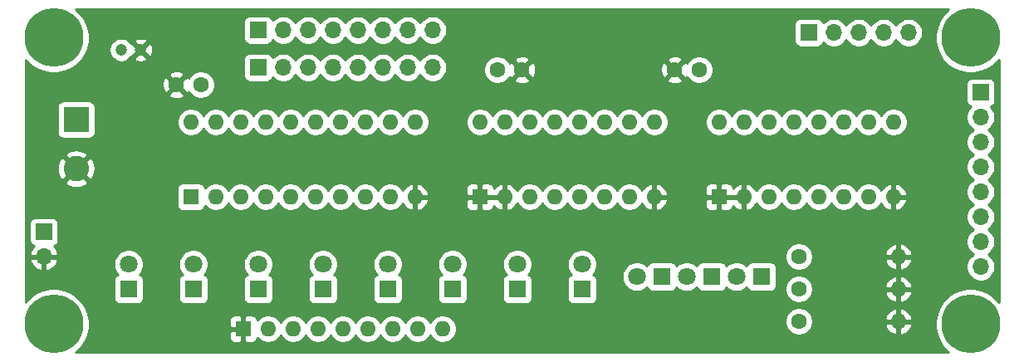
<source format=gbr>
%TF.GenerationSoftware,KiCad,Pcbnew,(5.1.9-0-10_14)*%
%TF.CreationDate,2021-05-20T01:37:57-04:00*%
%TF.ProjectId,REGISTER,52454749-5354-4455-922e-6b696361645f,rev?*%
%TF.SameCoordinates,Original*%
%TF.FileFunction,Copper,L4,Bot*%
%TF.FilePolarity,Positive*%
%FSLAX46Y46*%
G04 Gerber Fmt 4.6, Leading zero omitted, Abs format (unit mm)*
G04 Created by KiCad (PCBNEW (5.1.9-0-10_14)) date 2021-05-20 01:37:57*
%MOMM*%
%LPD*%
G01*
G04 APERTURE LIST*
%TA.AperFunction,ComponentPad*%
%ADD10C,0.800000*%
%TD*%
%TA.AperFunction,ComponentPad*%
%ADD11C,6.000000*%
%TD*%
%TA.AperFunction,ComponentPad*%
%ADD12O,1.700000X1.700000*%
%TD*%
%TA.AperFunction,ComponentPad*%
%ADD13R,1.700000X1.700000*%
%TD*%
%TA.AperFunction,ComponentPad*%
%ADD14C,1.600000*%
%TD*%
%TA.AperFunction,ComponentPad*%
%ADD15C,1.800000*%
%TD*%
%TA.AperFunction,ComponentPad*%
%ADD16R,1.800000X1.800000*%
%TD*%
%TA.AperFunction,ComponentPad*%
%ADD17C,1.200000*%
%TD*%
%TA.AperFunction,ComponentPad*%
%ADD18O,1.600000X1.600000*%
%TD*%
%TA.AperFunction,ComponentPad*%
%ADD19R,1.600000X1.600000*%
%TD*%
%TA.AperFunction,ComponentPad*%
%ADD20C,2.600000*%
%TD*%
%TA.AperFunction,ComponentPad*%
%ADD21R,2.600000X2.600000*%
%TD*%
%TA.AperFunction,Conductor*%
%ADD22C,0.254000*%
%TD*%
%TA.AperFunction,Conductor*%
%ADD23C,0.100000*%
%TD*%
G04 APERTURE END LIST*
D10*
%TO.P,REF\u002A\u002A,1*%
%TO.N,N/C*%
X161356990Y-67751010D03*
X159766000Y-67092000D03*
X158175010Y-67751010D03*
X157516000Y-69342000D03*
X158175010Y-70932990D03*
X159766000Y-71592000D03*
X161356990Y-70932990D03*
X162016000Y-69342000D03*
D11*
X159766000Y-69342000D03*
%TD*%
D10*
%TO.P,REF\u002A\u002A,1*%
%TO.N,N/C*%
X161356990Y-96961010D03*
X159766000Y-96302000D03*
X158175010Y-96961010D03*
X157516000Y-98552000D03*
X158175010Y-100142990D03*
X159766000Y-100802000D03*
X161356990Y-100142990D03*
X162016000Y-98552000D03*
D11*
X159766000Y-98552000D03*
%TD*%
D10*
%TO.P,REF\u002A\u002A,1*%
%TO.N,N/C*%
X67884990Y-96961010D03*
X66294000Y-96302000D03*
X64703010Y-96961010D03*
X64044000Y-98552000D03*
X64703010Y-100142990D03*
X66294000Y-100802000D03*
X67884990Y-100142990D03*
X68544000Y-98552000D03*
D11*
X66294000Y-98552000D03*
%TD*%
D10*
%TO.P,REF\u002A\u002A,1*%
%TO.N,N/C*%
X67884990Y-67751010D03*
X66294000Y-67092000D03*
X64703010Y-67751010D03*
X64044000Y-69342000D03*
X64703010Y-70932990D03*
X66294000Y-71592000D03*
X67884990Y-70932990D03*
X68544000Y-69342000D03*
D11*
X66294000Y-69342000D03*
%TD*%
D12*
%TO.P,J6,5*%
%TO.N,CLOCK*%
X153416000Y-68834000D03*
%TO.P,J6,4*%
X150876000Y-68834000D03*
%TO.P,J6,3*%
%TO.N,RESET*%
X148336000Y-68834000D03*
%TO.P,J6,2*%
%TO.N,REGISTER_IN*%
X145796000Y-68834000D03*
D13*
%TO.P,J6,1*%
%TO.N,REGISTER_OUT*%
X143256000Y-68834000D03*
%TD*%
D12*
%TO.P,J2,8*%
%TO.N,BUS_00*%
X104902000Y-68580000D03*
%TO.P,J2,7*%
%TO.N,BUS_01*%
X102362000Y-68580000D03*
%TO.P,J2,6*%
%TO.N,BUS_02*%
X99822000Y-68580000D03*
%TO.P,J2,5*%
%TO.N,BUS_03*%
X97282000Y-68580000D03*
%TO.P,J2,4*%
%TO.N,BUS_04*%
X94742000Y-68580000D03*
%TO.P,J2,3*%
%TO.N,BUS_05*%
X92202000Y-68580000D03*
%TO.P,J2,2*%
%TO.N,BUS_06*%
X89662000Y-68580000D03*
D13*
%TO.P,J2,1*%
%TO.N,BUS_07*%
X87122000Y-68580000D03*
%TD*%
D14*
%TO.P,C1,2*%
%TO.N,GND*%
X114006000Y-72644000D03*
%TO.P,C1,1*%
%TO.N,VCC*%
X111506000Y-72644000D03*
%TD*%
D15*
%TO.P,D11,2*%
%TO.N,REGISTER_OUT*%
X135890000Y-93726000D03*
D16*
%TO.P,D11,1*%
%TO.N,Net-(D11-Pad1)*%
X138430000Y-93726000D03*
%TD*%
D15*
%TO.P,D10,2*%
%TO.N,REGISTER_IN*%
X130810000Y-93726000D03*
D16*
%TO.P,D10,1*%
%TO.N,Net-(D10-Pad1)*%
X133350000Y-93726000D03*
%TD*%
D15*
%TO.P,D9,2*%
%TO.N,RESET*%
X125730000Y-93726000D03*
D16*
%TO.P,D9,1*%
%TO.N,Net-(D9-Pad1)*%
X128270000Y-93726000D03*
%TD*%
D17*
%TO.P,C4,2*%
%TO.N,GND*%
X75152000Y-70612000D03*
%TO.P,C4,1*%
%TO.N,VCC*%
X73152000Y-70612000D03*
%TD*%
D14*
%TO.P,C3,2*%
%TO.N,GND*%
X129580000Y-72644000D03*
%TO.P,C3,1*%
%TO.N,VCC*%
X132080000Y-72644000D03*
%TD*%
%TO.P,C2,2*%
%TO.N,GND*%
X78780000Y-74168000D03*
%TO.P,C2,1*%
%TO.N,VCC*%
X81280000Y-74168000D03*
%TD*%
D18*
%TO.P,U3,16*%
%TO.N,VCC*%
X109728000Y-77978000D03*
%TO.P,U3,8*%
%TO.N,GND*%
X127508000Y-85598000D03*
%TO.P,U3,15*%
%TO.N,RESET*%
X112268000Y-77978000D03*
%TO.P,U3,7*%
%TO.N,CLOCK*%
X124968000Y-85598000D03*
%TO.P,U3,14*%
%TO.N,BUS_03*%
X114808000Y-77978000D03*
%TO.P,U3,6*%
%TO.N,Q0*%
X122428000Y-85598000D03*
%TO.P,U3,13*%
%TO.N,BUS_02*%
X117348000Y-77978000D03*
%TO.P,U3,5*%
%TO.N,Q1*%
X119888000Y-85598000D03*
%TO.P,U3,12*%
%TO.N,BUS_01*%
X119888000Y-77978000D03*
%TO.P,U3,4*%
%TO.N,Q2*%
X117348000Y-85598000D03*
%TO.P,U3,11*%
%TO.N,BUS_00*%
X122428000Y-77978000D03*
%TO.P,U3,3*%
%TO.N,Q3*%
X114808000Y-85598000D03*
%TO.P,U3,10*%
%TO.N,REGISTER_IN*%
X124968000Y-77978000D03*
%TO.P,U3,2*%
%TO.N,GND*%
X112268000Y-85598000D03*
%TO.P,U3,9*%
%TO.N,REGISTER_IN*%
X127508000Y-77978000D03*
D19*
%TO.P,U3,1*%
%TO.N,GND*%
X109728000Y-85598000D03*
%TD*%
D18*
%TO.P,U2,16*%
%TO.N,VCC*%
X134112000Y-77978000D03*
%TO.P,U2,8*%
%TO.N,GND*%
X151892000Y-85598000D03*
%TO.P,U2,15*%
%TO.N,RESET*%
X136652000Y-77978000D03*
%TO.P,U2,7*%
%TO.N,CLOCK*%
X149352000Y-85598000D03*
%TO.P,U2,14*%
%TO.N,BUS_07*%
X139192000Y-77978000D03*
%TO.P,U2,6*%
%TO.N,Q4*%
X146812000Y-85598000D03*
%TO.P,U2,13*%
%TO.N,BUS_06*%
X141732000Y-77978000D03*
%TO.P,U2,5*%
%TO.N,Q5*%
X144272000Y-85598000D03*
%TO.P,U2,12*%
%TO.N,BUS_05*%
X144272000Y-77978000D03*
%TO.P,U2,4*%
%TO.N,Q6*%
X141732000Y-85598000D03*
%TO.P,U2,11*%
%TO.N,BUS_04*%
X146812000Y-77978000D03*
%TO.P,U2,3*%
%TO.N,Q7*%
X139192000Y-85598000D03*
%TO.P,U2,10*%
%TO.N,REGISTER_IN*%
X149352000Y-77978000D03*
%TO.P,U2,2*%
%TO.N,GND*%
X136652000Y-85598000D03*
%TO.P,U2,9*%
%TO.N,REGISTER_IN*%
X151892000Y-77978000D03*
D19*
%TO.P,U2,1*%
%TO.N,GND*%
X134112000Y-85598000D03*
%TD*%
D18*
%TO.P,U1,20*%
%TO.N,VCC*%
X80264000Y-77978000D03*
%TO.P,U1,10*%
%TO.N,GND*%
X103124000Y-85598000D03*
%TO.P,U1,19*%
%TO.N,REGISTER_OUT*%
X82804000Y-77978000D03*
%TO.P,U1,9*%
%TO.N,Q0*%
X100584000Y-85598000D03*
%TO.P,U1,18*%
%TO.N,BUS_07*%
X85344000Y-77978000D03*
%TO.P,U1,8*%
%TO.N,Q1*%
X98044000Y-85598000D03*
%TO.P,U1,17*%
%TO.N,BUS_06*%
X87884000Y-77978000D03*
%TO.P,U1,7*%
%TO.N,Q2*%
X95504000Y-85598000D03*
%TO.P,U1,16*%
%TO.N,BUS_05*%
X90424000Y-77978000D03*
%TO.P,U1,6*%
%TO.N,Q3*%
X92964000Y-85598000D03*
%TO.P,U1,15*%
%TO.N,BUS_04*%
X92964000Y-77978000D03*
%TO.P,U1,5*%
%TO.N,Q4*%
X90424000Y-85598000D03*
%TO.P,U1,14*%
%TO.N,BUS_03*%
X95504000Y-77978000D03*
%TO.P,U1,4*%
%TO.N,Q5*%
X87884000Y-85598000D03*
%TO.P,U1,13*%
%TO.N,BUS_02*%
X98044000Y-77978000D03*
%TO.P,U1,3*%
%TO.N,Q6*%
X85344000Y-85598000D03*
%TO.P,U1,12*%
%TO.N,BUS_01*%
X100584000Y-77978000D03*
%TO.P,U1,2*%
%TO.N,Q7*%
X82804000Y-85598000D03*
%TO.P,U1,11*%
%TO.N,BUS_00*%
X103124000Y-77978000D03*
D19*
%TO.P,U1,1*%
%TO.N,VCC*%
X80264000Y-85598000D03*
%TD*%
D18*
%TO.P,RN1,9*%
%TO.N,Net-(D1-Pad1)*%
X105918000Y-99060000D03*
%TO.P,RN1,8*%
%TO.N,Net-(D2-Pad1)*%
X103378000Y-99060000D03*
%TO.P,RN1,7*%
%TO.N,Net-(D3-Pad1)*%
X100838000Y-99060000D03*
%TO.P,RN1,6*%
%TO.N,Net-(D4-Pad1)*%
X98298000Y-99060000D03*
%TO.P,RN1,5*%
%TO.N,Net-(D5-Pad1)*%
X95758000Y-99060000D03*
%TO.P,RN1,4*%
%TO.N,Net-(D6-Pad1)*%
X93218000Y-99060000D03*
%TO.P,RN1,3*%
%TO.N,Net-(D7-Pad1)*%
X90678000Y-99060000D03*
%TO.P,RN1,2*%
%TO.N,Net-(D8-Pad1)*%
X88138000Y-99060000D03*
D19*
%TO.P,RN1,1*%
%TO.N,GND*%
X85598000Y-99060000D03*
%TD*%
D18*
%TO.P,R3,2*%
%TO.N,GND*%
X152400000Y-91694000D03*
D14*
%TO.P,R3,1*%
%TO.N,Net-(D11-Pad1)*%
X142240000Y-91694000D03*
%TD*%
D18*
%TO.P,R2,2*%
%TO.N,GND*%
X152400000Y-98298000D03*
D14*
%TO.P,R2,1*%
%TO.N,Net-(D10-Pad1)*%
X142240000Y-98298000D03*
%TD*%
D18*
%TO.P,R1,2*%
%TO.N,GND*%
X152400000Y-94996000D03*
D14*
%TO.P,R1,1*%
%TO.N,Net-(D9-Pad1)*%
X142240000Y-94996000D03*
%TD*%
D12*
%TO.P,J8,8*%
%TO.N,Q0*%
X160782000Y-92710000D03*
%TO.P,J8,7*%
%TO.N,Q1*%
X160782000Y-90170000D03*
%TO.P,J8,6*%
%TO.N,Q2*%
X160782000Y-87630000D03*
%TO.P,J8,5*%
%TO.N,Q3*%
X160782000Y-85090000D03*
%TO.P,J8,4*%
%TO.N,Q4*%
X160782000Y-82550000D03*
%TO.P,J8,3*%
%TO.N,Q5*%
X160782000Y-80010000D03*
%TO.P,J8,2*%
%TO.N,Q6*%
X160782000Y-77470000D03*
D13*
%TO.P,J8,1*%
%TO.N,Q7*%
X160782000Y-74930000D03*
%TD*%
D12*
%TO.P,J5,8*%
%TO.N,BUS_00*%
X104902000Y-72390000D03*
%TO.P,J5,7*%
%TO.N,BUS_01*%
X102362000Y-72390000D03*
%TO.P,J5,6*%
%TO.N,BUS_02*%
X99822000Y-72390000D03*
%TO.P,J5,5*%
%TO.N,BUS_03*%
X97282000Y-72390000D03*
%TO.P,J5,4*%
%TO.N,BUS_04*%
X94742000Y-72390000D03*
%TO.P,J5,3*%
%TO.N,BUS_05*%
X92202000Y-72390000D03*
%TO.P,J5,2*%
%TO.N,BUS_06*%
X89662000Y-72390000D03*
D13*
%TO.P,J5,1*%
%TO.N,BUS_07*%
X87122000Y-72390000D03*
%TD*%
D12*
%TO.P,J3,2*%
%TO.N,GND*%
X65278000Y-91694000D03*
D13*
%TO.P,J3,1*%
%TO.N,VCC*%
X65278000Y-89154000D03*
%TD*%
D20*
%TO.P,J1,2*%
%TO.N,GND*%
X68580000Y-82724000D03*
D21*
%TO.P,J1,1*%
%TO.N,VCC*%
X68580000Y-77724000D03*
%TD*%
D15*
%TO.P,D8,2*%
%TO.N,Q7*%
X73914000Y-92456000D03*
D16*
%TO.P,D8,1*%
%TO.N,Net-(D8-Pad1)*%
X73914000Y-94996000D03*
%TD*%
D15*
%TO.P,D7,2*%
%TO.N,Q6*%
X80518000Y-92456000D03*
D16*
%TO.P,D7,1*%
%TO.N,Net-(D7-Pad1)*%
X80518000Y-94996000D03*
%TD*%
D15*
%TO.P,D6,2*%
%TO.N,Q5*%
X87122000Y-92456000D03*
D16*
%TO.P,D6,1*%
%TO.N,Net-(D6-Pad1)*%
X87122000Y-94996000D03*
%TD*%
D15*
%TO.P,D5,2*%
%TO.N,Q4*%
X93726000Y-92456000D03*
D16*
%TO.P,D5,1*%
%TO.N,Net-(D5-Pad1)*%
X93726000Y-94996000D03*
%TD*%
D15*
%TO.P,D4,2*%
%TO.N,Q3*%
X100330000Y-92456000D03*
D16*
%TO.P,D4,1*%
%TO.N,Net-(D4-Pad1)*%
X100330000Y-94996000D03*
%TD*%
D15*
%TO.P,D3,2*%
%TO.N,Q2*%
X106934000Y-92456000D03*
D16*
%TO.P,D3,1*%
%TO.N,Net-(D3-Pad1)*%
X106934000Y-94996000D03*
%TD*%
D15*
%TO.P,D2,2*%
%TO.N,Q1*%
X113538000Y-92456000D03*
D16*
%TO.P,D2,1*%
%TO.N,Net-(D2-Pad1)*%
X113538000Y-94996000D03*
%TD*%
D15*
%TO.P,D1,2*%
%TO.N,Q0*%
X120142000Y-92456000D03*
D16*
%TO.P,D1,1*%
%TO.N,Net-(D1-Pad1)*%
X120142000Y-94996000D03*
%TD*%
D22*
%TO.N,GND*%
X157448823Y-66518511D02*
X156942511Y-67024823D01*
X156544705Y-67620182D01*
X156270691Y-68281710D01*
X156131000Y-68983984D01*
X156131000Y-69700016D01*
X156270691Y-70402290D01*
X156544705Y-71063818D01*
X156942511Y-71659177D01*
X157448823Y-72165489D01*
X158044182Y-72563295D01*
X158705710Y-72837309D01*
X159407984Y-72977000D01*
X160124016Y-72977000D01*
X160826290Y-72837309D01*
X161487818Y-72563295D01*
X162083177Y-72165489D01*
X162589489Y-71659177D01*
X162637001Y-71588070D01*
X162637000Y-96305929D01*
X162589489Y-96234823D01*
X162083177Y-95728511D01*
X161487818Y-95330705D01*
X160826290Y-95056691D01*
X160124016Y-94917000D01*
X159407984Y-94917000D01*
X158705710Y-95056691D01*
X158044182Y-95330705D01*
X157448823Y-95728511D01*
X156942511Y-96234823D01*
X156544705Y-96830182D01*
X156270691Y-97491710D01*
X156131000Y-98193984D01*
X156131000Y-98910016D01*
X156270691Y-99612290D01*
X156544705Y-100273818D01*
X156942511Y-100869177D01*
X157448823Y-101375489D01*
X157519928Y-101423000D01*
X68540072Y-101423000D01*
X68611177Y-101375489D01*
X69117489Y-100869177D01*
X69515295Y-100273818D01*
X69686704Y-99860000D01*
X84159928Y-99860000D01*
X84172188Y-99984482D01*
X84208498Y-100104180D01*
X84267463Y-100214494D01*
X84346815Y-100311185D01*
X84443506Y-100390537D01*
X84553820Y-100449502D01*
X84673518Y-100485812D01*
X84798000Y-100498072D01*
X85312250Y-100495000D01*
X85471000Y-100336250D01*
X85471000Y-99187000D01*
X84321750Y-99187000D01*
X84163000Y-99345750D01*
X84159928Y-99860000D01*
X69686704Y-99860000D01*
X69789309Y-99612290D01*
X69929000Y-98910016D01*
X69929000Y-98260000D01*
X84159928Y-98260000D01*
X84163000Y-98774250D01*
X84321750Y-98933000D01*
X85471000Y-98933000D01*
X85471000Y-97783750D01*
X85725000Y-97783750D01*
X85725000Y-98933000D01*
X85745000Y-98933000D01*
X85745000Y-99187000D01*
X85725000Y-99187000D01*
X85725000Y-100336250D01*
X85883750Y-100495000D01*
X86398000Y-100498072D01*
X86522482Y-100485812D01*
X86642180Y-100449502D01*
X86752494Y-100390537D01*
X86849185Y-100311185D01*
X86928537Y-100214494D01*
X86987502Y-100104180D01*
X87023812Y-99984482D01*
X87024643Y-99976039D01*
X87223241Y-100174637D01*
X87458273Y-100331680D01*
X87719426Y-100439853D01*
X87996665Y-100495000D01*
X88279335Y-100495000D01*
X88556574Y-100439853D01*
X88817727Y-100331680D01*
X89052759Y-100174637D01*
X89252637Y-99974759D01*
X89408000Y-99742241D01*
X89563363Y-99974759D01*
X89763241Y-100174637D01*
X89998273Y-100331680D01*
X90259426Y-100439853D01*
X90536665Y-100495000D01*
X90819335Y-100495000D01*
X91096574Y-100439853D01*
X91357727Y-100331680D01*
X91592759Y-100174637D01*
X91792637Y-99974759D01*
X91948000Y-99742241D01*
X92103363Y-99974759D01*
X92303241Y-100174637D01*
X92538273Y-100331680D01*
X92799426Y-100439853D01*
X93076665Y-100495000D01*
X93359335Y-100495000D01*
X93636574Y-100439853D01*
X93897727Y-100331680D01*
X94132759Y-100174637D01*
X94332637Y-99974759D01*
X94488000Y-99742241D01*
X94643363Y-99974759D01*
X94843241Y-100174637D01*
X95078273Y-100331680D01*
X95339426Y-100439853D01*
X95616665Y-100495000D01*
X95899335Y-100495000D01*
X96176574Y-100439853D01*
X96437727Y-100331680D01*
X96672759Y-100174637D01*
X96872637Y-99974759D01*
X97028000Y-99742241D01*
X97183363Y-99974759D01*
X97383241Y-100174637D01*
X97618273Y-100331680D01*
X97879426Y-100439853D01*
X98156665Y-100495000D01*
X98439335Y-100495000D01*
X98716574Y-100439853D01*
X98977727Y-100331680D01*
X99212759Y-100174637D01*
X99412637Y-99974759D01*
X99568000Y-99742241D01*
X99723363Y-99974759D01*
X99923241Y-100174637D01*
X100158273Y-100331680D01*
X100419426Y-100439853D01*
X100696665Y-100495000D01*
X100979335Y-100495000D01*
X101256574Y-100439853D01*
X101517727Y-100331680D01*
X101752759Y-100174637D01*
X101952637Y-99974759D01*
X102108000Y-99742241D01*
X102263363Y-99974759D01*
X102463241Y-100174637D01*
X102698273Y-100331680D01*
X102959426Y-100439853D01*
X103236665Y-100495000D01*
X103519335Y-100495000D01*
X103796574Y-100439853D01*
X104057727Y-100331680D01*
X104292759Y-100174637D01*
X104492637Y-99974759D01*
X104648000Y-99742241D01*
X104803363Y-99974759D01*
X105003241Y-100174637D01*
X105238273Y-100331680D01*
X105499426Y-100439853D01*
X105776665Y-100495000D01*
X106059335Y-100495000D01*
X106336574Y-100439853D01*
X106597727Y-100331680D01*
X106832759Y-100174637D01*
X107032637Y-99974759D01*
X107189680Y-99739727D01*
X107297853Y-99478574D01*
X107353000Y-99201335D01*
X107353000Y-98918665D01*
X107297853Y-98641426D01*
X107189680Y-98380273D01*
X107040271Y-98156665D01*
X140805000Y-98156665D01*
X140805000Y-98439335D01*
X140860147Y-98716574D01*
X140968320Y-98977727D01*
X141125363Y-99212759D01*
X141325241Y-99412637D01*
X141560273Y-99569680D01*
X141821426Y-99677853D01*
X142098665Y-99733000D01*
X142381335Y-99733000D01*
X142658574Y-99677853D01*
X142919727Y-99569680D01*
X143154759Y-99412637D01*
X143354637Y-99212759D01*
X143511680Y-98977727D01*
X143619853Y-98716574D01*
X143633684Y-98647039D01*
X151008096Y-98647039D01*
X151048754Y-98781087D01*
X151168963Y-99035420D01*
X151336481Y-99261414D01*
X151544869Y-99450385D01*
X151786119Y-99595070D01*
X152050960Y-99689909D01*
X152273000Y-99568624D01*
X152273000Y-98425000D01*
X152527000Y-98425000D01*
X152527000Y-99568624D01*
X152749040Y-99689909D01*
X153013881Y-99595070D01*
X153255131Y-99450385D01*
X153463519Y-99261414D01*
X153631037Y-99035420D01*
X153751246Y-98781087D01*
X153791904Y-98647039D01*
X153669915Y-98425000D01*
X152527000Y-98425000D01*
X152273000Y-98425000D01*
X151130085Y-98425000D01*
X151008096Y-98647039D01*
X143633684Y-98647039D01*
X143675000Y-98439335D01*
X143675000Y-98156665D01*
X143633685Y-97948961D01*
X151008096Y-97948961D01*
X151130085Y-98171000D01*
X152273000Y-98171000D01*
X152273000Y-97027376D01*
X152527000Y-97027376D01*
X152527000Y-98171000D01*
X153669915Y-98171000D01*
X153791904Y-97948961D01*
X153751246Y-97814913D01*
X153631037Y-97560580D01*
X153463519Y-97334586D01*
X153255131Y-97145615D01*
X153013881Y-97000930D01*
X152749040Y-96906091D01*
X152527000Y-97027376D01*
X152273000Y-97027376D01*
X152050960Y-96906091D01*
X151786119Y-97000930D01*
X151544869Y-97145615D01*
X151336481Y-97334586D01*
X151168963Y-97560580D01*
X151048754Y-97814913D01*
X151008096Y-97948961D01*
X143633685Y-97948961D01*
X143619853Y-97879426D01*
X143511680Y-97618273D01*
X143354637Y-97383241D01*
X143154759Y-97183363D01*
X142919727Y-97026320D01*
X142658574Y-96918147D01*
X142381335Y-96863000D01*
X142098665Y-96863000D01*
X141821426Y-96918147D01*
X141560273Y-97026320D01*
X141325241Y-97183363D01*
X141125363Y-97383241D01*
X140968320Y-97618273D01*
X140860147Y-97879426D01*
X140805000Y-98156665D01*
X107040271Y-98156665D01*
X107032637Y-98145241D01*
X106832759Y-97945363D01*
X106597727Y-97788320D01*
X106336574Y-97680147D01*
X106059335Y-97625000D01*
X105776665Y-97625000D01*
X105499426Y-97680147D01*
X105238273Y-97788320D01*
X105003241Y-97945363D01*
X104803363Y-98145241D01*
X104648000Y-98377759D01*
X104492637Y-98145241D01*
X104292759Y-97945363D01*
X104057727Y-97788320D01*
X103796574Y-97680147D01*
X103519335Y-97625000D01*
X103236665Y-97625000D01*
X102959426Y-97680147D01*
X102698273Y-97788320D01*
X102463241Y-97945363D01*
X102263363Y-98145241D01*
X102108000Y-98377759D01*
X101952637Y-98145241D01*
X101752759Y-97945363D01*
X101517727Y-97788320D01*
X101256574Y-97680147D01*
X100979335Y-97625000D01*
X100696665Y-97625000D01*
X100419426Y-97680147D01*
X100158273Y-97788320D01*
X99923241Y-97945363D01*
X99723363Y-98145241D01*
X99568000Y-98377759D01*
X99412637Y-98145241D01*
X99212759Y-97945363D01*
X98977727Y-97788320D01*
X98716574Y-97680147D01*
X98439335Y-97625000D01*
X98156665Y-97625000D01*
X97879426Y-97680147D01*
X97618273Y-97788320D01*
X97383241Y-97945363D01*
X97183363Y-98145241D01*
X97028000Y-98377759D01*
X96872637Y-98145241D01*
X96672759Y-97945363D01*
X96437727Y-97788320D01*
X96176574Y-97680147D01*
X95899335Y-97625000D01*
X95616665Y-97625000D01*
X95339426Y-97680147D01*
X95078273Y-97788320D01*
X94843241Y-97945363D01*
X94643363Y-98145241D01*
X94488000Y-98377759D01*
X94332637Y-98145241D01*
X94132759Y-97945363D01*
X93897727Y-97788320D01*
X93636574Y-97680147D01*
X93359335Y-97625000D01*
X93076665Y-97625000D01*
X92799426Y-97680147D01*
X92538273Y-97788320D01*
X92303241Y-97945363D01*
X92103363Y-98145241D01*
X91948000Y-98377759D01*
X91792637Y-98145241D01*
X91592759Y-97945363D01*
X91357727Y-97788320D01*
X91096574Y-97680147D01*
X90819335Y-97625000D01*
X90536665Y-97625000D01*
X90259426Y-97680147D01*
X89998273Y-97788320D01*
X89763241Y-97945363D01*
X89563363Y-98145241D01*
X89408000Y-98377759D01*
X89252637Y-98145241D01*
X89052759Y-97945363D01*
X88817727Y-97788320D01*
X88556574Y-97680147D01*
X88279335Y-97625000D01*
X87996665Y-97625000D01*
X87719426Y-97680147D01*
X87458273Y-97788320D01*
X87223241Y-97945363D01*
X87024643Y-98143961D01*
X87023812Y-98135518D01*
X86987502Y-98015820D01*
X86928537Y-97905506D01*
X86849185Y-97808815D01*
X86752494Y-97729463D01*
X86642180Y-97670498D01*
X86522482Y-97634188D01*
X86398000Y-97621928D01*
X85883750Y-97625000D01*
X85725000Y-97783750D01*
X85471000Y-97783750D01*
X85312250Y-97625000D01*
X84798000Y-97621928D01*
X84673518Y-97634188D01*
X84553820Y-97670498D01*
X84443506Y-97729463D01*
X84346815Y-97808815D01*
X84267463Y-97905506D01*
X84208498Y-98015820D01*
X84172188Y-98135518D01*
X84159928Y-98260000D01*
X69929000Y-98260000D01*
X69929000Y-98193984D01*
X69789309Y-97491710D01*
X69515295Y-96830182D01*
X69117489Y-96234823D01*
X68611177Y-95728511D01*
X68015818Y-95330705D01*
X67354290Y-95056691D01*
X66652016Y-94917000D01*
X65935984Y-94917000D01*
X65233710Y-95056691D01*
X64572182Y-95330705D01*
X63976823Y-95728511D01*
X63470511Y-96234823D01*
X63423000Y-96305928D01*
X63423000Y-94096000D01*
X72375928Y-94096000D01*
X72375928Y-95896000D01*
X72388188Y-96020482D01*
X72424498Y-96140180D01*
X72483463Y-96250494D01*
X72562815Y-96347185D01*
X72659506Y-96426537D01*
X72769820Y-96485502D01*
X72889518Y-96521812D01*
X73014000Y-96534072D01*
X74814000Y-96534072D01*
X74938482Y-96521812D01*
X75058180Y-96485502D01*
X75168494Y-96426537D01*
X75265185Y-96347185D01*
X75344537Y-96250494D01*
X75403502Y-96140180D01*
X75439812Y-96020482D01*
X75452072Y-95896000D01*
X75452072Y-94096000D01*
X78979928Y-94096000D01*
X78979928Y-95896000D01*
X78992188Y-96020482D01*
X79028498Y-96140180D01*
X79087463Y-96250494D01*
X79166815Y-96347185D01*
X79263506Y-96426537D01*
X79373820Y-96485502D01*
X79493518Y-96521812D01*
X79618000Y-96534072D01*
X81418000Y-96534072D01*
X81542482Y-96521812D01*
X81662180Y-96485502D01*
X81772494Y-96426537D01*
X81869185Y-96347185D01*
X81948537Y-96250494D01*
X82007502Y-96140180D01*
X82043812Y-96020482D01*
X82056072Y-95896000D01*
X82056072Y-94096000D01*
X85583928Y-94096000D01*
X85583928Y-95896000D01*
X85596188Y-96020482D01*
X85632498Y-96140180D01*
X85691463Y-96250494D01*
X85770815Y-96347185D01*
X85867506Y-96426537D01*
X85977820Y-96485502D01*
X86097518Y-96521812D01*
X86222000Y-96534072D01*
X88022000Y-96534072D01*
X88146482Y-96521812D01*
X88266180Y-96485502D01*
X88376494Y-96426537D01*
X88473185Y-96347185D01*
X88552537Y-96250494D01*
X88611502Y-96140180D01*
X88647812Y-96020482D01*
X88660072Y-95896000D01*
X88660072Y-94096000D01*
X92187928Y-94096000D01*
X92187928Y-95896000D01*
X92200188Y-96020482D01*
X92236498Y-96140180D01*
X92295463Y-96250494D01*
X92374815Y-96347185D01*
X92471506Y-96426537D01*
X92581820Y-96485502D01*
X92701518Y-96521812D01*
X92826000Y-96534072D01*
X94626000Y-96534072D01*
X94750482Y-96521812D01*
X94870180Y-96485502D01*
X94980494Y-96426537D01*
X95077185Y-96347185D01*
X95156537Y-96250494D01*
X95215502Y-96140180D01*
X95251812Y-96020482D01*
X95264072Y-95896000D01*
X95264072Y-94096000D01*
X98791928Y-94096000D01*
X98791928Y-95896000D01*
X98804188Y-96020482D01*
X98840498Y-96140180D01*
X98899463Y-96250494D01*
X98978815Y-96347185D01*
X99075506Y-96426537D01*
X99185820Y-96485502D01*
X99305518Y-96521812D01*
X99430000Y-96534072D01*
X101230000Y-96534072D01*
X101354482Y-96521812D01*
X101474180Y-96485502D01*
X101584494Y-96426537D01*
X101681185Y-96347185D01*
X101760537Y-96250494D01*
X101819502Y-96140180D01*
X101855812Y-96020482D01*
X101868072Y-95896000D01*
X101868072Y-94096000D01*
X105395928Y-94096000D01*
X105395928Y-95896000D01*
X105408188Y-96020482D01*
X105444498Y-96140180D01*
X105503463Y-96250494D01*
X105582815Y-96347185D01*
X105679506Y-96426537D01*
X105789820Y-96485502D01*
X105909518Y-96521812D01*
X106034000Y-96534072D01*
X107834000Y-96534072D01*
X107958482Y-96521812D01*
X108078180Y-96485502D01*
X108188494Y-96426537D01*
X108285185Y-96347185D01*
X108364537Y-96250494D01*
X108423502Y-96140180D01*
X108459812Y-96020482D01*
X108472072Y-95896000D01*
X108472072Y-94096000D01*
X111999928Y-94096000D01*
X111999928Y-95896000D01*
X112012188Y-96020482D01*
X112048498Y-96140180D01*
X112107463Y-96250494D01*
X112186815Y-96347185D01*
X112283506Y-96426537D01*
X112393820Y-96485502D01*
X112513518Y-96521812D01*
X112638000Y-96534072D01*
X114438000Y-96534072D01*
X114562482Y-96521812D01*
X114682180Y-96485502D01*
X114792494Y-96426537D01*
X114889185Y-96347185D01*
X114968537Y-96250494D01*
X115027502Y-96140180D01*
X115063812Y-96020482D01*
X115076072Y-95896000D01*
X115076072Y-94096000D01*
X118603928Y-94096000D01*
X118603928Y-95896000D01*
X118616188Y-96020482D01*
X118652498Y-96140180D01*
X118711463Y-96250494D01*
X118790815Y-96347185D01*
X118887506Y-96426537D01*
X118997820Y-96485502D01*
X119117518Y-96521812D01*
X119242000Y-96534072D01*
X121042000Y-96534072D01*
X121166482Y-96521812D01*
X121286180Y-96485502D01*
X121396494Y-96426537D01*
X121493185Y-96347185D01*
X121572537Y-96250494D01*
X121631502Y-96140180D01*
X121667812Y-96020482D01*
X121680072Y-95896000D01*
X121680072Y-94096000D01*
X121667812Y-93971518D01*
X121631502Y-93851820D01*
X121572537Y-93741506D01*
X121493185Y-93644815D01*
X121407891Y-93574816D01*
X124195000Y-93574816D01*
X124195000Y-93877184D01*
X124253989Y-94173743D01*
X124369701Y-94453095D01*
X124537688Y-94704505D01*
X124751495Y-94918312D01*
X125002905Y-95086299D01*
X125282257Y-95202011D01*
X125578816Y-95261000D01*
X125881184Y-95261000D01*
X126177743Y-95202011D01*
X126457095Y-95086299D01*
X126708505Y-94918312D01*
X126774944Y-94851873D01*
X126780498Y-94870180D01*
X126839463Y-94980494D01*
X126918815Y-95077185D01*
X127015506Y-95156537D01*
X127125820Y-95215502D01*
X127245518Y-95251812D01*
X127370000Y-95264072D01*
X129170000Y-95264072D01*
X129294482Y-95251812D01*
X129414180Y-95215502D01*
X129524494Y-95156537D01*
X129621185Y-95077185D01*
X129700537Y-94980494D01*
X129759502Y-94870180D01*
X129765056Y-94851873D01*
X129831495Y-94918312D01*
X130082905Y-95086299D01*
X130362257Y-95202011D01*
X130658816Y-95261000D01*
X130961184Y-95261000D01*
X131257743Y-95202011D01*
X131537095Y-95086299D01*
X131788505Y-94918312D01*
X131854944Y-94851873D01*
X131860498Y-94870180D01*
X131919463Y-94980494D01*
X131998815Y-95077185D01*
X132095506Y-95156537D01*
X132205820Y-95215502D01*
X132325518Y-95251812D01*
X132450000Y-95264072D01*
X134250000Y-95264072D01*
X134374482Y-95251812D01*
X134494180Y-95215502D01*
X134604494Y-95156537D01*
X134701185Y-95077185D01*
X134780537Y-94980494D01*
X134839502Y-94870180D01*
X134845056Y-94851873D01*
X134911495Y-94918312D01*
X135162905Y-95086299D01*
X135442257Y-95202011D01*
X135738816Y-95261000D01*
X136041184Y-95261000D01*
X136337743Y-95202011D01*
X136617095Y-95086299D01*
X136868505Y-94918312D01*
X136934944Y-94851873D01*
X136940498Y-94870180D01*
X136999463Y-94980494D01*
X137078815Y-95077185D01*
X137175506Y-95156537D01*
X137285820Y-95215502D01*
X137405518Y-95251812D01*
X137530000Y-95264072D01*
X139330000Y-95264072D01*
X139454482Y-95251812D01*
X139574180Y-95215502D01*
X139684494Y-95156537D01*
X139781185Y-95077185D01*
X139860537Y-94980494D01*
X139919502Y-94870180D01*
X139924208Y-94854665D01*
X140805000Y-94854665D01*
X140805000Y-95137335D01*
X140860147Y-95414574D01*
X140968320Y-95675727D01*
X141125363Y-95910759D01*
X141325241Y-96110637D01*
X141560273Y-96267680D01*
X141821426Y-96375853D01*
X142098665Y-96431000D01*
X142381335Y-96431000D01*
X142658574Y-96375853D01*
X142919727Y-96267680D01*
X143154759Y-96110637D01*
X143354637Y-95910759D01*
X143511680Y-95675727D01*
X143619853Y-95414574D01*
X143633684Y-95345039D01*
X151008096Y-95345039D01*
X151048754Y-95479087D01*
X151168963Y-95733420D01*
X151336481Y-95959414D01*
X151544869Y-96148385D01*
X151786119Y-96293070D01*
X152050960Y-96387909D01*
X152273000Y-96266624D01*
X152273000Y-95123000D01*
X152527000Y-95123000D01*
X152527000Y-96266624D01*
X152749040Y-96387909D01*
X153013881Y-96293070D01*
X153255131Y-96148385D01*
X153463519Y-95959414D01*
X153631037Y-95733420D01*
X153751246Y-95479087D01*
X153791904Y-95345039D01*
X153669915Y-95123000D01*
X152527000Y-95123000D01*
X152273000Y-95123000D01*
X151130085Y-95123000D01*
X151008096Y-95345039D01*
X143633684Y-95345039D01*
X143675000Y-95137335D01*
X143675000Y-94854665D01*
X143633685Y-94646961D01*
X151008096Y-94646961D01*
X151130085Y-94869000D01*
X152273000Y-94869000D01*
X152273000Y-93725376D01*
X152527000Y-93725376D01*
X152527000Y-94869000D01*
X153669915Y-94869000D01*
X153791904Y-94646961D01*
X153751246Y-94512913D01*
X153631037Y-94258580D01*
X153463519Y-94032586D01*
X153255131Y-93843615D01*
X153013881Y-93698930D01*
X152749040Y-93604091D01*
X152527000Y-93725376D01*
X152273000Y-93725376D01*
X152050960Y-93604091D01*
X151786119Y-93698930D01*
X151544869Y-93843615D01*
X151336481Y-94032586D01*
X151168963Y-94258580D01*
X151048754Y-94512913D01*
X151008096Y-94646961D01*
X143633685Y-94646961D01*
X143619853Y-94577426D01*
X143511680Y-94316273D01*
X143354637Y-94081241D01*
X143154759Y-93881363D01*
X142919727Y-93724320D01*
X142658574Y-93616147D01*
X142381335Y-93561000D01*
X142098665Y-93561000D01*
X141821426Y-93616147D01*
X141560273Y-93724320D01*
X141325241Y-93881363D01*
X141125363Y-94081241D01*
X140968320Y-94316273D01*
X140860147Y-94577426D01*
X140805000Y-94854665D01*
X139924208Y-94854665D01*
X139955812Y-94750482D01*
X139968072Y-94626000D01*
X139968072Y-92826000D01*
X139955812Y-92701518D01*
X139919502Y-92581820D01*
X139860537Y-92471506D01*
X139781185Y-92374815D01*
X139684494Y-92295463D01*
X139574180Y-92236498D01*
X139454482Y-92200188D01*
X139330000Y-92187928D01*
X137530000Y-92187928D01*
X137405518Y-92200188D01*
X137285820Y-92236498D01*
X137175506Y-92295463D01*
X137078815Y-92374815D01*
X136999463Y-92471506D01*
X136940498Y-92581820D01*
X136934944Y-92600127D01*
X136868505Y-92533688D01*
X136617095Y-92365701D01*
X136337743Y-92249989D01*
X136041184Y-92191000D01*
X135738816Y-92191000D01*
X135442257Y-92249989D01*
X135162905Y-92365701D01*
X134911495Y-92533688D01*
X134845056Y-92600127D01*
X134839502Y-92581820D01*
X134780537Y-92471506D01*
X134701185Y-92374815D01*
X134604494Y-92295463D01*
X134494180Y-92236498D01*
X134374482Y-92200188D01*
X134250000Y-92187928D01*
X132450000Y-92187928D01*
X132325518Y-92200188D01*
X132205820Y-92236498D01*
X132095506Y-92295463D01*
X131998815Y-92374815D01*
X131919463Y-92471506D01*
X131860498Y-92581820D01*
X131854944Y-92600127D01*
X131788505Y-92533688D01*
X131537095Y-92365701D01*
X131257743Y-92249989D01*
X130961184Y-92191000D01*
X130658816Y-92191000D01*
X130362257Y-92249989D01*
X130082905Y-92365701D01*
X129831495Y-92533688D01*
X129765056Y-92600127D01*
X129759502Y-92581820D01*
X129700537Y-92471506D01*
X129621185Y-92374815D01*
X129524494Y-92295463D01*
X129414180Y-92236498D01*
X129294482Y-92200188D01*
X129170000Y-92187928D01*
X127370000Y-92187928D01*
X127245518Y-92200188D01*
X127125820Y-92236498D01*
X127015506Y-92295463D01*
X126918815Y-92374815D01*
X126839463Y-92471506D01*
X126780498Y-92581820D01*
X126774944Y-92600127D01*
X126708505Y-92533688D01*
X126457095Y-92365701D01*
X126177743Y-92249989D01*
X125881184Y-92191000D01*
X125578816Y-92191000D01*
X125282257Y-92249989D01*
X125002905Y-92365701D01*
X124751495Y-92533688D01*
X124537688Y-92747495D01*
X124369701Y-92998905D01*
X124253989Y-93278257D01*
X124195000Y-93574816D01*
X121407891Y-93574816D01*
X121396494Y-93565463D01*
X121286180Y-93506498D01*
X121267873Y-93500944D01*
X121334312Y-93434505D01*
X121502299Y-93183095D01*
X121618011Y-92903743D01*
X121677000Y-92607184D01*
X121677000Y-92304816D01*
X121618011Y-92008257D01*
X121502299Y-91728905D01*
X121384540Y-91552665D01*
X140805000Y-91552665D01*
X140805000Y-91835335D01*
X140860147Y-92112574D01*
X140968320Y-92373727D01*
X141125363Y-92608759D01*
X141325241Y-92808637D01*
X141560273Y-92965680D01*
X141821426Y-93073853D01*
X142098665Y-93129000D01*
X142381335Y-93129000D01*
X142658574Y-93073853D01*
X142919727Y-92965680D01*
X143154759Y-92808637D01*
X143354637Y-92608759D01*
X143511680Y-92373727D01*
X143619853Y-92112574D01*
X143633684Y-92043039D01*
X151008096Y-92043039D01*
X151048754Y-92177087D01*
X151168963Y-92431420D01*
X151336481Y-92657414D01*
X151544869Y-92846385D01*
X151786119Y-92991070D01*
X152050960Y-93085909D01*
X152273000Y-92964624D01*
X152273000Y-91821000D01*
X152527000Y-91821000D01*
X152527000Y-92964624D01*
X152749040Y-93085909D01*
X153013881Y-92991070D01*
X153255131Y-92846385D01*
X153463519Y-92657414D01*
X153631037Y-92431420D01*
X153751246Y-92177087D01*
X153791904Y-92043039D01*
X153669915Y-91821000D01*
X152527000Y-91821000D01*
X152273000Y-91821000D01*
X151130085Y-91821000D01*
X151008096Y-92043039D01*
X143633684Y-92043039D01*
X143675000Y-91835335D01*
X143675000Y-91552665D01*
X143633685Y-91344961D01*
X151008096Y-91344961D01*
X151130085Y-91567000D01*
X152273000Y-91567000D01*
X152273000Y-90423376D01*
X152527000Y-90423376D01*
X152527000Y-91567000D01*
X153669915Y-91567000D01*
X153791904Y-91344961D01*
X153751246Y-91210913D01*
X153631037Y-90956580D01*
X153463519Y-90730586D01*
X153255131Y-90541615D01*
X153013881Y-90396930D01*
X152749040Y-90302091D01*
X152527000Y-90423376D01*
X152273000Y-90423376D01*
X152050960Y-90302091D01*
X151786119Y-90396930D01*
X151544869Y-90541615D01*
X151336481Y-90730586D01*
X151168963Y-90956580D01*
X151048754Y-91210913D01*
X151008096Y-91344961D01*
X143633685Y-91344961D01*
X143619853Y-91275426D01*
X143511680Y-91014273D01*
X143354637Y-90779241D01*
X143154759Y-90579363D01*
X142919727Y-90422320D01*
X142658574Y-90314147D01*
X142381335Y-90259000D01*
X142098665Y-90259000D01*
X141821426Y-90314147D01*
X141560273Y-90422320D01*
X141325241Y-90579363D01*
X141125363Y-90779241D01*
X140968320Y-91014273D01*
X140860147Y-91275426D01*
X140805000Y-91552665D01*
X121384540Y-91552665D01*
X121334312Y-91477495D01*
X121120505Y-91263688D01*
X120869095Y-91095701D01*
X120589743Y-90979989D01*
X120293184Y-90921000D01*
X119990816Y-90921000D01*
X119694257Y-90979989D01*
X119414905Y-91095701D01*
X119163495Y-91263688D01*
X118949688Y-91477495D01*
X118781701Y-91728905D01*
X118665989Y-92008257D01*
X118607000Y-92304816D01*
X118607000Y-92607184D01*
X118665989Y-92903743D01*
X118781701Y-93183095D01*
X118949688Y-93434505D01*
X119016127Y-93500944D01*
X118997820Y-93506498D01*
X118887506Y-93565463D01*
X118790815Y-93644815D01*
X118711463Y-93741506D01*
X118652498Y-93851820D01*
X118616188Y-93971518D01*
X118603928Y-94096000D01*
X115076072Y-94096000D01*
X115063812Y-93971518D01*
X115027502Y-93851820D01*
X114968537Y-93741506D01*
X114889185Y-93644815D01*
X114792494Y-93565463D01*
X114682180Y-93506498D01*
X114663873Y-93500944D01*
X114730312Y-93434505D01*
X114898299Y-93183095D01*
X115014011Y-92903743D01*
X115073000Y-92607184D01*
X115073000Y-92304816D01*
X115014011Y-92008257D01*
X114898299Y-91728905D01*
X114730312Y-91477495D01*
X114516505Y-91263688D01*
X114265095Y-91095701D01*
X113985743Y-90979989D01*
X113689184Y-90921000D01*
X113386816Y-90921000D01*
X113090257Y-90979989D01*
X112810905Y-91095701D01*
X112559495Y-91263688D01*
X112345688Y-91477495D01*
X112177701Y-91728905D01*
X112061989Y-92008257D01*
X112003000Y-92304816D01*
X112003000Y-92607184D01*
X112061989Y-92903743D01*
X112177701Y-93183095D01*
X112345688Y-93434505D01*
X112412127Y-93500944D01*
X112393820Y-93506498D01*
X112283506Y-93565463D01*
X112186815Y-93644815D01*
X112107463Y-93741506D01*
X112048498Y-93851820D01*
X112012188Y-93971518D01*
X111999928Y-94096000D01*
X108472072Y-94096000D01*
X108459812Y-93971518D01*
X108423502Y-93851820D01*
X108364537Y-93741506D01*
X108285185Y-93644815D01*
X108188494Y-93565463D01*
X108078180Y-93506498D01*
X108059873Y-93500944D01*
X108126312Y-93434505D01*
X108294299Y-93183095D01*
X108410011Y-92903743D01*
X108469000Y-92607184D01*
X108469000Y-92304816D01*
X108410011Y-92008257D01*
X108294299Y-91728905D01*
X108126312Y-91477495D01*
X107912505Y-91263688D01*
X107661095Y-91095701D01*
X107381743Y-90979989D01*
X107085184Y-90921000D01*
X106782816Y-90921000D01*
X106486257Y-90979989D01*
X106206905Y-91095701D01*
X105955495Y-91263688D01*
X105741688Y-91477495D01*
X105573701Y-91728905D01*
X105457989Y-92008257D01*
X105399000Y-92304816D01*
X105399000Y-92607184D01*
X105457989Y-92903743D01*
X105573701Y-93183095D01*
X105741688Y-93434505D01*
X105808127Y-93500944D01*
X105789820Y-93506498D01*
X105679506Y-93565463D01*
X105582815Y-93644815D01*
X105503463Y-93741506D01*
X105444498Y-93851820D01*
X105408188Y-93971518D01*
X105395928Y-94096000D01*
X101868072Y-94096000D01*
X101855812Y-93971518D01*
X101819502Y-93851820D01*
X101760537Y-93741506D01*
X101681185Y-93644815D01*
X101584494Y-93565463D01*
X101474180Y-93506498D01*
X101455873Y-93500944D01*
X101522312Y-93434505D01*
X101690299Y-93183095D01*
X101806011Y-92903743D01*
X101865000Y-92607184D01*
X101865000Y-92304816D01*
X101806011Y-92008257D01*
X101690299Y-91728905D01*
X101522312Y-91477495D01*
X101308505Y-91263688D01*
X101057095Y-91095701D01*
X100777743Y-90979989D01*
X100481184Y-90921000D01*
X100178816Y-90921000D01*
X99882257Y-90979989D01*
X99602905Y-91095701D01*
X99351495Y-91263688D01*
X99137688Y-91477495D01*
X98969701Y-91728905D01*
X98853989Y-92008257D01*
X98795000Y-92304816D01*
X98795000Y-92607184D01*
X98853989Y-92903743D01*
X98969701Y-93183095D01*
X99137688Y-93434505D01*
X99204127Y-93500944D01*
X99185820Y-93506498D01*
X99075506Y-93565463D01*
X98978815Y-93644815D01*
X98899463Y-93741506D01*
X98840498Y-93851820D01*
X98804188Y-93971518D01*
X98791928Y-94096000D01*
X95264072Y-94096000D01*
X95251812Y-93971518D01*
X95215502Y-93851820D01*
X95156537Y-93741506D01*
X95077185Y-93644815D01*
X94980494Y-93565463D01*
X94870180Y-93506498D01*
X94851873Y-93500944D01*
X94918312Y-93434505D01*
X95086299Y-93183095D01*
X95202011Y-92903743D01*
X95261000Y-92607184D01*
X95261000Y-92304816D01*
X95202011Y-92008257D01*
X95086299Y-91728905D01*
X94918312Y-91477495D01*
X94704505Y-91263688D01*
X94453095Y-91095701D01*
X94173743Y-90979989D01*
X93877184Y-90921000D01*
X93574816Y-90921000D01*
X93278257Y-90979989D01*
X92998905Y-91095701D01*
X92747495Y-91263688D01*
X92533688Y-91477495D01*
X92365701Y-91728905D01*
X92249989Y-92008257D01*
X92191000Y-92304816D01*
X92191000Y-92607184D01*
X92249989Y-92903743D01*
X92365701Y-93183095D01*
X92533688Y-93434505D01*
X92600127Y-93500944D01*
X92581820Y-93506498D01*
X92471506Y-93565463D01*
X92374815Y-93644815D01*
X92295463Y-93741506D01*
X92236498Y-93851820D01*
X92200188Y-93971518D01*
X92187928Y-94096000D01*
X88660072Y-94096000D01*
X88647812Y-93971518D01*
X88611502Y-93851820D01*
X88552537Y-93741506D01*
X88473185Y-93644815D01*
X88376494Y-93565463D01*
X88266180Y-93506498D01*
X88247873Y-93500944D01*
X88314312Y-93434505D01*
X88482299Y-93183095D01*
X88598011Y-92903743D01*
X88657000Y-92607184D01*
X88657000Y-92304816D01*
X88598011Y-92008257D01*
X88482299Y-91728905D01*
X88314312Y-91477495D01*
X88100505Y-91263688D01*
X87849095Y-91095701D01*
X87569743Y-90979989D01*
X87273184Y-90921000D01*
X86970816Y-90921000D01*
X86674257Y-90979989D01*
X86394905Y-91095701D01*
X86143495Y-91263688D01*
X85929688Y-91477495D01*
X85761701Y-91728905D01*
X85645989Y-92008257D01*
X85587000Y-92304816D01*
X85587000Y-92607184D01*
X85645989Y-92903743D01*
X85761701Y-93183095D01*
X85929688Y-93434505D01*
X85996127Y-93500944D01*
X85977820Y-93506498D01*
X85867506Y-93565463D01*
X85770815Y-93644815D01*
X85691463Y-93741506D01*
X85632498Y-93851820D01*
X85596188Y-93971518D01*
X85583928Y-94096000D01*
X82056072Y-94096000D01*
X82043812Y-93971518D01*
X82007502Y-93851820D01*
X81948537Y-93741506D01*
X81869185Y-93644815D01*
X81772494Y-93565463D01*
X81662180Y-93506498D01*
X81643873Y-93500944D01*
X81710312Y-93434505D01*
X81878299Y-93183095D01*
X81994011Y-92903743D01*
X82053000Y-92607184D01*
X82053000Y-92304816D01*
X81994011Y-92008257D01*
X81878299Y-91728905D01*
X81710312Y-91477495D01*
X81496505Y-91263688D01*
X81245095Y-91095701D01*
X80965743Y-90979989D01*
X80669184Y-90921000D01*
X80366816Y-90921000D01*
X80070257Y-90979989D01*
X79790905Y-91095701D01*
X79539495Y-91263688D01*
X79325688Y-91477495D01*
X79157701Y-91728905D01*
X79041989Y-92008257D01*
X78983000Y-92304816D01*
X78983000Y-92607184D01*
X79041989Y-92903743D01*
X79157701Y-93183095D01*
X79325688Y-93434505D01*
X79392127Y-93500944D01*
X79373820Y-93506498D01*
X79263506Y-93565463D01*
X79166815Y-93644815D01*
X79087463Y-93741506D01*
X79028498Y-93851820D01*
X78992188Y-93971518D01*
X78979928Y-94096000D01*
X75452072Y-94096000D01*
X75439812Y-93971518D01*
X75403502Y-93851820D01*
X75344537Y-93741506D01*
X75265185Y-93644815D01*
X75168494Y-93565463D01*
X75058180Y-93506498D01*
X75039873Y-93500944D01*
X75106312Y-93434505D01*
X75274299Y-93183095D01*
X75390011Y-92903743D01*
X75449000Y-92607184D01*
X75449000Y-92304816D01*
X75390011Y-92008257D01*
X75274299Y-91728905D01*
X75106312Y-91477495D01*
X74892505Y-91263688D01*
X74641095Y-91095701D01*
X74361743Y-90979989D01*
X74065184Y-90921000D01*
X73762816Y-90921000D01*
X73466257Y-90979989D01*
X73186905Y-91095701D01*
X72935495Y-91263688D01*
X72721688Y-91477495D01*
X72553701Y-91728905D01*
X72437989Y-92008257D01*
X72379000Y-92304816D01*
X72379000Y-92607184D01*
X72437989Y-92903743D01*
X72553701Y-93183095D01*
X72721688Y-93434505D01*
X72788127Y-93500944D01*
X72769820Y-93506498D01*
X72659506Y-93565463D01*
X72562815Y-93644815D01*
X72483463Y-93741506D01*
X72424498Y-93851820D01*
X72388188Y-93971518D01*
X72375928Y-94096000D01*
X63423000Y-94096000D01*
X63423000Y-92050890D01*
X63836524Y-92050890D01*
X63881175Y-92198099D01*
X64006359Y-92460920D01*
X64180412Y-92694269D01*
X64396645Y-92889178D01*
X64646748Y-93038157D01*
X64921109Y-93135481D01*
X65151000Y-93014814D01*
X65151000Y-91821000D01*
X65405000Y-91821000D01*
X65405000Y-93014814D01*
X65634891Y-93135481D01*
X65909252Y-93038157D01*
X66159355Y-92889178D01*
X66375588Y-92694269D01*
X66549641Y-92460920D01*
X66674825Y-92198099D01*
X66719476Y-92050890D01*
X66598155Y-91821000D01*
X65405000Y-91821000D01*
X65151000Y-91821000D01*
X63957845Y-91821000D01*
X63836524Y-92050890D01*
X63423000Y-92050890D01*
X63423000Y-88304000D01*
X63789928Y-88304000D01*
X63789928Y-90004000D01*
X63802188Y-90128482D01*
X63838498Y-90248180D01*
X63897463Y-90358494D01*
X63976815Y-90455185D01*
X64073506Y-90534537D01*
X64183820Y-90593502D01*
X64264466Y-90617966D01*
X64180412Y-90693731D01*
X64006359Y-90927080D01*
X63881175Y-91189901D01*
X63836524Y-91337110D01*
X63957845Y-91567000D01*
X65151000Y-91567000D01*
X65151000Y-91547000D01*
X65405000Y-91547000D01*
X65405000Y-91567000D01*
X66598155Y-91567000D01*
X66719476Y-91337110D01*
X66674825Y-91189901D01*
X66549641Y-90927080D01*
X66375588Y-90693731D01*
X66291534Y-90617966D01*
X66372180Y-90593502D01*
X66482494Y-90534537D01*
X66579185Y-90455185D01*
X66658537Y-90358494D01*
X66717502Y-90248180D01*
X66753812Y-90128482D01*
X66766072Y-90004000D01*
X66766072Y-88304000D01*
X66753812Y-88179518D01*
X66717502Y-88059820D01*
X66658537Y-87949506D01*
X66579185Y-87852815D01*
X66482494Y-87773463D01*
X66372180Y-87714498D01*
X66252482Y-87678188D01*
X66128000Y-87665928D01*
X64428000Y-87665928D01*
X64303518Y-87678188D01*
X64183820Y-87714498D01*
X64073506Y-87773463D01*
X63976815Y-87852815D01*
X63897463Y-87949506D01*
X63838498Y-88059820D01*
X63802188Y-88179518D01*
X63789928Y-88304000D01*
X63423000Y-88304000D01*
X63423000Y-84798000D01*
X78825928Y-84798000D01*
X78825928Y-86398000D01*
X78838188Y-86522482D01*
X78874498Y-86642180D01*
X78933463Y-86752494D01*
X79012815Y-86849185D01*
X79109506Y-86928537D01*
X79219820Y-86987502D01*
X79339518Y-87023812D01*
X79464000Y-87036072D01*
X81064000Y-87036072D01*
X81188482Y-87023812D01*
X81308180Y-86987502D01*
X81418494Y-86928537D01*
X81515185Y-86849185D01*
X81594537Y-86752494D01*
X81653502Y-86642180D01*
X81689812Y-86522482D01*
X81690643Y-86514039D01*
X81889241Y-86712637D01*
X82124273Y-86869680D01*
X82385426Y-86977853D01*
X82662665Y-87033000D01*
X82945335Y-87033000D01*
X83222574Y-86977853D01*
X83483727Y-86869680D01*
X83718759Y-86712637D01*
X83918637Y-86512759D01*
X84074000Y-86280241D01*
X84229363Y-86512759D01*
X84429241Y-86712637D01*
X84664273Y-86869680D01*
X84925426Y-86977853D01*
X85202665Y-87033000D01*
X85485335Y-87033000D01*
X85762574Y-86977853D01*
X86023727Y-86869680D01*
X86258759Y-86712637D01*
X86458637Y-86512759D01*
X86614000Y-86280241D01*
X86769363Y-86512759D01*
X86969241Y-86712637D01*
X87204273Y-86869680D01*
X87465426Y-86977853D01*
X87742665Y-87033000D01*
X88025335Y-87033000D01*
X88302574Y-86977853D01*
X88563727Y-86869680D01*
X88798759Y-86712637D01*
X88998637Y-86512759D01*
X89154000Y-86280241D01*
X89309363Y-86512759D01*
X89509241Y-86712637D01*
X89744273Y-86869680D01*
X90005426Y-86977853D01*
X90282665Y-87033000D01*
X90565335Y-87033000D01*
X90842574Y-86977853D01*
X91103727Y-86869680D01*
X91338759Y-86712637D01*
X91538637Y-86512759D01*
X91694000Y-86280241D01*
X91849363Y-86512759D01*
X92049241Y-86712637D01*
X92284273Y-86869680D01*
X92545426Y-86977853D01*
X92822665Y-87033000D01*
X93105335Y-87033000D01*
X93382574Y-86977853D01*
X93643727Y-86869680D01*
X93878759Y-86712637D01*
X94078637Y-86512759D01*
X94234000Y-86280241D01*
X94389363Y-86512759D01*
X94589241Y-86712637D01*
X94824273Y-86869680D01*
X95085426Y-86977853D01*
X95362665Y-87033000D01*
X95645335Y-87033000D01*
X95922574Y-86977853D01*
X96183727Y-86869680D01*
X96418759Y-86712637D01*
X96618637Y-86512759D01*
X96774000Y-86280241D01*
X96929363Y-86512759D01*
X97129241Y-86712637D01*
X97364273Y-86869680D01*
X97625426Y-86977853D01*
X97902665Y-87033000D01*
X98185335Y-87033000D01*
X98462574Y-86977853D01*
X98723727Y-86869680D01*
X98958759Y-86712637D01*
X99158637Y-86512759D01*
X99314000Y-86280241D01*
X99469363Y-86512759D01*
X99669241Y-86712637D01*
X99904273Y-86869680D01*
X100165426Y-86977853D01*
X100442665Y-87033000D01*
X100725335Y-87033000D01*
X101002574Y-86977853D01*
X101263727Y-86869680D01*
X101498759Y-86712637D01*
X101698637Y-86512759D01*
X101855680Y-86277727D01*
X101860067Y-86267135D01*
X101971615Y-86453131D01*
X102160586Y-86661519D01*
X102386580Y-86829037D01*
X102640913Y-86949246D01*
X102774961Y-86989904D01*
X102997000Y-86867915D01*
X102997000Y-85725000D01*
X103251000Y-85725000D01*
X103251000Y-86867915D01*
X103473039Y-86989904D01*
X103607087Y-86949246D01*
X103861420Y-86829037D01*
X104087414Y-86661519D01*
X104276385Y-86453131D01*
X104309448Y-86398000D01*
X108289928Y-86398000D01*
X108302188Y-86522482D01*
X108338498Y-86642180D01*
X108397463Y-86752494D01*
X108476815Y-86849185D01*
X108573506Y-86928537D01*
X108683820Y-86987502D01*
X108803518Y-87023812D01*
X108928000Y-87036072D01*
X109442250Y-87033000D01*
X109601000Y-86874250D01*
X109601000Y-85725000D01*
X109855000Y-85725000D01*
X109855000Y-86874250D01*
X110013750Y-87033000D01*
X110528000Y-87036072D01*
X110652482Y-87023812D01*
X110772180Y-86987502D01*
X110882494Y-86928537D01*
X110979185Y-86849185D01*
X111058537Y-86752494D01*
X111117502Y-86642180D01*
X111153812Y-86522482D01*
X111156231Y-86497920D01*
X111304586Y-86661519D01*
X111530580Y-86829037D01*
X111784913Y-86949246D01*
X111918961Y-86989904D01*
X112141000Y-86867915D01*
X112141000Y-85725000D01*
X109855000Y-85725000D01*
X109601000Y-85725000D01*
X108451750Y-85725000D01*
X108293000Y-85883750D01*
X108289928Y-86398000D01*
X104309448Y-86398000D01*
X104421070Y-86211881D01*
X104515909Y-85947040D01*
X104394624Y-85725000D01*
X103251000Y-85725000D01*
X102997000Y-85725000D01*
X102977000Y-85725000D01*
X102977000Y-85471000D01*
X102997000Y-85471000D01*
X102997000Y-84328085D01*
X103251000Y-84328085D01*
X103251000Y-85471000D01*
X104394624Y-85471000D01*
X104515909Y-85248960D01*
X104421070Y-84984119D01*
X104309449Y-84798000D01*
X108289928Y-84798000D01*
X108293000Y-85312250D01*
X108451750Y-85471000D01*
X109601000Y-85471000D01*
X109601000Y-84321750D01*
X109855000Y-84321750D01*
X109855000Y-85471000D01*
X112141000Y-85471000D01*
X112141000Y-84328085D01*
X112395000Y-84328085D01*
X112395000Y-85471000D01*
X112415000Y-85471000D01*
X112415000Y-85725000D01*
X112395000Y-85725000D01*
X112395000Y-86867915D01*
X112617039Y-86989904D01*
X112751087Y-86949246D01*
X113005420Y-86829037D01*
X113231414Y-86661519D01*
X113420385Y-86453131D01*
X113531933Y-86267135D01*
X113536320Y-86277727D01*
X113693363Y-86512759D01*
X113893241Y-86712637D01*
X114128273Y-86869680D01*
X114389426Y-86977853D01*
X114666665Y-87033000D01*
X114949335Y-87033000D01*
X115226574Y-86977853D01*
X115487727Y-86869680D01*
X115722759Y-86712637D01*
X115922637Y-86512759D01*
X116078000Y-86280241D01*
X116233363Y-86512759D01*
X116433241Y-86712637D01*
X116668273Y-86869680D01*
X116929426Y-86977853D01*
X117206665Y-87033000D01*
X117489335Y-87033000D01*
X117766574Y-86977853D01*
X118027727Y-86869680D01*
X118262759Y-86712637D01*
X118462637Y-86512759D01*
X118618000Y-86280241D01*
X118773363Y-86512759D01*
X118973241Y-86712637D01*
X119208273Y-86869680D01*
X119469426Y-86977853D01*
X119746665Y-87033000D01*
X120029335Y-87033000D01*
X120306574Y-86977853D01*
X120567727Y-86869680D01*
X120802759Y-86712637D01*
X121002637Y-86512759D01*
X121158000Y-86280241D01*
X121313363Y-86512759D01*
X121513241Y-86712637D01*
X121748273Y-86869680D01*
X122009426Y-86977853D01*
X122286665Y-87033000D01*
X122569335Y-87033000D01*
X122846574Y-86977853D01*
X123107727Y-86869680D01*
X123342759Y-86712637D01*
X123542637Y-86512759D01*
X123698000Y-86280241D01*
X123853363Y-86512759D01*
X124053241Y-86712637D01*
X124288273Y-86869680D01*
X124549426Y-86977853D01*
X124826665Y-87033000D01*
X125109335Y-87033000D01*
X125386574Y-86977853D01*
X125647727Y-86869680D01*
X125882759Y-86712637D01*
X126082637Y-86512759D01*
X126239680Y-86277727D01*
X126244067Y-86267135D01*
X126355615Y-86453131D01*
X126544586Y-86661519D01*
X126770580Y-86829037D01*
X127024913Y-86949246D01*
X127158961Y-86989904D01*
X127381000Y-86867915D01*
X127381000Y-85725000D01*
X127635000Y-85725000D01*
X127635000Y-86867915D01*
X127857039Y-86989904D01*
X127991087Y-86949246D01*
X128245420Y-86829037D01*
X128471414Y-86661519D01*
X128660385Y-86453131D01*
X128693448Y-86398000D01*
X132673928Y-86398000D01*
X132686188Y-86522482D01*
X132722498Y-86642180D01*
X132781463Y-86752494D01*
X132860815Y-86849185D01*
X132957506Y-86928537D01*
X133067820Y-86987502D01*
X133187518Y-87023812D01*
X133312000Y-87036072D01*
X133826250Y-87033000D01*
X133985000Y-86874250D01*
X133985000Y-85725000D01*
X134239000Y-85725000D01*
X134239000Y-86874250D01*
X134397750Y-87033000D01*
X134912000Y-87036072D01*
X135036482Y-87023812D01*
X135156180Y-86987502D01*
X135266494Y-86928537D01*
X135363185Y-86849185D01*
X135442537Y-86752494D01*
X135501502Y-86642180D01*
X135537812Y-86522482D01*
X135540231Y-86497920D01*
X135688586Y-86661519D01*
X135914580Y-86829037D01*
X136168913Y-86949246D01*
X136302961Y-86989904D01*
X136525000Y-86867915D01*
X136525000Y-85725000D01*
X134239000Y-85725000D01*
X133985000Y-85725000D01*
X132835750Y-85725000D01*
X132677000Y-85883750D01*
X132673928Y-86398000D01*
X128693448Y-86398000D01*
X128805070Y-86211881D01*
X128899909Y-85947040D01*
X128778624Y-85725000D01*
X127635000Y-85725000D01*
X127381000Y-85725000D01*
X127361000Y-85725000D01*
X127361000Y-85471000D01*
X127381000Y-85471000D01*
X127381000Y-84328085D01*
X127635000Y-84328085D01*
X127635000Y-85471000D01*
X128778624Y-85471000D01*
X128899909Y-85248960D01*
X128805070Y-84984119D01*
X128693449Y-84798000D01*
X132673928Y-84798000D01*
X132677000Y-85312250D01*
X132835750Y-85471000D01*
X133985000Y-85471000D01*
X133985000Y-84321750D01*
X134239000Y-84321750D01*
X134239000Y-85471000D01*
X136525000Y-85471000D01*
X136525000Y-84328085D01*
X136779000Y-84328085D01*
X136779000Y-85471000D01*
X136799000Y-85471000D01*
X136799000Y-85725000D01*
X136779000Y-85725000D01*
X136779000Y-86867915D01*
X137001039Y-86989904D01*
X137135087Y-86949246D01*
X137389420Y-86829037D01*
X137615414Y-86661519D01*
X137804385Y-86453131D01*
X137915933Y-86267135D01*
X137920320Y-86277727D01*
X138077363Y-86512759D01*
X138277241Y-86712637D01*
X138512273Y-86869680D01*
X138773426Y-86977853D01*
X139050665Y-87033000D01*
X139333335Y-87033000D01*
X139610574Y-86977853D01*
X139871727Y-86869680D01*
X140106759Y-86712637D01*
X140306637Y-86512759D01*
X140462000Y-86280241D01*
X140617363Y-86512759D01*
X140817241Y-86712637D01*
X141052273Y-86869680D01*
X141313426Y-86977853D01*
X141590665Y-87033000D01*
X141873335Y-87033000D01*
X142150574Y-86977853D01*
X142411727Y-86869680D01*
X142646759Y-86712637D01*
X142846637Y-86512759D01*
X143002000Y-86280241D01*
X143157363Y-86512759D01*
X143357241Y-86712637D01*
X143592273Y-86869680D01*
X143853426Y-86977853D01*
X144130665Y-87033000D01*
X144413335Y-87033000D01*
X144690574Y-86977853D01*
X144951727Y-86869680D01*
X145186759Y-86712637D01*
X145386637Y-86512759D01*
X145542000Y-86280241D01*
X145697363Y-86512759D01*
X145897241Y-86712637D01*
X146132273Y-86869680D01*
X146393426Y-86977853D01*
X146670665Y-87033000D01*
X146953335Y-87033000D01*
X147230574Y-86977853D01*
X147491727Y-86869680D01*
X147726759Y-86712637D01*
X147926637Y-86512759D01*
X148082000Y-86280241D01*
X148237363Y-86512759D01*
X148437241Y-86712637D01*
X148672273Y-86869680D01*
X148933426Y-86977853D01*
X149210665Y-87033000D01*
X149493335Y-87033000D01*
X149770574Y-86977853D01*
X150031727Y-86869680D01*
X150266759Y-86712637D01*
X150466637Y-86512759D01*
X150623680Y-86277727D01*
X150628067Y-86267135D01*
X150739615Y-86453131D01*
X150928586Y-86661519D01*
X151154580Y-86829037D01*
X151408913Y-86949246D01*
X151542961Y-86989904D01*
X151765000Y-86867915D01*
X151765000Y-85725000D01*
X152019000Y-85725000D01*
X152019000Y-86867915D01*
X152241039Y-86989904D01*
X152375087Y-86949246D01*
X152629420Y-86829037D01*
X152855414Y-86661519D01*
X153044385Y-86453131D01*
X153189070Y-86211881D01*
X153283909Y-85947040D01*
X153162624Y-85725000D01*
X152019000Y-85725000D01*
X151765000Y-85725000D01*
X151745000Y-85725000D01*
X151745000Y-85471000D01*
X151765000Y-85471000D01*
X151765000Y-84328085D01*
X152019000Y-84328085D01*
X152019000Y-85471000D01*
X153162624Y-85471000D01*
X153283909Y-85248960D01*
X153189070Y-84984119D01*
X153044385Y-84742869D01*
X152855414Y-84534481D01*
X152629420Y-84366963D01*
X152375087Y-84246754D01*
X152241039Y-84206096D01*
X152019000Y-84328085D01*
X151765000Y-84328085D01*
X151542961Y-84206096D01*
X151408913Y-84246754D01*
X151154580Y-84366963D01*
X150928586Y-84534481D01*
X150739615Y-84742869D01*
X150628067Y-84928865D01*
X150623680Y-84918273D01*
X150466637Y-84683241D01*
X150266759Y-84483363D01*
X150031727Y-84326320D01*
X149770574Y-84218147D01*
X149493335Y-84163000D01*
X149210665Y-84163000D01*
X148933426Y-84218147D01*
X148672273Y-84326320D01*
X148437241Y-84483363D01*
X148237363Y-84683241D01*
X148082000Y-84915759D01*
X147926637Y-84683241D01*
X147726759Y-84483363D01*
X147491727Y-84326320D01*
X147230574Y-84218147D01*
X146953335Y-84163000D01*
X146670665Y-84163000D01*
X146393426Y-84218147D01*
X146132273Y-84326320D01*
X145897241Y-84483363D01*
X145697363Y-84683241D01*
X145542000Y-84915759D01*
X145386637Y-84683241D01*
X145186759Y-84483363D01*
X144951727Y-84326320D01*
X144690574Y-84218147D01*
X144413335Y-84163000D01*
X144130665Y-84163000D01*
X143853426Y-84218147D01*
X143592273Y-84326320D01*
X143357241Y-84483363D01*
X143157363Y-84683241D01*
X143002000Y-84915759D01*
X142846637Y-84683241D01*
X142646759Y-84483363D01*
X142411727Y-84326320D01*
X142150574Y-84218147D01*
X141873335Y-84163000D01*
X141590665Y-84163000D01*
X141313426Y-84218147D01*
X141052273Y-84326320D01*
X140817241Y-84483363D01*
X140617363Y-84683241D01*
X140462000Y-84915759D01*
X140306637Y-84683241D01*
X140106759Y-84483363D01*
X139871727Y-84326320D01*
X139610574Y-84218147D01*
X139333335Y-84163000D01*
X139050665Y-84163000D01*
X138773426Y-84218147D01*
X138512273Y-84326320D01*
X138277241Y-84483363D01*
X138077363Y-84683241D01*
X137920320Y-84918273D01*
X137915933Y-84928865D01*
X137804385Y-84742869D01*
X137615414Y-84534481D01*
X137389420Y-84366963D01*
X137135087Y-84246754D01*
X137001039Y-84206096D01*
X136779000Y-84328085D01*
X136525000Y-84328085D01*
X136302961Y-84206096D01*
X136168913Y-84246754D01*
X135914580Y-84366963D01*
X135688586Y-84534481D01*
X135540231Y-84698080D01*
X135537812Y-84673518D01*
X135501502Y-84553820D01*
X135442537Y-84443506D01*
X135363185Y-84346815D01*
X135266494Y-84267463D01*
X135156180Y-84208498D01*
X135036482Y-84172188D01*
X134912000Y-84159928D01*
X134397750Y-84163000D01*
X134239000Y-84321750D01*
X133985000Y-84321750D01*
X133826250Y-84163000D01*
X133312000Y-84159928D01*
X133187518Y-84172188D01*
X133067820Y-84208498D01*
X132957506Y-84267463D01*
X132860815Y-84346815D01*
X132781463Y-84443506D01*
X132722498Y-84553820D01*
X132686188Y-84673518D01*
X132673928Y-84798000D01*
X128693449Y-84798000D01*
X128660385Y-84742869D01*
X128471414Y-84534481D01*
X128245420Y-84366963D01*
X127991087Y-84246754D01*
X127857039Y-84206096D01*
X127635000Y-84328085D01*
X127381000Y-84328085D01*
X127158961Y-84206096D01*
X127024913Y-84246754D01*
X126770580Y-84366963D01*
X126544586Y-84534481D01*
X126355615Y-84742869D01*
X126244067Y-84928865D01*
X126239680Y-84918273D01*
X126082637Y-84683241D01*
X125882759Y-84483363D01*
X125647727Y-84326320D01*
X125386574Y-84218147D01*
X125109335Y-84163000D01*
X124826665Y-84163000D01*
X124549426Y-84218147D01*
X124288273Y-84326320D01*
X124053241Y-84483363D01*
X123853363Y-84683241D01*
X123698000Y-84915759D01*
X123542637Y-84683241D01*
X123342759Y-84483363D01*
X123107727Y-84326320D01*
X122846574Y-84218147D01*
X122569335Y-84163000D01*
X122286665Y-84163000D01*
X122009426Y-84218147D01*
X121748273Y-84326320D01*
X121513241Y-84483363D01*
X121313363Y-84683241D01*
X121158000Y-84915759D01*
X121002637Y-84683241D01*
X120802759Y-84483363D01*
X120567727Y-84326320D01*
X120306574Y-84218147D01*
X120029335Y-84163000D01*
X119746665Y-84163000D01*
X119469426Y-84218147D01*
X119208273Y-84326320D01*
X118973241Y-84483363D01*
X118773363Y-84683241D01*
X118618000Y-84915759D01*
X118462637Y-84683241D01*
X118262759Y-84483363D01*
X118027727Y-84326320D01*
X117766574Y-84218147D01*
X117489335Y-84163000D01*
X117206665Y-84163000D01*
X116929426Y-84218147D01*
X116668273Y-84326320D01*
X116433241Y-84483363D01*
X116233363Y-84683241D01*
X116078000Y-84915759D01*
X115922637Y-84683241D01*
X115722759Y-84483363D01*
X115487727Y-84326320D01*
X115226574Y-84218147D01*
X114949335Y-84163000D01*
X114666665Y-84163000D01*
X114389426Y-84218147D01*
X114128273Y-84326320D01*
X113893241Y-84483363D01*
X113693363Y-84683241D01*
X113536320Y-84918273D01*
X113531933Y-84928865D01*
X113420385Y-84742869D01*
X113231414Y-84534481D01*
X113005420Y-84366963D01*
X112751087Y-84246754D01*
X112617039Y-84206096D01*
X112395000Y-84328085D01*
X112141000Y-84328085D01*
X111918961Y-84206096D01*
X111784913Y-84246754D01*
X111530580Y-84366963D01*
X111304586Y-84534481D01*
X111156231Y-84698080D01*
X111153812Y-84673518D01*
X111117502Y-84553820D01*
X111058537Y-84443506D01*
X110979185Y-84346815D01*
X110882494Y-84267463D01*
X110772180Y-84208498D01*
X110652482Y-84172188D01*
X110528000Y-84159928D01*
X110013750Y-84163000D01*
X109855000Y-84321750D01*
X109601000Y-84321750D01*
X109442250Y-84163000D01*
X108928000Y-84159928D01*
X108803518Y-84172188D01*
X108683820Y-84208498D01*
X108573506Y-84267463D01*
X108476815Y-84346815D01*
X108397463Y-84443506D01*
X108338498Y-84553820D01*
X108302188Y-84673518D01*
X108289928Y-84798000D01*
X104309449Y-84798000D01*
X104276385Y-84742869D01*
X104087414Y-84534481D01*
X103861420Y-84366963D01*
X103607087Y-84246754D01*
X103473039Y-84206096D01*
X103251000Y-84328085D01*
X102997000Y-84328085D01*
X102774961Y-84206096D01*
X102640913Y-84246754D01*
X102386580Y-84366963D01*
X102160586Y-84534481D01*
X101971615Y-84742869D01*
X101860067Y-84928865D01*
X101855680Y-84918273D01*
X101698637Y-84683241D01*
X101498759Y-84483363D01*
X101263727Y-84326320D01*
X101002574Y-84218147D01*
X100725335Y-84163000D01*
X100442665Y-84163000D01*
X100165426Y-84218147D01*
X99904273Y-84326320D01*
X99669241Y-84483363D01*
X99469363Y-84683241D01*
X99314000Y-84915759D01*
X99158637Y-84683241D01*
X98958759Y-84483363D01*
X98723727Y-84326320D01*
X98462574Y-84218147D01*
X98185335Y-84163000D01*
X97902665Y-84163000D01*
X97625426Y-84218147D01*
X97364273Y-84326320D01*
X97129241Y-84483363D01*
X96929363Y-84683241D01*
X96774000Y-84915759D01*
X96618637Y-84683241D01*
X96418759Y-84483363D01*
X96183727Y-84326320D01*
X95922574Y-84218147D01*
X95645335Y-84163000D01*
X95362665Y-84163000D01*
X95085426Y-84218147D01*
X94824273Y-84326320D01*
X94589241Y-84483363D01*
X94389363Y-84683241D01*
X94234000Y-84915759D01*
X94078637Y-84683241D01*
X93878759Y-84483363D01*
X93643727Y-84326320D01*
X93382574Y-84218147D01*
X93105335Y-84163000D01*
X92822665Y-84163000D01*
X92545426Y-84218147D01*
X92284273Y-84326320D01*
X92049241Y-84483363D01*
X91849363Y-84683241D01*
X91694000Y-84915759D01*
X91538637Y-84683241D01*
X91338759Y-84483363D01*
X91103727Y-84326320D01*
X90842574Y-84218147D01*
X90565335Y-84163000D01*
X90282665Y-84163000D01*
X90005426Y-84218147D01*
X89744273Y-84326320D01*
X89509241Y-84483363D01*
X89309363Y-84683241D01*
X89154000Y-84915759D01*
X88998637Y-84683241D01*
X88798759Y-84483363D01*
X88563727Y-84326320D01*
X88302574Y-84218147D01*
X88025335Y-84163000D01*
X87742665Y-84163000D01*
X87465426Y-84218147D01*
X87204273Y-84326320D01*
X86969241Y-84483363D01*
X86769363Y-84683241D01*
X86614000Y-84915759D01*
X86458637Y-84683241D01*
X86258759Y-84483363D01*
X86023727Y-84326320D01*
X85762574Y-84218147D01*
X85485335Y-84163000D01*
X85202665Y-84163000D01*
X84925426Y-84218147D01*
X84664273Y-84326320D01*
X84429241Y-84483363D01*
X84229363Y-84683241D01*
X84074000Y-84915759D01*
X83918637Y-84683241D01*
X83718759Y-84483363D01*
X83483727Y-84326320D01*
X83222574Y-84218147D01*
X82945335Y-84163000D01*
X82662665Y-84163000D01*
X82385426Y-84218147D01*
X82124273Y-84326320D01*
X81889241Y-84483363D01*
X81690643Y-84681961D01*
X81689812Y-84673518D01*
X81653502Y-84553820D01*
X81594537Y-84443506D01*
X81515185Y-84346815D01*
X81418494Y-84267463D01*
X81308180Y-84208498D01*
X81188482Y-84172188D01*
X81064000Y-84159928D01*
X79464000Y-84159928D01*
X79339518Y-84172188D01*
X79219820Y-84208498D01*
X79109506Y-84267463D01*
X79012815Y-84346815D01*
X78933463Y-84443506D01*
X78874498Y-84553820D01*
X78838188Y-84673518D01*
X78825928Y-84798000D01*
X63423000Y-84798000D01*
X63423000Y-84073224D01*
X67410381Y-84073224D01*
X67542317Y-84368312D01*
X67883045Y-84539159D01*
X68250557Y-84640250D01*
X68630729Y-84667701D01*
X69008951Y-84620457D01*
X69370690Y-84500333D01*
X69617683Y-84368312D01*
X69749619Y-84073224D01*
X68580000Y-82903605D01*
X67410381Y-84073224D01*
X63423000Y-84073224D01*
X63423000Y-82774729D01*
X66636299Y-82774729D01*
X66683543Y-83152951D01*
X66803667Y-83514690D01*
X66935688Y-83761683D01*
X67230776Y-83893619D01*
X68400395Y-82724000D01*
X68759605Y-82724000D01*
X69929224Y-83893619D01*
X70224312Y-83761683D01*
X70395159Y-83420955D01*
X70496250Y-83053443D01*
X70523701Y-82673271D01*
X70476457Y-82295049D01*
X70356333Y-81933310D01*
X70224312Y-81686317D01*
X69929224Y-81554381D01*
X68759605Y-82724000D01*
X68400395Y-82724000D01*
X67230776Y-81554381D01*
X66935688Y-81686317D01*
X66764841Y-82027045D01*
X66663750Y-82394557D01*
X66636299Y-82774729D01*
X63423000Y-82774729D01*
X63423000Y-81374776D01*
X67410381Y-81374776D01*
X68580000Y-82544395D01*
X69749619Y-81374776D01*
X69617683Y-81079688D01*
X69276955Y-80908841D01*
X68909443Y-80807750D01*
X68529271Y-80780299D01*
X68151049Y-80827543D01*
X67789310Y-80947667D01*
X67542317Y-81079688D01*
X67410381Y-81374776D01*
X63423000Y-81374776D01*
X63423000Y-76424000D01*
X66641928Y-76424000D01*
X66641928Y-79024000D01*
X66654188Y-79148482D01*
X66690498Y-79268180D01*
X66749463Y-79378494D01*
X66828815Y-79475185D01*
X66925506Y-79554537D01*
X67035820Y-79613502D01*
X67155518Y-79649812D01*
X67280000Y-79662072D01*
X69880000Y-79662072D01*
X70004482Y-79649812D01*
X70124180Y-79613502D01*
X70234494Y-79554537D01*
X70331185Y-79475185D01*
X70410537Y-79378494D01*
X70469502Y-79268180D01*
X70505812Y-79148482D01*
X70518072Y-79024000D01*
X70518072Y-77836665D01*
X78829000Y-77836665D01*
X78829000Y-78119335D01*
X78884147Y-78396574D01*
X78992320Y-78657727D01*
X79149363Y-78892759D01*
X79349241Y-79092637D01*
X79584273Y-79249680D01*
X79845426Y-79357853D01*
X80122665Y-79413000D01*
X80405335Y-79413000D01*
X80682574Y-79357853D01*
X80943727Y-79249680D01*
X81178759Y-79092637D01*
X81378637Y-78892759D01*
X81534000Y-78660241D01*
X81689363Y-78892759D01*
X81889241Y-79092637D01*
X82124273Y-79249680D01*
X82385426Y-79357853D01*
X82662665Y-79413000D01*
X82945335Y-79413000D01*
X83222574Y-79357853D01*
X83483727Y-79249680D01*
X83718759Y-79092637D01*
X83918637Y-78892759D01*
X84074000Y-78660241D01*
X84229363Y-78892759D01*
X84429241Y-79092637D01*
X84664273Y-79249680D01*
X84925426Y-79357853D01*
X85202665Y-79413000D01*
X85485335Y-79413000D01*
X85762574Y-79357853D01*
X86023727Y-79249680D01*
X86258759Y-79092637D01*
X86458637Y-78892759D01*
X86614000Y-78660241D01*
X86769363Y-78892759D01*
X86969241Y-79092637D01*
X87204273Y-79249680D01*
X87465426Y-79357853D01*
X87742665Y-79413000D01*
X88025335Y-79413000D01*
X88302574Y-79357853D01*
X88563727Y-79249680D01*
X88798759Y-79092637D01*
X88998637Y-78892759D01*
X89154000Y-78660241D01*
X89309363Y-78892759D01*
X89509241Y-79092637D01*
X89744273Y-79249680D01*
X90005426Y-79357853D01*
X90282665Y-79413000D01*
X90565335Y-79413000D01*
X90842574Y-79357853D01*
X91103727Y-79249680D01*
X91338759Y-79092637D01*
X91538637Y-78892759D01*
X91694000Y-78660241D01*
X91849363Y-78892759D01*
X92049241Y-79092637D01*
X92284273Y-79249680D01*
X92545426Y-79357853D01*
X92822665Y-79413000D01*
X93105335Y-79413000D01*
X93382574Y-79357853D01*
X93643727Y-79249680D01*
X93878759Y-79092637D01*
X94078637Y-78892759D01*
X94234000Y-78660241D01*
X94389363Y-78892759D01*
X94589241Y-79092637D01*
X94824273Y-79249680D01*
X95085426Y-79357853D01*
X95362665Y-79413000D01*
X95645335Y-79413000D01*
X95922574Y-79357853D01*
X96183727Y-79249680D01*
X96418759Y-79092637D01*
X96618637Y-78892759D01*
X96774000Y-78660241D01*
X96929363Y-78892759D01*
X97129241Y-79092637D01*
X97364273Y-79249680D01*
X97625426Y-79357853D01*
X97902665Y-79413000D01*
X98185335Y-79413000D01*
X98462574Y-79357853D01*
X98723727Y-79249680D01*
X98958759Y-79092637D01*
X99158637Y-78892759D01*
X99314000Y-78660241D01*
X99469363Y-78892759D01*
X99669241Y-79092637D01*
X99904273Y-79249680D01*
X100165426Y-79357853D01*
X100442665Y-79413000D01*
X100725335Y-79413000D01*
X101002574Y-79357853D01*
X101263727Y-79249680D01*
X101498759Y-79092637D01*
X101698637Y-78892759D01*
X101854000Y-78660241D01*
X102009363Y-78892759D01*
X102209241Y-79092637D01*
X102444273Y-79249680D01*
X102705426Y-79357853D01*
X102982665Y-79413000D01*
X103265335Y-79413000D01*
X103542574Y-79357853D01*
X103803727Y-79249680D01*
X104038759Y-79092637D01*
X104238637Y-78892759D01*
X104395680Y-78657727D01*
X104503853Y-78396574D01*
X104559000Y-78119335D01*
X104559000Y-77836665D01*
X108293000Y-77836665D01*
X108293000Y-78119335D01*
X108348147Y-78396574D01*
X108456320Y-78657727D01*
X108613363Y-78892759D01*
X108813241Y-79092637D01*
X109048273Y-79249680D01*
X109309426Y-79357853D01*
X109586665Y-79413000D01*
X109869335Y-79413000D01*
X110146574Y-79357853D01*
X110407727Y-79249680D01*
X110642759Y-79092637D01*
X110842637Y-78892759D01*
X110998000Y-78660241D01*
X111153363Y-78892759D01*
X111353241Y-79092637D01*
X111588273Y-79249680D01*
X111849426Y-79357853D01*
X112126665Y-79413000D01*
X112409335Y-79413000D01*
X112686574Y-79357853D01*
X112947727Y-79249680D01*
X113182759Y-79092637D01*
X113382637Y-78892759D01*
X113538000Y-78660241D01*
X113693363Y-78892759D01*
X113893241Y-79092637D01*
X114128273Y-79249680D01*
X114389426Y-79357853D01*
X114666665Y-79413000D01*
X114949335Y-79413000D01*
X115226574Y-79357853D01*
X115487727Y-79249680D01*
X115722759Y-79092637D01*
X115922637Y-78892759D01*
X116078000Y-78660241D01*
X116233363Y-78892759D01*
X116433241Y-79092637D01*
X116668273Y-79249680D01*
X116929426Y-79357853D01*
X117206665Y-79413000D01*
X117489335Y-79413000D01*
X117766574Y-79357853D01*
X118027727Y-79249680D01*
X118262759Y-79092637D01*
X118462637Y-78892759D01*
X118618000Y-78660241D01*
X118773363Y-78892759D01*
X118973241Y-79092637D01*
X119208273Y-79249680D01*
X119469426Y-79357853D01*
X119746665Y-79413000D01*
X120029335Y-79413000D01*
X120306574Y-79357853D01*
X120567727Y-79249680D01*
X120802759Y-79092637D01*
X121002637Y-78892759D01*
X121158000Y-78660241D01*
X121313363Y-78892759D01*
X121513241Y-79092637D01*
X121748273Y-79249680D01*
X122009426Y-79357853D01*
X122286665Y-79413000D01*
X122569335Y-79413000D01*
X122846574Y-79357853D01*
X123107727Y-79249680D01*
X123342759Y-79092637D01*
X123542637Y-78892759D01*
X123698000Y-78660241D01*
X123853363Y-78892759D01*
X124053241Y-79092637D01*
X124288273Y-79249680D01*
X124549426Y-79357853D01*
X124826665Y-79413000D01*
X125109335Y-79413000D01*
X125386574Y-79357853D01*
X125647727Y-79249680D01*
X125882759Y-79092637D01*
X126082637Y-78892759D01*
X126238000Y-78660241D01*
X126393363Y-78892759D01*
X126593241Y-79092637D01*
X126828273Y-79249680D01*
X127089426Y-79357853D01*
X127366665Y-79413000D01*
X127649335Y-79413000D01*
X127926574Y-79357853D01*
X128187727Y-79249680D01*
X128422759Y-79092637D01*
X128622637Y-78892759D01*
X128779680Y-78657727D01*
X128887853Y-78396574D01*
X128943000Y-78119335D01*
X128943000Y-77836665D01*
X132677000Y-77836665D01*
X132677000Y-78119335D01*
X132732147Y-78396574D01*
X132840320Y-78657727D01*
X132997363Y-78892759D01*
X133197241Y-79092637D01*
X133432273Y-79249680D01*
X133693426Y-79357853D01*
X133970665Y-79413000D01*
X134253335Y-79413000D01*
X134530574Y-79357853D01*
X134791727Y-79249680D01*
X135026759Y-79092637D01*
X135226637Y-78892759D01*
X135382000Y-78660241D01*
X135537363Y-78892759D01*
X135737241Y-79092637D01*
X135972273Y-79249680D01*
X136233426Y-79357853D01*
X136510665Y-79413000D01*
X136793335Y-79413000D01*
X137070574Y-79357853D01*
X137331727Y-79249680D01*
X137566759Y-79092637D01*
X137766637Y-78892759D01*
X137922000Y-78660241D01*
X138077363Y-78892759D01*
X138277241Y-79092637D01*
X138512273Y-79249680D01*
X138773426Y-79357853D01*
X139050665Y-79413000D01*
X139333335Y-79413000D01*
X139610574Y-79357853D01*
X139871727Y-79249680D01*
X140106759Y-79092637D01*
X140306637Y-78892759D01*
X140462000Y-78660241D01*
X140617363Y-78892759D01*
X140817241Y-79092637D01*
X141052273Y-79249680D01*
X141313426Y-79357853D01*
X141590665Y-79413000D01*
X141873335Y-79413000D01*
X142150574Y-79357853D01*
X142411727Y-79249680D01*
X142646759Y-79092637D01*
X142846637Y-78892759D01*
X143002000Y-78660241D01*
X143157363Y-78892759D01*
X143357241Y-79092637D01*
X143592273Y-79249680D01*
X143853426Y-79357853D01*
X144130665Y-79413000D01*
X144413335Y-79413000D01*
X144690574Y-79357853D01*
X144951727Y-79249680D01*
X145186759Y-79092637D01*
X145386637Y-78892759D01*
X145542000Y-78660241D01*
X145697363Y-78892759D01*
X145897241Y-79092637D01*
X146132273Y-79249680D01*
X146393426Y-79357853D01*
X146670665Y-79413000D01*
X146953335Y-79413000D01*
X147230574Y-79357853D01*
X147491727Y-79249680D01*
X147726759Y-79092637D01*
X147926637Y-78892759D01*
X148082000Y-78660241D01*
X148237363Y-78892759D01*
X148437241Y-79092637D01*
X148672273Y-79249680D01*
X148933426Y-79357853D01*
X149210665Y-79413000D01*
X149493335Y-79413000D01*
X149770574Y-79357853D01*
X150031727Y-79249680D01*
X150266759Y-79092637D01*
X150466637Y-78892759D01*
X150622000Y-78660241D01*
X150777363Y-78892759D01*
X150977241Y-79092637D01*
X151212273Y-79249680D01*
X151473426Y-79357853D01*
X151750665Y-79413000D01*
X152033335Y-79413000D01*
X152310574Y-79357853D01*
X152571727Y-79249680D01*
X152806759Y-79092637D01*
X153006637Y-78892759D01*
X153163680Y-78657727D01*
X153271853Y-78396574D01*
X153327000Y-78119335D01*
X153327000Y-77836665D01*
X153271853Y-77559426D01*
X153163680Y-77298273D01*
X153006637Y-77063241D01*
X152806759Y-76863363D01*
X152571727Y-76706320D01*
X152310574Y-76598147D01*
X152033335Y-76543000D01*
X151750665Y-76543000D01*
X151473426Y-76598147D01*
X151212273Y-76706320D01*
X150977241Y-76863363D01*
X150777363Y-77063241D01*
X150622000Y-77295759D01*
X150466637Y-77063241D01*
X150266759Y-76863363D01*
X150031727Y-76706320D01*
X149770574Y-76598147D01*
X149493335Y-76543000D01*
X149210665Y-76543000D01*
X148933426Y-76598147D01*
X148672273Y-76706320D01*
X148437241Y-76863363D01*
X148237363Y-77063241D01*
X148082000Y-77295759D01*
X147926637Y-77063241D01*
X147726759Y-76863363D01*
X147491727Y-76706320D01*
X147230574Y-76598147D01*
X146953335Y-76543000D01*
X146670665Y-76543000D01*
X146393426Y-76598147D01*
X146132273Y-76706320D01*
X145897241Y-76863363D01*
X145697363Y-77063241D01*
X145542000Y-77295759D01*
X145386637Y-77063241D01*
X145186759Y-76863363D01*
X144951727Y-76706320D01*
X144690574Y-76598147D01*
X144413335Y-76543000D01*
X144130665Y-76543000D01*
X143853426Y-76598147D01*
X143592273Y-76706320D01*
X143357241Y-76863363D01*
X143157363Y-77063241D01*
X143002000Y-77295759D01*
X142846637Y-77063241D01*
X142646759Y-76863363D01*
X142411727Y-76706320D01*
X142150574Y-76598147D01*
X141873335Y-76543000D01*
X141590665Y-76543000D01*
X141313426Y-76598147D01*
X141052273Y-76706320D01*
X140817241Y-76863363D01*
X140617363Y-77063241D01*
X140462000Y-77295759D01*
X140306637Y-77063241D01*
X140106759Y-76863363D01*
X139871727Y-76706320D01*
X139610574Y-76598147D01*
X139333335Y-76543000D01*
X139050665Y-76543000D01*
X138773426Y-76598147D01*
X138512273Y-76706320D01*
X138277241Y-76863363D01*
X138077363Y-77063241D01*
X137922000Y-77295759D01*
X137766637Y-77063241D01*
X137566759Y-76863363D01*
X137331727Y-76706320D01*
X137070574Y-76598147D01*
X136793335Y-76543000D01*
X136510665Y-76543000D01*
X136233426Y-76598147D01*
X135972273Y-76706320D01*
X135737241Y-76863363D01*
X135537363Y-77063241D01*
X135382000Y-77295759D01*
X135226637Y-77063241D01*
X135026759Y-76863363D01*
X134791727Y-76706320D01*
X134530574Y-76598147D01*
X134253335Y-76543000D01*
X133970665Y-76543000D01*
X133693426Y-76598147D01*
X133432273Y-76706320D01*
X133197241Y-76863363D01*
X132997363Y-77063241D01*
X132840320Y-77298273D01*
X132732147Y-77559426D01*
X132677000Y-77836665D01*
X128943000Y-77836665D01*
X128887853Y-77559426D01*
X128779680Y-77298273D01*
X128622637Y-77063241D01*
X128422759Y-76863363D01*
X128187727Y-76706320D01*
X127926574Y-76598147D01*
X127649335Y-76543000D01*
X127366665Y-76543000D01*
X127089426Y-76598147D01*
X126828273Y-76706320D01*
X126593241Y-76863363D01*
X126393363Y-77063241D01*
X126238000Y-77295759D01*
X126082637Y-77063241D01*
X125882759Y-76863363D01*
X125647727Y-76706320D01*
X125386574Y-76598147D01*
X125109335Y-76543000D01*
X124826665Y-76543000D01*
X124549426Y-76598147D01*
X124288273Y-76706320D01*
X124053241Y-76863363D01*
X123853363Y-77063241D01*
X123698000Y-77295759D01*
X123542637Y-77063241D01*
X123342759Y-76863363D01*
X123107727Y-76706320D01*
X122846574Y-76598147D01*
X122569335Y-76543000D01*
X122286665Y-76543000D01*
X122009426Y-76598147D01*
X121748273Y-76706320D01*
X121513241Y-76863363D01*
X121313363Y-77063241D01*
X121158000Y-77295759D01*
X121002637Y-77063241D01*
X120802759Y-76863363D01*
X120567727Y-76706320D01*
X120306574Y-76598147D01*
X120029335Y-76543000D01*
X119746665Y-76543000D01*
X119469426Y-76598147D01*
X119208273Y-76706320D01*
X118973241Y-76863363D01*
X118773363Y-77063241D01*
X118618000Y-77295759D01*
X118462637Y-77063241D01*
X118262759Y-76863363D01*
X118027727Y-76706320D01*
X117766574Y-76598147D01*
X117489335Y-76543000D01*
X117206665Y-76543000D01*
X116929426Y-76598147D01*
X116668273Y-76706320D01*
X116433241Y-76863363D01*
X116233363Y-77063241D01*
X116078000Y-77295759D01*
X115922637Y-77063241D01*
X115722759Y-76863363D01*
X115487727Y-76706320D01*
X115226574Y-76598147D01*
X114949335Y-76543000D01*
X114666665Y-76543000D01*
X114389426Y-76598147D01*
X114128273Y-76706320D01*
X113893241Y-76863363D01*
X113693363Y-77063241D01*
X113538000Y-77295759D01*
X113382637Y-77063241D01*
X113182759Y-76863363D01*
X112947727Y-76706320D01*
X112686574Y-76598147D01*
X112409335Y-76543000D01*
X112126665Y-76543000D01*
X111849426Y-76598147D01*
X111588273Y-76706320D01*
X111353241Y-76863363D01*
X111153363Y-77063241D01*
X110998000Y-77295759D01*
X110842637Y-77063241D01*
X110642759Y-76863363D01*
X110407727Y-76706320D01*
X110146574Y-76598147D01*
X109869335Y-76543000D01*
X109586665Y-76543000D01*
X109309426Y-76598147D01*
X109048273Y-76706320D01*
X108813241Y-76863363D01*
X108613363Y-77063241D01*
X108456320Y-77298273D01*
X108348147Y-77559426D01*
X108293000Y-77836665D01*
X104559000Y-77836665D01*
X104503853Y-77559426D01*
X104395680Y-77298273D01*
X104238637Y-77063241D01*
X104038759Y-76863363D01*
X103803727Y-76706320D01*
X103542574Y-76598147D01*
X103265335Y-76543000D01*
X102982665Y-76543000D01*
X102705426Y-76598147D01*
X102444273Y-76706320D01*
X102209241Y-76863363D01*
X102009363Y-77063241D01*
X101854000Y-77295759D01*
X101698637Y-77063241D01*
X101498759Y-76863363D01*
X101263727Y-76706320D01*
X101002574Y-76598147D01*
X100725335Y-76543000D01*
X100442665Y-76543000D01*
X100165426Y-76598147D01*
X99904273Y-76706320D01*
X99669241Y-76863363D01*
X99469363Y-77063241D01*
X99314000Y-77295759D01*
X99158637Y-77063241D01*
X98958759Y-76863363D01*
X98723727Y-76706320D01*
X98462574Y-76598147D01*
X98185335Y-76543000D01*
X97902665Y-76543000D01*
X97625426Y-76598147D01*
X97364273Y-76706320D01*
X97129241Y-76863363D01*
X96929363Y-77063241D01*
X96774000Y-77295759D01*
X96618637Y-77063241D01*
X96418759Y-76863363D01*
X96183727Y-76706320D01*
X95922574Y-76598147D01*
X95645335Y-76543000D01*
X95362665Y-76543000D01*
X95085426Y-76598147D01*
X94824273Y-76706320D01*
X94589241Y-76863363D01*
X94389363Y-77063241D01*
X94234000Y-77295759D01*
X94078637Y-77063241D01*
X93878759Y-76863363D01*
X93643727Y-76706320D01*
X93382574Y-76598147D01*
X93105335Y-76543000D01*
X92822665Y-76543000D01*
X92545426Y-76598147D01*
X92284273Y-76706320D01*
X92049241Y-76863363D01*
X91849363Y-77063241D01*
X91694000Y-77295759D01*
X91538637Y-77063241D01*
X91338759Y-76863363D01*
X91103727Y-76706320D01*
X90842574Y-76598147D01*
X90565335Y-76543000D01*
X90282665Y-76543000D01*
X90005426Y-76598147D01*
X89744273Y-76706320D01*
X89509241Y-76863363D01*
X89309363Y-77063241D01*
X89154000Y-77295759D01*
X88998637Y-77063241D01*
X88798759Y-76863363D01*
X88563727Y-76706320D01*
X88302574Y-76598147D01*
X88025335Y-76543000D01*
X87742665Y-76543000D01*
X87465426Y-76598147D01*
X87204273Y-76706320D01*
X86969241Y-76863363D01*
X86769363Y-77063241D01*
X86614000Y-77295759D01*
X86458637Y-77063241D01*
X86258759Y-76863363D01*
X86023727Y-76706320D01*
X85762574Y-76598147D01*
X85485335Y-76543000D01*
X85202665Y-76543000D01*
X84925426Y-76598147D01*
X84664273Y-76706320D01*
X84429241Y-76863363D01*
X84229363Y-77063241D01*
X84074000Y-77295759D01*
X83918637Y-77063241D01*
X83718759Y-76863363D01*
X83483727Y-76706320D01*
X83222574Y-76598147D01*
X82945335Y-76543000D01*
X82662665Y-76543000D01*
X82385426Y-76598147D01*
X82124273Y-76706320D01*
X81889241Y-76863363D01*
X81689363Y-77063241D01*
X81534000Y-77295759D01*
X81378637Y-77063241D01*
X81178759Y-76863363D01*
X80943727Y-76706320D01*
X80682574Y-76598147D01*
X80405335Y-76543000D01*
X80122665Y-76543000D01*
X79845426Y-76598147D01*
X79584273Y-76706320D01*
X79349241Y-76863363D01*
X79149363Y-77063241D01*
X78992320Y-77298273D01*
X78884147Y-77559426D01*
X78829000Y-77836665D01*
X70518072Y-77836665D01*
X70518072Y-76424000D01*
X70505812Y-76299518D01*
X70469502Y-76179820D01*
X70410537Y-76069506D01*
X70331185Y-75972815D01*
X70234494Y-75893463D01*
X70124180Y-75834498D01*
X70004482Y-75798188D01*
X69880000Y-75785928D01*
X67280000Y-75785928D01*
X67155518Y-75798188D01*
X67035820Y-75834498D01*
X66925506Y-75893463D01*
X66828815Y-75972815D01*
X66749463Y-76069506D01*
X66690498Y-76179820D01*
X66654188Y-76299518D01*
X66641928Y-76424000D01*
X63423000Y-76424000D01*
X63423000Y-75160702D01*
X77966903Y-75160702D01*
X78038486Y-75404671D01*
X78293996Y-75525571D01*
X78568184Y-75594300D01*
X78850512Y-75608217D01*
X79130130Y-75566787D01*
X79396292Y-75471603D01*
X79521514Y-75404671D01*
X79593097Y-75160702D01*
X78780000Y-74347605D01*
X77966903Y-75160702D01*
X63423000Y-75160702D01*
X63423000Y-74238512D01*
X77339783Y-74238512D01*
X77381213Y-74518130D01*
X77476397Y-74784292D01*
X77543329Y-74909514D01*
X77787298Y-74981097D01*
X78600395Y-74168000D01*
X78959605Y-74168000D01*
X79772702Y-74981097D01*
X80016671Y-74909514D01*
X80030324Y-74880659D01*
X80165363Y-75082759D01*
X80365241Y-75282637D01*
X80600273Y-75439680D01*
X80861426Y-75547853D01*
X81138665Y-75603000D01*
X81421335Y-75603000D01*
X81698574Y-75547853D01*
X81959727Y-75439680D01*
X82194759Y-75282637D01*
X82394637Y-75082759D01*
X82551680Y-74847727D01*
X82659853Y-74586574D01*
X82715000Y-74309335D01*
X82715000Y-74026665D01*
X82659853Y-73749426D01*
X82551680Y-73488273D01*
X82394637Y-73253241D01*
X82194759Y-73053363D01*
X81959727Y-72896320D01*
X81698574Y-72788147D01*
X81421335Y-72733000D01*
X81138665Y-72733000D01*
X80861426Y-72788147D01*
X80600273Y-72896320D01*
X80365241Y-73053363D01*
X80165363Y-73253241D01*
X80031308Y-73453869D01*
X80016671Y-73426486D01*
X79772702Y-73354903D01*
X78959605Y-74168000D01*
X78600395Y-74168000D01*
X77787298Y-73354903D01*
X77543329Y-73426486D01*
X77422429Y-73681996D01*
X77353700Y-73956184D01*
X77339783Y-74238512D01*
X63423000Y-74238512D01*
X63423000Y-73175298D01*
X77966903Y-73175298D01*
X78780000Y-73988395D01*
X79593097Y-73175298D01*
X79521514Y-72931329D01*
X79266004Y-72810429D01*
X78991816Y-72741700D01*
X78709488Y-72727783D01*
X78429870Y-72769213D01*
X78163708Y-72864397D01*
X78038486Y-72931329D01*
X77966903Y-73175298D01*
X63423000Y-73175298D01*
X63423000Y-71588072D01*
X63470511Y-71659177D01*
X63976823Y-72165489D01*
X64572182Y-72563295D01*
X65233710Y-72837309D01*
X65935984Y-72977000D01*
X66652016Y-72977000D01*
X67354290Y-72837309D01*
X68015818Y-72563295D01*
X68611177Y-72165489D01*
X69117489Y-71659177D01*
X69515295Y-71063818D01*
X69752827Y-70490363D01*
X71917000Y-70490363D01*
X71917000Y-70733637D01*
X71964460Y-70972236D01*
X72057557Y-71196992D01*
X72192713Y-71399267D01*
X72364733Y-71571287D01*
X72567008Y-71706443D01*
X72791764Y-71799540D01*
X73030363Y-71847000D01*
X73273637Y-71847000D01*
X73512236Y-71799540D01*
X73736992Y-71706443D01*
X73939267Y-71571287D01*
X74048790Y-71461764D01*
X74481841Y-71461764D01*
X74529148Y-71685348D01*
X74750516Y-71786237D01*
X74987313Y-71842000D01*
X75230438Y-71850495D01*
X75470549Y-71811395D01*
X75698418Y-71726202D01*
X75774852Y-71685348D01*
X75805605Y-71540000D01*
X85633928Y-71540000D01*
X85633928Y-73240000D01*
X85646188Y-73364482D01*
X85682498Y-73484180D01*
X85741463Y-73594494D01*
X85820815Y-73691185D01*
X85917506Y-73770537D01*
X86027820Y-73829502D01*
X86147518Y-73865812D01*
X86272000Y-73878072D01*
X87972000Y-73878072D01*
X88096482Y-73865812D01*
X88216180Y-73829502D01*
X88326494Y-73770537D01*
X88423185Y-73691185D01*
X88502537Y-73594494D01*
X88561502Y-73484180D01*
X88583513Y-73411620D01*
X88715368Y-73543475D01*
X88958589Y-73705990D01*
X89228842Y-73817932D01*
X89515740Y-73875000D01*
X89808260Y-73875000D01*
X90095158Y-73817932D01*
X90365411Y-73705990D01*
X90608632Y-73543475D01*
X90815475Y-73336632D01*
X90932000Y-73162240D01*
X91048525Y-73336632D01*
X91255368Y-73543475D01*
X91498589Y-73705990D01*
X91768842Y-73817932D01*
X92055740Y-73875000D01*
X92348260Y-73875000D01*
X92635158Y-73817932D01*
X92905411Y-73705990D01*
X93148632Y-73543475D01*
X93355475Y-73336632D01*
X93472000Y-73162240D01*
X93588525Y-73336632D01*
X93795368Y-73543475D01*
X94038589Y-73705990D01*
X94308842Y-73817932D01*
X94595740Y-73875000D01*
X94888260Y-73875000D01*
X95175158Y-73817932D01*
X95445411Y-73705990D01*
X95688632Y-73543475D01*
X95895475Y-73336632D01*
X96012000Y-73162240D01*
X96128525Y-73336632D01*
X96335368Y-73543475D01*
X96578589Y-73705990D01*
X96848842Y-73817932D01*
X97135740Y-73875000D01*
X97428260Y-73875000D01*
X97715158Y-73817932D01*
X97985411Y-73705990D01*
X98228632Y-73543475D01*
X98435475Y-73336632D01*
X98552000Y-73162240D01*
X98668525Y-73336632D01*
X98875368Y-73543475D01*
X99118589Y-73705990D01*
X99388842Y-73817932D01*
X99675740Y-73875000D01*
X99968260Y-73875000D01*
X100255158Y-73817932D01*
X100525411Y-73705990D01*
X100768632Y-73543475D01*
X100975475Y-73336632D01*
X101092000Y-73162240D01*
X101208525Y-73336632D01*
X101415368Y-73543475D01*
X101658589Y-73705990D01*
X101928842Y-73817932D01*
X102215740Y-73875000D01*
X102508260Y-73875000D01*
X102795158Y-73817932D01*
X103065411Y-73705990D01*
X103308632Y-73543475D01*
X103515475Y-73336632D01*
X103632000Y-73162240D01*
X103748525Y-73336632D01*
X103955368Y-73543475D01*
X104198589Y-73705990D01*
X104468842Y-73817932D01*
X104755740Y-73875000D01*
X105048260Y-73875000D01*
X105335158Y-73817932D01*
X105605411Y-73705990D01*
X105848632Y-73543475D01*
X106055475Y-73336632D01*
X106217990Y-73093411D01*
X106329932Y-72823158D01*
X106387000Y-72536260D01*
X106387000Y-72502665D01*
X110071000Y-72502665D01*
X110071000Y-72785335D01*
X110126147Y-73062574D01*
X110234320Y-73323727D01*
X110391363Y-73558759D01*
X110591241Y-73758637D01*
X110826273Y-73915680D01*
X111087426Y-74023853D01*
X111364665Y-74079000D01*
X111647335Y-74079000D01*
X111924574Y-74023853D01*
X112185727Y-73915680D01*
X112420759Y-73758637D01*
X112542694Y-73636702D01*
X113192903Y-73636702D01*
X113264486Y-73880671D01*
X113519996Y-74001571D01*
X113794184Y-74070300D01*
X114076512Y-74084217D01*
X114356130Y-74042787D01*
X114622292Y-73947603D01*
X114747514Y-73880671D01*
X114819097Y-73636702D01*
X128766903Y-73636702D01*
X128838486Y-73880671D01*
X129093996Y-74001571D01*
X129368184Y-74070300D01*
X129650512Y-74084217D01*
X129678973Y-74080000D01*
X159293928Y-74080000D01*
X159293928Y-75780000D01*
X159306188Y-75904482D01*
X159342498Y-76024180D01*
X159401463Y-76134494D01*
X159480815Y-76231185D01*
X159577506Y-76310537D01*
X159687820Y-76369502D01*
X159760380Y-76391513D01*
X159628525Y-76523368D01*
X159466010Y-76766589D01*
X159354068Y-77036842D01*
X159297000Y-77323740D01*
X159297000Y-77616260D01*
X159354068Y-77903158D01*
X159466010Y-78173411D01*
X159628525Y-78416632D01*
X159835368Y-78623475D01*
X160009760Y-78740000D01*
X159835368Y-78856525D01*
X159628525Y-79063368D01*
X159466010Y-79306589D01*
X159354068Y-79576842D01*
X159297000Y-79863740D01*
X159297000Y-80156260D01*
X159354068Y-80443158D01*
X159466010Y-80713411D01*
X159628525Y-80956632D01*
X159835368Y-81163475D01*
X160009760Y-81280000D01*
X159835368Y-81396525D01*
X159628525Y-81603368D01*
X159466010Y-81846589D01*
X159354068Y-82116842D01*
X159297000Y-82403740D01*
X159297000Y-82696260D01*
X159354068Y-82983158D01*
X159466010Y-83253411D01*
X159628525Y-83496632D01*
X159835368Y-83703475D01*
X160009760Y-83820000D01*
X159835368Y-83936525D01*
X159628525Y-84143368D01*
X159466010Y-84386589D01*
X159354068Y-84656842D01*
X159297000Y-84943740D01*
X159297000Y-85236260D01*
X159354068Y-85523158D01*
X159466010Y-85793411D01*
X159628525Y-86036632D01*
X159835368Y-86243475D01*
X160009760Y-86360000D01*
X159835368Y-86476525D01*
X159628525Y-86683368D01*
X159466010Y-86926589D01*
X159354068Y-87196842D01*
X159297000Y-87483740D01*
X159297000Y-87776260D01*
X159354068Y-88063158D01*
X159466010Y-88333411D01*
X159628525Y-88576632D01*
X159835368Y-88783475D01*
X160009760Y-88900000D01*
X159835368Y-89016525D01*
X159628525Y-89223368D01*
X159466010Y-89466589D01*
X159354068Y-89736842D01*
X159297000Y-90023740D01*
X159297000Y-90316260D01*
X159354068Y-90603158D01*
X159466010Y-90873411D01*
X159628525Y-91116632D01*
X159835368Y-91323475D01*
X160009760Y-91440000D01*
X159835368Y-91556525D01*
X159628525Y-91763368D01*
X159466010Y-92006589D01*
X159354068Y-92276842D01*
X159297000Y-92563740D01*
X159297000Y-92856260D01*
X159354068Y-93143158D01*
X159466010Y-93413411D01*
X159628525Y-93656632D01*
X159835368Y-93863475D01*
X160078589Y-94025990D01*
X160348842Y-94137932D01*
X160635740Y-94195000D01*
X160928260Y-94195000D01*
X161215158Y-94137932D01*
X161485411Y-94025990D01*
X161728632Y-93863475D01*
X161935475Y-93656632D01*
X162097990Y-93413411D01*
X162209932Y-93143158D01*
X162267000Y-92856260D01*
X162267000Y-92563740D01*
X162209932Y-92276842D01*
X162097990Y-92006589D01*
X161935475Y-91763368D01*
X161728632Y-91556525D01*
X161554240Y-91440000D01*
X161728632Y-91323475D01*
X161935475Y-91116632D01*
X162097990Y-90873411D01*
X162209932Y-90603158D01*
X162267000Y-90316260D01*
X162267000Y-90023740D01*
X162209932Y-89736842D01*
X162097990Y-89466589D01*
X161935475Y-89223368D01*
X161728632Y-89016525D01*
X161554240Y-88900000D01*
X161728632Y-88783475D01*
X161935475Y-88576632D01*
X162097990Y-88333411D01*
X162209932Y-88063158D01*
X162267000Y-87776260D01*
X162267000Y-87483740D01*
X162209932Y-87196842D01*
X162097990Y-86926589D01*
X161935475Y-86683368D01*
X161728632Y-86476525D01*
X161554240Y-86360000D01*
X161728632Y-86243475D01*
X161935475Y-86036632D01*
X162097990Y-85793411D01*
X162209932Y-85523158D01*
X162267000Y-85236260D01*
X162267000Y-84943740D01*
X162209932Y-84656842D01*
X162097990Y-84386589D01*
X161935475Y-84143368D01*
X161728632Y-83936525D01*
X161554240Y-83820000D01*
X161728632Y-83703475D01*
X161935475Y-83496632D01*
X162097990Y-83253411D01*
X162209932Y-82983158D01*
X162267000Y-82696260D01*
X162267000Y-82403740D01*
X162209932Y-82116842D01*
X162097990Y-81846589D01*
X161935475Y-81603368D01*
X161728632Y-81396525D01*
X161554240Y-81280000D01*
X161728632Y-81163475D01*
X161935475Y-80956632D01*
X162097990Y-80713411D01*
X162209932Y-80443158D01*
X162267000Y-80156260D01*
X162267000Y-79863740D01*
X162209932Y-79576842D01*
X162097990Y-79306589D01*
X161935475Y-79063368D01*
X161728632Y-78856525D01*
X161554240Y-78740000D01*
X161728632Y-78623475D01*
X161935475Y-78416632D01*
X162097990Y-78173411D01*
X162209932Y-77903158D01*
X162267000Y-77616260D01*
X162267000Y-77323740D01*
X162209932Y-77036842D01*
X162097990Y-76766589D01*
X161935475Y-76523368D01*
X161803620Y-76391513D01*
X161876180Y-76369502D01*
X161986494Y-76310537D01*
X162083185Y-76231185D01*
X162162537Y-76134494D01*
X162221502Y-76024180D01*
X162257812Y-75904482D01*
X162270072Y-75780000D01*
X162270072Y-74080000D01*
X162257812Y-73955518D01*
X162221502Y-73835820D01*
X162162537Y-73725506D01*
X162083185Y-73628815D01*
X161986494Y-73549463D01*
X161876180Y-73490498D01*
X161756482Y-73454188D01*
X161632000Y-73441928D01*
X159932000Y-73441928D01*
X159807518Y-73454188D01*
X159687820Y-73490498D01*
X159577506Y-73549463D01*
X159480815Y-73628815D01*
X159401463Y-73725506D01*
X159342498Y-73835820D01*
X159306188Y-73955518D01*
X159293928Y-74080000D01*
X129678973Y-74080000D01*
X129930130Y-74042787D01*
X130196292Y-73947603D01*
X130321514Y-73880671D01*
X130393097Y-73636702D01*
X129580000Y-72823605D01*
X128766903Y-73636702D01*
X114819097Y-73636702D01*
X114006000Y-72823605D01*
X113192903Y-73636702D01*
X112542694Y-73636702D01*
X112620637Y-73558759D01*
X112754692Y-73358131D01*
X112769329Y-73385514D01*
X113013298Y-73457097D01*
X113826395Y-72644000D01*
X114185605Y-72644000D01*
X114998702Y-73457097D01*
X115242671Y-73385514D01*
X115363571Y-73130004D01*
X115432300Y-72855816D01*
X115439265Y-72714512D01*
X128139783Y-72714512D01*
X128181213Y-72994130D01*
X128276397Y-73260292D01*
X128343329Y-73385514D01*
X128587298Y-73457097D01*
X129400395Y-72644000D01*
X129759605Y-72644000D01*
X130572702Y-73457097D01*
X130816671Y-73385514D01*
X130830324Y-73356659D01*
X130965363Y-73558759D01*
X131165241Y-73758637D01*
X131400273Y-73915680D01*
X131661426Y-74023853D01*
X131938665Y-74079000D01*
X132221335Y-74079000D01*
X132498574Y-74023853D01*
X132759727Y-73915680D01*
X132994759Y-73758637D01*
X133194637Y-73558759D01*
X133351680Y-73323727D01*
X133459853Y-73062574D01*
X133515000Y-72785335D01*
X133515000Y-72502665D01*
X133459853Y-72225426D01*
X133351680Y-71964273D01*
X133194637Y-71729241D01*
X132994759Y-71529363D01*
X132759727Y-71372320D01*
X132498574Y-71264147D01*
X132221335Y-71209000D01*
X131938665Y-71209000D01*
X131661426Y-71264147D01*
X131400273Y-71372320D01*
X131165241Y-71529363D01*
X130965363Y-71729241D01*
X130831308Y-71929869D01*
X130816671Y-71902486D01*
X130572702Y-71830903D01*
X129759605Y-72644000D01*
X129400395Y-72644000D01*
X128587298Y-71830903D01*
X128343329Y-71902486D01*
X128222429Y-72157996D01*
X128153700Y-72432184D01*
X128139783Y-72714512D01*
X115439265Y-72714512D01*
X115446217Y-72573488D01*
X115404787Y-72293870D01*
X115309603Y-72027708D01*
X115242671Y-71902486D01*
X114998702Y-71830903D01*
X114185605Y-72644000D01*
X113826395Y-72644000D01*
X113013298Y-71830903D01*
X112769329Y-71902486D01*
X112755676Y-71931341D01*
X112620637Y-71729241D01*
X112542694Y-71651298D01*
X113192903Y-71651298D01*
X114006000Y-72464395D01*
X114819097Y-71651298D01*
X128766903Y-71651298D01*
X129580000Y-72464395D01*
X130393097Y-71651298D01*
X130321514Y-71407329D01*
X130066004Y-71286429D01*
X129791816Y-71217700D01*
X129509488Y-71203783D01*
X129229870Y-71245213D01*
X128963708Y-71340397D01*
X128838486Y-71407329D01*
X128766903Y-71651298D01*
X114819097Y-71651298D01*
X114747514Y-71407329D01*
X114492004Y-71286429D01*
X114217816Y-71217700D01*
X113935488Y-71203783D01*
X113655870Y-71245213D01*
X113389708Y-71340397D01*
X113264486Y-71407329D01*
X113192903Y-71651298D01*
X112542694Y-71651298D01*
X112420759Y-71529363D01*
X112185727Y-71372320D01*
X111924574Y-71264147D01*
X111647335Y-71209000D01*
X111364665Y-71209000D01*
X111087426Y-71264147D01*
X110826273Y-71372320D01*
X110591241Y-71529363D01*
X110391363Y-71729241D01*
X110234320Y-71964273D01*
X110126147Y-72225426D01*
X110071000Y-72502665D01*
X106387000Y-72502665D01*
X106387000Y-72243740D01*
X106329932Y-71956842D01*
X106217990Y-71686589D01*
X106055475Y-71443368D01*
X105848632Y-71236525D01*
X105605411Y-71074010D01*
X105335158Y-70962068D01*
X105048260Y-70905000D01*
X104755740Y-70905000D01*
X104468842Y-70962068D01*
X104198589Y-71074010D01*
X103955368Y-71236525D01*
X103748525Y-71443368D01*
X103632000Y-71617760D01*
X103515475Y-71443368D01*
X103308632Y-71236525D01*
X103065411Y-71074010D01*
X102795158Y-70962068D01*
X102508260Y-70905000D01*
X102215740Y-70905000D01*
X101928842Y-70962068D01*
X101658589Y-71074010D01*
X101415368Y-71236525D01*
X101208525Y-71443368D01*
X101092000Y-71617760D01*
X100975475Y-71443368D01*
X100768632Y-71236525D01*
X100525411Y-71074010D01*
X100255158Y-70962068D01*
X99968260Y-70905000D01*
X99675740Y-70905000D01*
X99388842Y-70962068D01*
X99118589Y-71074010D01*
X98875368Y-71236525D01*
X98668525Y-71443368D01*
X98552000Y-71617760D01*
X98435475Y-71443368D01*
X98228632Y-71236525D01*
X97985411Y-71074010D01*
X97715158Y-70962068D01*
X97428260Y-70905000D01*
X97135740Y-70905000D01*
X96848842Y-70962068D01*
X96578589Y-71074010D01*
X96335368Y-71236525D01*
X96128525Y-71443368D01*
X96012000Y-71617760D01*
X95895475Y-71443368D01*
X95688632Y-71236525D01*
X95445411Y-71074010D01*
X95175158Y-70962068D01*
X94888260Y-70905000D01*
X94595740Y-70905000D01*
X94308842Y-70962068D01*
X94038589Y-71074010D01*
X93795368Y-71236525D01*
X93588525Y-71443368D01*
X93472000Y-71617760D01*
X93355475Y-71443368D01*
X93148632Y-71236525D01*
X92905411Y-71074010D01*
X92635158Y-70962068D01*
X92348260Y-70905000D01*
X92055740Y-70905000D01*
X91768842Y-70962068D01*
X91498589Y-71074010D01*
X91255368Y-71236525D01*
X91048525Y-71443368D01*
X90932000Y-71617760D01*
X90815475Y-71443368D01*
X90608632Y-71236525D01*
X90365411Y-71074010D01*
X90095158Y-70962068D01*
X89808260Y-70905000D01*
X89515740Y-70905000D01*
X89228842Y-70962068D01*
X88958589Y-71074010D01*
X88715368Y-71236525D01*
X88583513Y-71368380D01*
X88561502Y-71295820D01*
X88502537Y-71185506D01*
X88423185Y-71088815D01*
X88326494Y-71009463D01*
X88216180Y-70950498D01*
X88096482Y-70914188D01*
X87972000Y-70901928D01*
X86272000Y-70901928D01*
X86147518Y-70914188D01*
X86027820Y-70950498D01*
X85917506Y-71009463D01*
X85820815Y-71088815D01*
X85741463Y-71185506D01*
X85682498Y-71295820D01*
X85646188Y-71415518D01*
X85633928Y-71540000D01*
X75805605Y-71540000D01*
X75822159Y-71461764D01*
X75152000Y-70791605D01*
X74481841Y-71461764D01*
X74048790Y-71461764D01*
X74111287Y-71399267D01*
X74203496Y-71261267D01*
X74302236Y-71282159D01*
X74972395Y-70612000D01*
X75331605Y-70612000D01*
X76001764Y-71282159D01*
X76225348Y-71234852D01*
X76326237Y-71013484D01*
X76382000Y-70776687D01*
X76390495Y-70533562D01*
X76351395Y-70293451D01*
X76266202Y-70065582D01*
X76225348Y-69989148D01*
X76001764Y-69941841D01*
X75331605Y-70612000D01*
X74972395Y-70612000D01*
X74302236Y-69941841D01*
X74203496Y-69962733D01*
X74111287Y-69824733D01*
X74048790Y-69762236D01*
X74481841Y-69762236D01*
X75152000Y-70432395D01*
X75822159Y-69762236D01*
X75774852Y-69538652D01*
X75553484Y-69437763D01*
X75316687Y-69382000D01*
X75073562Y-69373505D01*
X74833451Y-69412605D01*
X74605582Y-69497798D01*
X74529148Y-69538652D01*
X74481841Y-69762236D01*
X74048790Y-69762236D01*
X73939267Y-69652713D01*
X73736992Y-69517557D01*
X73512236Y-69424460D01*
X73273637Y-69377000D01*
X73030363Y-69377000D01*
X72791764Y-69424460D01*
X72567008Y-69517557D01*
X72364733Y-69652713D01*
X72192713Y-69824733D01*
X72057557Y-70027008D01*
X71964460Y-70251764D01*
X71917000Y-70490363D01*
X69752827Y-70490363D01*
X69789309Y-70402290D01*
X69929000Y-69700016D01*
X69929000Y-68983984D01*
X69789309Y-68281710D01*
X69560784Y-67730000D01*
X85633928Y-67730000D01*
X85633928Y-69430000D01*
X85646188Y-69554482D01*
X85682498Y-69674180D01*
X85741463Y-69784494D01*
X85820815Y-69881185D01*
X85917506Y-69960537D01*
X86027820Y-70019502D01*
X86147518Y-70055812D01*
X86272000Y-70068072D01*
X87972000Y-70068072D01*
X88096482Y-70055812D01*
X88216180Y-70019502D01*
X88326494Y-69960537D01*
X88423185Y-69881185D01*
X88502537Y-69784494D01*
X88561502Y-69674180D01*
X88583513Y-69601620D01*
X88715368Y-69733475D01*
X88958589Y-69895990D01*
X89228842Y-70007932D01*
X89515740Y-70065000D01*
X89808260Y-70065000D01*
X90095158Y-70007932D01*
X90365411Y-69895990D01*
X90608632Y-69733475D01*
X90815475Y-69526632D01*
X90932000Y-69352240D01*
X91048525Y-69526632D01*
X91255368Y-69733475D01*
X91498589Y-69895990D01*
X91768842Y-70007932D01*
X92055740Y-70065000D01*
X92348260Y-70065000D01*
X92635158Y-70007932D01*
X92905411Y-69895990D01*
X93148632Y-69733475D01*
X93355475Y-69526632D01*
X93472000Y-69352240D01*
X93588525Y-69526632D01*
X93795368Y-69733475D01*
X94038589Y-69895990D01*
X94308842Y-70007932D01*
X94595740Y-70065000D01*
X94888260Y-70065000D01*
X95175158Y-70007932D01*
X95445411Y-69895990D01*
X95688632Y-69733475D01*
X95895475Y-69526632D01*
X96012000Y-69352240D01*
X96128525Y-69526632D01*
X96335368Y-69733475D01*
X96578589Y-69895990D01*
X96848842Y-70007932D01*
X97135740Y-70065000D01*
X97428260Y-70065000D01*
X97715158Y-70007932D01*
X97985411Y-69895990D01*
X98228632Y-69733475D01*
X98435475Y-69526632D01*
X98552000Y-69352240D01*
X98668525Y-69526632D01*
X98875368Y-69733475D01*
X99118589Y-69895990D01*
X99388842Y-70007932D01*
X99675740Y-70065000D01*
X99968260Y-70065000D01*
X100255158Y-70007932D01*
X100525411Y-69895990D01*
X100768632Y-69733475D01*
X100975475Y-69526632D01*
X101092000Y-69352240D01*
X101208525Y-69526632D01*
X101415368Y-69733475D01*
X101658589Y-69895990D01*
X101928842Y-70007932D01*
X102215740Y-70065000D01*
X102508260Y-70065000D01*
X102795158Y-70007932D01*
X103065411Y-69895990D01*
X103308632Y-69733475D01*
X103515475Y-69526632D01*
X103632000Y-69352240D01*
X103748525Y-69526632D01*
X103955368Y-69733475D01*
X104198589Y-69895990D01*
X104468842Y-70007932D01*
X104755740Y-70065000D01*
X105048260Y-70065000D01*
X105335158Y-70007932D01*
X105605411Y-69895990D01*
X105848632Y-69733475D01*
X106055475Y-69526632D01*
X106217990Y-69283411D01*
X106329932Y-69013158D01*
X106387000Y-68726260D01*
X106387000Y-68433740D01*
X106329932Y-68146842D01*
X106262481Y-67984000D01*
X141767928Y-67984000D01*
X141767928Y-69684000D01*
X141780188Y-69808482D01*
X141816498Y-69928180D01*
X141875463Y-70038494D01*
X141954815Y-70135185D01*
X142051506Y-70214537D01*
X142161820Y-70273502D01*
X142281518Y-70309812D01*
X142406000Y-70322072D01*
X144106000Y-70322072D01*
X144230482Y-70309812D01*
X144350180Y-70273502D01*
X144460494Y-70214537D01*
X144557185Y-70135185D01*
X144636537Y-70038494D01*
X144695502Y-69928180D01*
X144717513Y-69855620D01*
X144849368Y-69987475D01*
X145092589Y-70149990D01*
X145362842Y-70261932D01*
X145649740Y-70319000D01*
X145942260Y-70319000D01*
X146229158Y-70261932D01*
X146499411Y-70149990D01*
X146742632Y-69987475D01*
X146949475Y-69780632D01*
X147066000Y-69606240D01*
X147182525Y-69780632D01*
X147389368Y-69987475D01*
X147632589Y-70149990D01*
X147902842Y-70261932D01*
X148189740Y-70319000D01*
X148482260Y-70319000D01*
X148769158Y-70261932D01*
X149039411Y-70149990D01*
X149282632Y-69987475D01*
X149489475Y-69780632D01*
X149606000Y-69606240D01*
X149722525Y-69780632D01*
X149929368Y-69987475D01*
X150172589Y-70149990D01*
X150442842Y-70261932D01*
X150729740Y-70319000D01*
X151022260Y-70319000D01*
X151309158Y-70261932D01*
X151579411Y-70149990D01*
X151822632Y-69987475D01*
X152029475Y-69780632D01*
X152146000Y-69606240D01*
X152262525Y-69780632D01*
X152469368Y-69987475D01*
X152712589Y-70149990D01*
X152982842Y-70261932D01*
X153269740Y-70319000D01*
X153562260Y-70319000D01*
X153849158Y-70261932D01*
X154119411Y-70149990D01*
X154362632Y-69987475D01*
X154569475Y-69780632D01*
X154731990Y-69537411D01*
X154843932Y-69267158D01*
X154901000Y-68980260D01*
X154901000Y-68687740D01*
X154843932Y-68400842D01*
X154731990Y-68130589D01*
X154569475Y-67887368D01*
X154362632Y-67680525D01*
X154119411Y-67518010D01*
X153849158Y-67406068D01*
X153562260Y-67349000D01*
X153269740Y-67349000D01*
X152982842Y-67406068D01*
X152712589Y-67518010D01*
X152469368Y-67680525D01*
X152262525Y-67887368D01*
X152146000Y-68061760D01*
X152029475Y-67887368D01*
X151822632Y-67680525D01*
X151579411Y-67518010D01*
X151309158Y-67406068D01*
X151022260Y-67349000D01*
X150729740Y-67349000D01*
X150442842Y-67406068D01*
X150172589Y-67518010D01*
X149929368Y-67680525D01*
X149722525Y-67887368D01*
X149606000Y-68061760D01*
X149489475Y-67887368D01*
X149282632Y-67680525D01*
X149039411Y-67518010D01*
X148769158Y-67406068D01*
X148482260Y-67349000D01*
X148189740Y-67349000D01*
X147902842Y-67406068D01*
X147632589Y-67518010D01*
X147389368Y-67680525D01*
X147182525Y-67887368D01*
X147066000Y-68061760D01*
X146949475Y-67887368D01*
X146742632Y-67680525D01*
X146499411Y-67518010D01*
X146229158Y-67406068D01*
X145942260Y-67349000D01*
X145649740Y-67349000D01*
X145362842Y-67406068D01*
X145092589Y-67518010D01*
X144849368Y-67680525D01*
X144717513Y-67812380D01*
X144695502Y-67739820D01*
X144636537Y-67629506D01*
X144557185Y-67532815D01*
X144460494Y-67453463D01*
X144350180Y-67394498D01*
X144230482Y-67358188D01*
X144106000Y-67345928D01*
X142406000Y-67345928D01*
X142281518Y-67358188D01*
X142161820Y-67394498D01*
X142051506Y-67453463D01*
X141954815Y-67532815D01*
X141875463Y-67629506D01*
X141816498Y-67739820D01*
X141780188Y-67859518D01*
X141767928Y-67984000D01*
X106262481Y-67984000D01*
X106217990Y-67876589D01*
X106055475Y-67633368D01*
X105848632Y-67426525D01*
X105605411Y-67264010D01*
X105335158Y-67152068D01*
X105048260Y-67095000D01*
X104755740Y-67095000D01*
X104468842Y-67152068D01*
X104198589Y-67264010D01*
X103955368Y-67426525D01*
X103748525Y-67633368D01*
X103632000Y-67807760D01*
X103515475Y-67633368D01*
X103308632Y-67426525D01*
X103065411Y-67264010D01*
X102795158Y-67152068D01*
X102508260Y-67095000D01*
X102215740Y-67095000D01*
X101928842Y-67152068D01*
X101658589Y-67264010D01*
X101415368Y-67426525D01*
X101208525Y-67633368D01*
X101092000Y-67807760D01*
X100975475Y-67633368D01*
X100768632Y-67426525D01*
X100525411Y-67264010D01*
X100255158Y-67152068D01*
X99968260Y-67095000D01*
X99675740Y-67095000D01*
X99388842Y-67152068D01*
X99118589Y-67264010D01*
X98875368Y-67426525D01*
X98668525Y-67633368D01*
X98552000Y-67807760D01*
X98435475Y-67633368D01*
X98228632Y-67426525D01*
X97985411Y-67264010D01*
X97715158Y-67152068D01*
X97428260Y-67095000D01*
X97135740Y-67095000D01*
X96848842Y-67152068D01*
X96578589Y-67264010D01*
X96335368Y-67426525D01*
X96128525Y-67633368D01*
X96012000Y-67807760D01*
X95895475Y-67633368D01*
X95688632Y-67426525D01*
X95445411Y-67264010D01*
X95175158Y-67152068D01*
X94888260Y-67095000D01*
X94595740Y-67095000D01*
X94308842Y-67152068D01*
X94038589Y-67264010D01*
X93795368Y-67426525D01*
X93588525Y-67633368D01*
X93472000Y-67807760D01*
X93355475Y-67633368D01*
X93148632Y-67426525D01*
X92905411Y-67264010D01*
X92635158Y-67152068D01*
X92348260Y-67095000D01*
X92055740Y-67095000D01*
X91768842Y-67152068D01*
X91498589Y-67264010D01*
X91255368Y-67426525D01*
X91048525Y-67633368D01*
X90932000Y-67807760D01*
X90815475Y-67633368D01*
X90608632Y-67426525D01*
X90365411Y-67264010D01*
X90095158Y-67152068D01*
X89808260Y-67095000D01*
X89515740Y-67095000D01*
X89228842Y-67152068D01*
X88958589Y-67264010D01*
X88715368Y-67426525D01*
X88583513Y-67558380D01*
X88561502Y-67485820D01*
X88502537Y-67375506D01*
X88423185Y-67278815D01*
X88326494Y-67199463D01*
X88216180Y-67140498D01*
X88096482Y-67104188D01*
X87972000Y-67091928D01*
X86272000Y-67091928D01*
X86147518Y-67104188D01*
X86027820Y-67140498D01*
X85917506Y-67199463D01*
X85820815Y-67278815D01*
X85741463Y-67375506D01*
X85682498Y-67485820D01*
X85646188Y-67605518D01*
X85633928Y-67730000D01*
X69560784Y-67730000D01*
X69515295Y-67620182D01*
X69117489Y-67024823D01*
X68611177Y-66518511D01*
X68540072Y-66471000D01*
X157519928Y-66471000D01*
X157448823Y-66518511D01*
%TA.AperFunction,Conductor*%
D23*
G36*
X157448823Y-66518511D02*
G01*
X156942511Y-67024823D01*
X156544705Y-67620182D01*
X156270691Y-68281710D01*
X156131000Y-68983984D01*
X156131000Y-69700016D01*
X156270691Y-70402290D01*
X156544705Y-71063818D01*
X156942511Y-71659177D01*
X157448823Y-72165489D01*
X158044182Y-72563295D01*
X158705710Y-72837309D01*
X159407984Y-72977000D01*
X160124016Y-72977000D01*
X160826290Y-72837309D01*
X161487818Y-72563295D01*
X162083177Y-72165489D01*
X162589489Y-71659177D01*
X162637001Y-71588070D01*
X162637000Y-96305929D01*
X162589489Y-96234823D01*
X162083177Y-95728511D01*
X161487818Y-95330705D01*
X160826290Y-95056691D01*
X160124016Y-94917000D01*
X159407984Y-94917000D01*
X158705710Y-95056691D01*
X158044182Y-95330705D01*
X157448823Y-95728511D01*
X156942511Y-96234823D01*
X156544705Y-96830182D01*
X156270691Y-97491710D01*
X156131000Y-98193984D01*
X156131000Y-98910016D01*
X156270691Y-99612290D01*
X156544705Y-100273818D01*
X156942511Y-100869177D01*
X157448823Y-101375489D01*
X157519928Y-101423000D01*
X68540072Y-101423000D01*
X68611177Y-101375489D01*
X69117489Y-100869177D01*
X69515295Y-100273818D01*
X69686704Y-99860000D01*
X84159928Y-99860000D01*
X84172188Y-99984482D01*
X84208498Y-100104180D01*
X84267463Y-100214494D01*
X84346815Y-100311185D01*
X84443506Y-100390537D01*
X84553820Y-100449502D01*
X84673518Y-100485812D01*
X84798000Y-100498072D01*
X85312250Y-100495000D01*
X85471000Y-100336250D01*
X85471000Y-99187000D01*
X84321750Y-99187000D01*
X84163000Y-99345750D01*
X84159928Y-99860000D01*
X69686704Y-99860000D01*
X69789309Y-99612290D01*
X69929000Y-98910016D01*
X69929000Y-98260000D01*
X84159928Y-98260000D01*
X84163000Y-98774250D01*
X84321750Y-98933000D01*
X85471000Y-98933000D01*
X85471000Y-97783750D01*
X85725000Y-97783750D01*
X85725000Y-98933000D01*
X85745000Y-98933000D01*
X85745000Y-99187000D01*
X85725000Y-99187000D01*
X85725000Y-100336250D01*
X85883750Y-100495000D01*
X86398000Y-100498072D01*
X86522482Y-100485812D01*
X86642180Y-100449502D01*
X86752494Y-100390537D01*
X86849185Y-100311185D01*
X86928537Y-100214494D01*
X86987502Y-100104180D01*
X87023812Y-99984482D01*
X87024643Y-99976039D01*
X87223241Y-100174637D01*
X87458273Y-100331680D01*
X87719426Y-100439853D01*
X87996665Y-100495000D01*
X88279335Y-100495000D01*
X88556574Y-100439853D01*
X88817727Y-100331680D01*
X89052759Y-100174637D01*
X89252637Y-99974759D01*
X89408000Y-99742241D01*
X89563363Y-99974759D01*
X89763241Y-100174637D01*
X89998273Y-100331680D01*
X90259426Y-100439853D01*
X90536665Y-100495000D01*
X90819335Y-100495000D01*
X91096574Y-100439853D01*
X91357727Y-100331680D01*
X91592759Y-100174637D01*
X91792637Y-99974759D01*
X91948000Y-99742241D01*
X92103363Y-99974759D01*
X92303241Y-100174637D01*
X92538273Y-100331680D01*
X92799426Y-100439853D01*
X93076665Y-100495000D01*
X93359335Y-100495000D01*
X93636574Y-100439853D01*
X93897727Y-100331680D01*
X94132759Y-100174637D01*
X94332637Y-99974759D01*
X94488000Y-99742241D01*
X94643363Y-99974759D01*
X94843241Y-100174637D01*
X95078273Y-100331680D01*
X95339426Y-100439853D01*
X95616665Y-100495000D01*
X95899335Y-100495000D01*
X96176574Y-100439853D01*
X96437727Y-100331680D01*
X96672759Y-100174637D01*
X96872637Y-99974759D01*
X97028000Y-99742241D01*
X97183363Y-99974759D01*
X97383241Y-100174637D01*
X97618273Y-100331680D01*
X97879426Y-100439853D01*
X98156665Y-100495000D01*
X98439335Y-100495000D01*
X98716574Y-100439853D01*
X98977727Y-100331680D01*
X99212759Y-100174637D01*
X99412637Y-99974759D01*
X99568000Y-99742241D01*
X99723363Y-99974759D01*
X99923241Y-100174637D01*
X100158273Y-100331680D01*
X100419426Y-100439853D01*
X100696665Y-100495000D01*
X100979335Y-100495000D01*
X101256574Y-100439853D01*
X101517727Y-100331680D01*
X101752759Y-100174637D01*
X101952637Y-99974759D01*
X102108000Y-99742241D01*
X102263363Y-99974759D01*
X102463241Y-100174637D01*
X102698273Y-100331680D01*
X102959426Y-100439853D01*
X103236665Y-100495000D01*
X103519335Y-100495000D01*
X103796574Y-100439853D01*
X104057727Y-100331680D01*
X104292759Y-100174637D01*
X104492637Y-99974759D01*
X104648000Y-99742241D01*
X104803363Y-99974759D01*
X105003241Y-100174637D01*
X105238273Y-100331680D01*
X105499426Y-100439853D01*
X105776665Y-100495000D01*
X106059335Y-100495000D01*
X106336574Y-100439853D01*
X106597727Y-100331680D01*
X106832759Y-100174637D01*
X107032637Y-99974759D01*
X107189680Y-99739727D01*
X107297853Y-99478574D01*
X107353000Y-99201335D01*
X107353000Y-98918665D01*
X107297853Y-98641426D01*
X107189680Y-98380273D01*
X107040271Y-98156665D01*
X140805000Y-98156665D01*
X140805000Y-98439335D01*
X140860147Y-98716574D01*
X140968320Y-98977727D01*
X141125363Y-99212759D01*
X141325241Y-99412637D01*
X141560273Y-99569680D01*
X141821426Y-99677853D01*
X142098665Y-99733000D01*
X142381335Y-99733000D01*
X142658574Y-99677853D01*
X142919727Y-99569680D01*
X143154759Y-99412637D01*
X143354637Y-99212759D01*
X143511680Y-98977727D01*
X143619853Y-98716574D01*
X143633684Y-98647039D01*
X151008096Y-98647039D01*
X151048754Y-98781087D01*
X151168963Y-99035420D01*
X151336481Y-99261414D01*
X151544869Y-99450385D01*
X151786119Y-99595070D01*
X152050960Y-99689909D01*
X152273000Y-99568624D01*
X152273000Y-98425000D01*
X152527000Y-98425000D01*
X152527000Y-99568624D01*
X152749040Y-99689909D01*
X153013881Y-99595070D01*
X153255131Y-99450385D01*
X153463519Y-99261414D01*
X153631037Y-99035420D01*
X153751246Y-98781087D01*
X153791904Y-98647039D01*
X153669915Y-98425000D01*
X152527000Y-98425000D01*
X152273000Y-98425000D01*
X151130085Y-98425000D01*
X151008096Y-98647039D01*
X143633684Y-98647039D01*
X143675000Y-98439335D01*
X143675000Y-98156665D01*
X143633685Y-97948961D01*
X151008096Y-97948961D01*
X151130085Y-98171000D01*
X152273000Y-98171000D01*
X152273000Y-97027376D01*
X152527000Y-97027376D01*
X152527000Y-98171000D01*
X153669915Y-98171000D01*
X153791904Y-97948961D01*
X153751246Y-97814913D01*
X153631037Y-97560580D01*
X153463519Y-97334586D01*
X153255131Y-97145615D01*
X153013881Y-97000930D01*
X152749040Y-96906091D01*
X152527000Y-97027376D01*
X152273000Y-97027376D01*
X152050960Y-96906091D01*
X151786119Y-97000930D01*
X151544869Y-97145615D01*
X151336481Y-97334586D01*
X151168963Y-97560580D01*
X151048754Y-97814913D01*
X151008096Y-97948961D01*
X143633685Y-97948961D01*
X143619853Y-97879426D01*
X143511680Y-97618273D01*
X143354637Y-97383241D01*
X143154759Y-97183363D01*
X142919727Y-97026320D01*
X142658574Y-96918147D01*
X142381335Y-96863000D01*
X142098665Y-96863000D01*
X141821426Y-96918147D01*
X141560273Y-97026320D01*
X141325241Y-97183363D01*
X141125363Y-97383241D01*
X140968320Y-97618273D01*
X140860147Y-97879426D01*
X140805000Y-98156665D01*
X107040271Y-98156665D01*
X107032637Y-98145241D01*
X106832759Y-97945363D01*
X106597727Y-97788320D01*
X106336574Y-97680147D01*
X106059335Y-97625000D01*
X105776665Y-97625000D01*
X105499426Y-97680147D01*
X105238273Y-97788320D01*
X105003241Y-97945363D01*
X104803363Y-98145241D01*
X104648000Y-98377759D01*
X104492637Y-98145241D01*
X104292759Y-97945363D01*
X104057727Y-97788320D01*
X103796574Y-97680147D01*
X103519335Y-97625000D01*
X103236665Y-97625000D01*
X102959426Y-97680147D01*
X102698273Y-97788320D01*
X102463241Y-97945363D01*
X102263363Y-98145241D01*
X102108000Y-98377759D01*
X101952637Y-98145241D01*
X101752759Y-97945363D01*
X101517727Y-97788320D01*
X101256574Y-97680147D01*
X100979335Y-97625000D01*
X100696665Y-97625000D01*
X100419426Y-97680147D01*
X100158273Y-97788320D01*
X99923241Y-97945363D01*
X99723363Y-98145241D01*
X99568000Y-98377759D01*
X99412637Y-98145241D01*
X99212759Y-97945363D01*
X98977727Y-97788320D01*
X98716574Y-97680147D01*
X98439335Y-97625000D01*
X98156665Y-97625000D01*
X97879426Y-97680147D01*
X97618273Y-97788320D01*
X97383241Y-97945363D01*
X97183363Y-98145241D01*
X97028000Y-98377759D01*
X96872637Y-98145241D01*
X96672759Y-97945363D01*
X96437727Y-97788320D01*
X96176574Y-97680147D01*
X95899335Y-97625000D01*
X95616665Y-97625000D01*
X95339426Y-97680147D01*
X95078273Y-97788320D01*
X94843241Y-97945363D01*
X94643363Y-98145241D01*
X94488000Y-98377759D01*
X94332637Y-98145241D01*
X94132759Y-97945363D01*
X93897727Y-97788320D01*
X93636574Y-97680147D01*
X93359335Y-97625000D01*
X93076665Y-97625000D01*
X92799426Y-97680147D01*
X92538273Y-97788320D01*
X92303241Y-97945363D01*
X92103363Y-98145241D01*
X91948000Y-98377759D01*
X91792637Y-98145241D01*
X91592759Y-97945363D01*
X91357727Y-97788320D01*
X91096574Y-97680147D01*
X90819335Y-97625000D01*
X90536665Y-97625000D01*
X90259426Y-97680147D01*
X89998273Y-97788320D01*
X89763241Y-97945363D01*
X89563363Y-98145241D01*
X89408000Y-98377759D01*
X89252637Y-98145241D01*
X89052759Y-97945363D01*
X88817727Y-97788320D01*
X88556574Y-97680147D01*
X88279335Y-97625000D01*
X87996665Y-97625000D01*
X87719426Y-97680147D01*
X87458273Y-97788320D01*
X87223241Y-97945363D01*
X87024643Y-98143961D01*
X87023812Y-98135518D01*
X86987502Y-98015820D01*
X86928537Y-97905506D01*
X86849185Y-97808815D01*
X86752494Y-97729463D01*
X86642180Y-97670498D01*
X86522482Y-97634188D01*
X86398000Y-97621928D01*
X85883750Y-97625000D01*
X85725000Y-97783750D01*
X85471000Y-97783750D01*
X85312250Y-97625000D01*
X84798000Y-97621928D01*
X84673518Y-97634188D01*
X84553820Y-97670498D01*
X84443506Y-97729463D01*
X84346815Y-97808815D01*
X84267463Y-97905506D01*
X84208498Y-98015820D01*
X84172188Y-98135518D01*
X84159928Y-98260000D01*
X69929000Y-98260000D01*
X69929000Y-98193984D01*
X69789309Y-97491710D01*
X69515295Y-96830182D01*
X69117489Y-96234823D01*
X68611177Y-95728511D01*
X68015818Y-95330705D01*
X67354290Y-95056691D01*
X66652016Y-94917000D01*
X65935984Y-94917000D01*
X65233710Y-95056691D01*
X64572182Y-95330705D01*
X63976823Y-95728511D01*
X63470511Y-96234823D01*
X63423000Y-96305928D01*
X63423000Y-94096000D01*
X72375928Y-94096000D01*
X72375928Y-95896000D01*
X72388188Y-96020482D01*
X72424498Y-96140180D01*
X72483463Y-96250494D01*
X72562815Y-96347185D01*
X72659506Y-96426537D01*
X72769820Y-96485502D01*
X72889518Y-96521812D01*
X73014000Y-96534072D01*
X74814000Y-96534072D01*
X74938482Y-96521812D01*
X75058180Y-96485502D01*
X75168494Y-96426537D01*
X75265185Y-96347185D01*
X75344537Y-96250494D01*
X75403502Y-96140180D01*
X75439812Y-96020482D01*
X75452072Y-95896000D01*
X75452072Y-94096000D01*
X78979928Y-94096000D01*
X78979928Y-95896000D01*
X78992188Y-96020482D01*
X79028498Y-96140180D01*
X79087463Y-96250494D01*
X79166815Y-96347185D01*
X79263506Y-96426537D01*
X79373820Y-96485502D01*
X79493518Y-96521812D01*
X79618000Y-96534072D01*
X81418000Y-96534072D01*
X81542482Y-96521812D01*
X81662180Y-96485502D01*
X81772494Y-96426537D01*
X81869185Y-96347185D01*
X81948537Y-96250494D01*
X82007502Y-96140180D01*
X82043812Y-96020482D01*
X82056072Y-95896000D01*
X82056072Y-94096000D01*
X85583928Y-94096000D01*
X85583928Y-95896000D01*
X85596188Y-96020482D01*
X85632498Y-96140180D01*
X85691463Y-96250494D01*
X85770815Y-96347185D01*
X85867506Y-96426537D01*
X85977820Y-96485502D01*
X86097518Y-96521812D01*
X86222000Y-96534072D01*
X88022000Y-96534072D01*
X88146482Y-96521812D01*
X88266180Y-96485502D01*
X88376494Y-96426537D01*
X88473185Y-96347185D01*
X88552537Y-96250494D01*
X88611502Y-96140180D01*
X88647812Y-96020482D01*
X88660072Y-95896000D01*
X88660072Y-94096000D01*
X92187928Y-94096000D01*
X92187928Y-95896000D01*
X92200188Y-96020482D01*
X92236498Y-96140180D01*
X92295463Y-96250494D01*
X92374815Y-96347185D01*
X92471506Y-96426537D01*
X92581820Y-96485502D01*
X92701518Y-96521812D01*
X92826000Y-96534072D01*
X94626000Y-96534072D01*
X94750482Y-96521812D01*
X94870180Y-96485502D01*
X94980494Y-96426537D01*
X95077185Y-96347185D01*
X95156537Y-96250494D01*
X95215502Y-96140180D01*
X95251812Y-96020482D01*
X95264072Y-95896000D01*
X95264072Y-94096000D01*
X98791928Y-94096000D01*
X98791928Y-95896000D01*
X98804188Y-96020482D01*
X98840498Y-96140180D01*
X98899463Y-96250494D01*
X98978815Y-96347185D01*
X99075506Y-96426537D01*
X99185820Y-96485502D01*
X99305518Y-96521812D01*
X99430000Y-96534072D01*
X101230000Y-96534072D01*
X101354482Y-96521812D01*
X101474180Y-96485502D01*
X101584494Y-96426537D01*
X101681185Y-96347185D01*
X101760537Y-96250494D01*
X101819502Y-96140180D01*
X101855812Y-96020482D01*
X101868072Y-95896000D01*
X101868072Y-94096000D01*
X105395928Y-94096000D01*
X105395928Y-95896000D01*
X105408188Y-96020482D01*
X105444498Y-96140180D01*
X105503463Y-96250494D01*
X105582815Y-96347185D01*
X105679506Y-96426537D01*
X105789820Y-96485502D01*
X105909518Y-96521812D01*
X106034000Y-96534072D01*
X107834000Y-96534072D01*
X107958482Y-96521812D01*
X108078180Y-96485502D01*
X108188494Y-96426537D01*
X108285185Y-96347185D01*
X108364537Y-96250494D01*
X108423502Y-96140180D01*
X108459812Y-96020482D01*
X108472072Y-95896000D01*
X108472072Y-94096000D01*
X111999928Y-94096000D01*
X111999928Y-95896000D01*
X112012188Y-96020482D01*
X112048498Y-96140180D01*
X112107463Y-96250494D01*
X112186815Y-96347185D01*
X112283506Y-96426537D01*
X112393820Y-96485502D01*
X112513518Y-96521812D01*
X112638000Y-96534072D01*
X114438000Y-96534072D01*
X114562482Y-96521812D01*
X114682180Y-96485502D01*
X114792494Y-96426537D01*
X114889185Y-96347185D01*
X114968537Y-96250494D01*
X115027502Y-96140180D01*
X115063812Y-96020482D01*
X115076072Y-95896000D01*
X115076072Y-94096000D01*
X118603928Y-94096000D01*
X118603928Y-95896000D01*
X118616188Y-96020482D01*
X118652498Y-96140180D01*
X118711463Y-96250494D01*
X118790815Y-96347185D01*
X118887506Y-96426537D01*
X118997820Y-96485502D01*
X119117518Y-96521812D01*
X119242000Y-96534072D01*
X121042000Y-96534072D01*
X121166482Y-96521812D01*
X121286180Y-96485502D01*
X121396494Y-96426537D01*
X121493185Y-96347185D01*
X121572537Y-96250494D01*
X121631502Y-96140180D01*
X121667812Y-96020482D01*
X121680072Y-95896000D01*
X121680072Y-94096000D01*
X121667812Y-93971518D01*
X121631502Y-93851820D01*
X121572537Y-93741506D01*
X121493185Y-93644815D01*
X121407891Y-93574816D01*
X124195000Y-93574816D01*
X124195000Y-93877184D01*
X124253989Y-94173743D01*
X124369701Y-94453095D01*
X124537688Y-94704505D01*
X124751495Y-94918312D01*
X125002905Y-95086299D01*
X125282257Y-95202011D01*
X125578816Y-95261000D01*
X125881184Y-95261000D01*
X126177743Y-95202011D01*
X126457095Y-95086299D01*
X126708505Y-94918312D01*
X126774944Y-94851873D01*
X126780498Y-94870180D01*
X126839463Y-94980494D01*
X126918815Y-95077185D01*
X127015506Y-95156537D01*
X127125820Y-95215502D01*
X127245518Y-95251812D01*
X127370000Y-95264072D01*
X129170000Y-95264072D01*
X129294482Y-95251812D01*
X129414180Y-95215502D01*
X129524494Y-95156537D01*
X129621185Y-95077185D01*
X129700537Y-94980494D01*
X129759502Y-94870180D01*
X129765056Y-94851873D01*
X129831495Y-94918312D01*
X130082905Y-95086299D01*
X130362257Y-95202011D01*
X130658816Y-95261000D01*
X130961184Y-95261000D01*
X131257743Y-95202011D01*
X131537095Y-95086299D01*
X131788505Y-94918312D01*
X131854944Y-94851873D01*
X131860498Y-94870180D01*
X131919463Y-94980494D01*
X131998815Y-95077185D01*
X132095506Y-95156537D01*
X132205820Y-95215502D01*
X132325518Y-95251812D01*
X132450000Y-95264072D01*
X134250000Y-95264072D01*
X134374482Y-95251812D01*
X134494180Y-95215502D01*
X134604494Y-95156537D01*
X134701185Y-95077185D01*
X134780537Y-94980494D01*
X134839502Y-94870180D01*
X134845056Y-94851873D01*
X134911495Y-94918312D01*
X135162905Y-95086299D01*
X135442257Y-95202011D01*
X135738816Y-95261000D01*
X136041184Y-95261000D01*
X136337743Y-95202011D01*
X136617095Y-95086299D01*
X136868505Y-94918312D01*
X136934944Y-94851873D01*
X136940498Y-94870180D01*
X136999463Y-94980494D01*
X137078815Y-95077185D01*
X137175506Y-95156537D01*
X137285820Y-95215502D01*
X137405518Y-95251812D01*
X137530000Y-95264072D01*
X139330000Y-95264072D01*
X139454482Y-95251812D01*
X139574180Y-95215502D01*
X139684494Y-95156537D01*
X139781185Y-95077185D01*
X139860537Y-94980494D01*
X139919502Y-94870180D01*
X139924208Y-94854665D01*
X140805000Y-94854665D01*
X140805000Y-95137335D01*
X140860147Y-95414574D01*
X140968320Y-95675727D01*
X141125363Y-95910759D01*
X141325241Y-96110637D01*
X141560273Y-96267680D01*
X141821426Y-96375853D01*
X142098665Y-96431000D01*
X142381335Y-96431000D01*
X142658574Y-96375853D01*
X142919727Y-96267680D01*
X143154759Y-96110637D01*
X143354637Y-95910759D01*
X143511680Y-95675727D01*
X143619853Y-95414574D01*
X143633684Y-95345039D01*
X151008096Y-95345039D01*
X151048754Y-95479087D01*
X151168963Y-95733420D01*
X151336481Y-95959414D01*
X151544869Y-96148385D01*
X151786119Y-96293070D01*
X152050960Y-96387909D01*
X152273000Y-96266624D01*
X152273000Y-95123000D01*
X152527000Y-95123000D01*
X152527000Y-96266624D01*
X152749040Y-96387909D01*
X153013881Y-96293070D01*
X153255131Y-96148385D01*
X153463519Y-95959414D01*
X153631037Y-95733420D01*
X153751246Y-95479087D01*
X153791904Y-95345039D01*
X153669915Y-95123000D01*
X152527000Y-95123000D01*
X152273000Y-95123000D01*
X151130085Y-95123000D01*
X151008096Y-95345039D01*
X143633684Y-95345039D01*
X143675000Y-95137335D01*
X143675000Y-94854665D01*
X143633685Y-94646961D01*
X151008096Y-94646961D01*
X151130085Y-94869000D01*
X152273000Y-94869000D01*
X152273000Y-93725376D01*
X152527000Y-93725376D01*
X152527000Y-94869000D01*
X153669915Y-94869000D01*
X153791904Y-94646961D01*
X153751246Y-94512913D01*
X153631037Y-94258580D01*
X153463519Y-94032586D01*
X153255131Y-93843615D01*
X153013881Y-93698930D01*
X152749040Y-93604091D01*
X152527000Y-93725376D01*
X152273000Y-93725376D01*
X152050960Y-93604091D01*
X151786119Y-93698930D01*
X151544869Y-93843615D01*
X151336481Y-94032586D01*
X151168963Y-94258580D01*
X151048754Y-94512913D01*
X151008096Y-94646961D01*
X143633685Y-94646961D01*
X143619853Y-94577426D01*
X143511680Y-94316273D01*
X143354637Y-94081241D01*
X143154759Y-93881363D01*
X142919727Y-93724320D01*
X142658574Y-93616147D01*
X142381335Y-93561000D01*
X142098665Y-93561000D01*
X141821426Y-93616147D01*
X141560273Y-93724320D01*
X141325241Y-93881363D01*
X141125363Y-94081241D01*
X140968320Y-94316273D01*
X140860147Y-94577426D01*
X140805000Y-94854665D01*
X139924208Y-94854665D01*
X139955812Y-94750482D01*
X139968072Y-94626000D01*
X139968072Y-92826000D01*
X139955812Y-92701518D01*
X139919502Y-92581820D01*
X139860537Y-92471506D01*
X139781185Y-92374815D01*
X139684494Y-92295463D01*
X139574180Y-92236498D01*
X139454482Y-92200188D01*
X139330000Y-92187928D01*
X137530000Y-92187928D01*
X137405518Y-92200188D01*
X137285820Y-92236498D01*
X137175506Y-92295463D01*
X137078815Y-92374815D01*
X136999463Y-92471506D01*
X136940498Y-92581820D01*
X136934944Y-92600127D01*
X136868505Y-92533688D01*
X136617095Y-92365701D01*
X136337743Y-92249989D01*
X136041184Y-92191000D01*
X135738816Y-92191000D01*
X135442257Y-92249989D01*
X135162905Y-92365701D01*
X134911495Y-92533688D01*
X134845056Y-92600127D01*
X134839502Y-92581820D01*
X134780537Y-92471506D01*
X134701185Y-92374815D01*
X134604494Y-92295463D01*
X134494180Y-92236498D01*
X134374482Y-92200188D01*
X134250000Y-92187928D01*
X132450000Y-92187928D01*
X132325518Y-92200188D01*
X132205820Y-92236498D01*
X132095506Y-92295463D01*
X131998815Y-92374815D01*
X131919463Y-92471506D01*
X131860498Y-92581820D01*
X131854944Y-92600127D01*
X131788505Y-92533688D01*
X131537095Y-92365701D01*
X131257743Y-92249989D01*
X130961184Y-92191000D01*
X130658816Y-92191000D01*
X130362257Y-92249989D01*
X130082905Y-92365701D01*
X129831495Y-92533688D01*
X129765056Y-92600127D01*
X129759502Y-92581820D01*
X129700537Y-92471506D01*
X129621185Y-92374815D01*
X129524494Y-92295463D01*
X129414180Y-92236498D01*
X129294482Y-92200188D01*
X129170000Y-92187928D01*
X127370000Y-92187928D01*
X127245518Y-92200188D01*
X127125820Y-92236498D01*
X127015506Y-92295463D01*
X126918815Y-92374815D01*
X126839463Y-92471506D01*
X126780498Y-92581820D01*
X126774944Y-92600127D01*
X126708505Y-92533688D01*
X126457095Y-92365701D01*
X126177743Y-92249989D01*
X125881184Y-92191000D01*
X125578816Y-92191000D01*
X125282257Y-92249989D01*
X125002905Y-92365701D01*
X124751495Y-92533688D01*
X124537688Y-92747495D01*
X124369701Y-92998905D01*
X124253989Y-93278257D01*
X124195000Y-93574816D01*
X121407891Y-93574816D01*
X121396494Y-93565463D01*
X121286180Y-93506498D01*
X121267873Y-93500944D01*
X121334312Y-93434505D01*
X121502299Y-93183095D01*
X121618011Y-92903743D01*
X121677000Y-92607184D01*
X121677000Y-92304816D01*
X121618011Y-92008257D01*
X121502299Y-91728905D01*
X121384540Y-91552665D01*
X140805000Y-91552665D01*
X140805000Y-91835335D01*
X140860147Y-92112574D01*
X140968320Y-92373727D01*
X141125363Y-92608759D01*
X141325241Y-92808637D01*
X141560273Y-92965680D01*
X141821426Y-93073853D01*
X142098665Y-93129000D01*
X142381335Y-93129000D01*
X142658574Y-93073853D01*
X142919727Y-92965680D01*
X143154759Y-92808637D01*
X143354637Y-92608759D01*
X143511680Y-92373727D01*
X143619853Y-92112574D01*
X143633684Y-92043039D01*
X151008096Y-92043039D01*
X151048754Y-92177087D01*
X151168963Y-92431420D01*
X151336481Y-92657414D01*
X151544869Y-92846385D01*
X151786119Y-92991070D01*
X152050960Y-93085909D01*
X152273000Y-92964624D01*
X152273000Y-91821000D01*
X152527000Y-91821000D01*
X152527000Y-92964624D01*
X152749040Y-93085909D01*
X153013881Y-92991070D01*
X153255131Y-92846385D01*
X153463519Y-92657414D01*
X153631037Y-92431420D01*
X153751246Y-92177087D01*
X153791904Y-92043039D01*
X153669915Y-91821000D01*
X152527000Y-91821000D01*
X152273000Y-91821000D01*
X151130085Y-91821000D01*
X151008096Y-92043039D01*
X143633684Y-92043039D01*
X143675000Y-91835335D01*
X143675000Y-91552665D01*
X143633685Y-91344961D01*
X151008096Y-91344961D01*
X151130085Y-91567000D01*
X152273000Y-91567000D01*
X152273000Y-90423376D01*
X152527000Y-90423376D01*
X152527000Y-91567000D01*
X153669915Y-91567000D01*
X153791904Y-91344961D01*
X153751246Y-91210913D01*
X153631037Y-90956580D01*
X153463519Y-90730586D01*
X153255131Y-90541615D01*
X153013881Y-90396930D01*
X152749040Y-90302091D01*
X152527000Y-90423376D01*
X152273000Y-90423376D01*
X152050960Y-90302091D01*
X151786119Y-90396930D01*
X151544869Y-90541615D01*
X151336481Y-90730586D01*
X151168963Y-90956580D01*
X151048754Y-91210913D01*
X151008096Y-91344961D01*
X143633685Y-91344961D01*
X143619853Y-91275426D01*
X143511680Y-91014273D01*
X143354637Y-90779241D01*
X143154759Y-90579363D01*
X142919727Y-90422320D01*
X142658574Y-90314147D01*
X142381335Y-90259000D01*
X142098665Y-90259000D01*
X141821426Y-90314147D01*
X141560273Y-90422320D01*
X141325241Y-90579363D01*
X141125363Y-90779241D01*
X140968320Y-91014273D01*
X140860147Y-91275426D01*
X140805000Y-91552665D01*
X121384540Y-91552665D01*
X121334312Y-91477495D01*
X121120505Y-91263688D01*
X120869095Y-91095701D01*
X120589743Y-90979989D01*
X120293184Y-90921000D01*
X119990816Y-90921000D01*
X119694257Y-90979989D01*
X119414905Y-91095701D01*
X119163495Y-91263688D01*
X118949688Y-91477495D01*
X118781701Y-91728905D01*
X118665989Y-92008257D01*
X118607000Y-92304816D01*
X118607000Y-92607184D01*
X118665989Y-92903743D01*
X118781701Y-93183095D01*
X118949688Y-93434505D01*
X119016127Y-93500944D01*
X118997820Y-93506498D01*
X118887506Y-93565463D01*
X118790815Y-93644815D01*
X118711463Y-93741506D01*
X118652498Y-93851820D01*
X118616188Y-93971518D01*
X118603928Y-94096000D01*
X115076072Y-94096000D01*
X115063812Y-93971518D01*
X115027502Y-93851820D01*
X114968537Y-93741506D01*
X114889185Y-93644815D01*
X114792494Y-93565463D01*
X114682180Y-93506498D01*
X114663873Y-93500944D01*
X114730312Y-93434505D01*
X114898299Y-93183095D01*
X115014011Y-92903743D01*
X115073000Y-92607184D01*
X115073000Y-92304816D01*
X115014011Y-92008257D01*
X114898299Y-91728905D01*
X114730312Y-91477495D01*
X114516505Y-91263688D01*
X114265095Y-91095701D01*
X113985743Y-90979989D01*
X113689184Y-90921000D01*
X113386816Y-90921000D01*
X113090257Y-90979989D01*
X112810905Y-91095701D01*
X112559495Y-91263688D01*
X112345688Y-91477495D01*
X112177701Y-91728905D01*
X112061989Y-92008257D01*
X112003000Y-92304816D01*
X112003000Y-92607184D01*
X112061989Y-92903743D01*
X112177701Y-93183095D01*
X112345688Y-93434505D01*
X112412127Y-93500944D01*
X112393820Y-93506498D01*
X112283506Y-93565463D01*
X112186815Y-93644815D01*
X112107463Y-93741506D01*
X112048498Y-93851820D01*
X112012188Y-93971518D01*
X111999928Y-94096000D01*
X108472072Y-94096000D01*
X108459812Y-93971518D01*
X108423502Y-93851820D01*
X108364537Y-93741506D01*
X108285185Y-93644815D01*
X108188494Y-93565463D01*
X108078180Y-93506498D01*
X108059873Y-93500944D01*
X108126312Y-93434505D01*
X108294299Y-93183095D01*
X108410011Y-92903743D01*
X108469000Y-92607184D01*
X108469000Y-92304816D01*
X108410011Y-92008257D01*
X108294299Y-91728905D01*
X108126312Y-91477495D01*
X107912505Y-91263688D01*
X107661095Y-91095701D01*
X107381743Y-90979989D01*
X107085184Y-90921000D01*
X106782816Y-90921000D01*
X106486257Y-90979989D01*
X106206905Y-91095701D01*
X105955495Y-91263688D01*
X105741688Y-91477495D01*
X105573701Y-91728905D01*
X105457989Y-92008257D01*
X105399000Y-92304816D01*
X105399000Y-92607184D01*
X105457989Y-92903743D01*
X105573701Y-93183095D01*
X105741688Y-93434505D01*
X105808127Y-93500944D01*
X105789820Y-93506498D01*
X105679506Y-93565463D01*
X105582815Y-93644815D01*
X105503463Y-93741506D01*
X105444498Y-93851820D01*
X105408188Y-93971518D01*
X105395928Y-94096000D01*
X101868072Y-94096000D01*
X101855812Y-93971518D01*
X101819502Y-93851820D01*
X101760537Y-93741506D01*
X101681185Y-93644815D01*
X101584494Y-93565463D01*
X101474180Y-93506498D01*
X101455873Y-93500944D01*
X101522312Y-93434505D01*
X101690299Y-93183095D01*
X101806011Y-92903743D01*
X101865000Y-92607184D01*
X101865000Y-92304816D01*
X101806011Y-92008257D01*
X101690299Y-91728905D01*
X101522312Y-91477495D01*
X101308505Y-91263688D01*
X101057095Y-91095701D01*
X100777743Y-90979989D01*
X100481184Y-90921000D01*
X100178816Y-90921000D01*
X99882257Y-90979989D01*
X99602905Y-91095701D01*
X99351495Y-91263688D01*
X99137688Y-91477495D01*
X98969701Y-91728905D01*
X98853989Y-92008257D01*
X98795000Y-92304816D01*
X98795000Y-92607184D01*
X98853989Y-92903743D01*
X98969701Y-93183095D01*
X99137688Y-93434505D01*
X99204127Y-93500944D01*
X99185820Y-93506498D01*
X99075506Y-93565463D01*
X98978815Y-93644815D01*
X98899463Y-93741506D01*
X98840498Y-93851820D01*
X98804188Y-93971518D01*
X98791928Y-94096000D01*
X95264072Y-94096000D01*
X95251812Y-93971518D01*
X95215502Y-93851820D01*
X95156537Y-93741506D01*
X95077185Y-93644815D01*
X94980494Y-93565463D01*
X94870180Y-93506498D01*
X94851873Y-93500944D01*
X94918312Y-93434505D01*
X95086299Y-93183095D01*
X95202011Y-92903743D01*
X95261000Y-92607184D01*
X95261000Y-92304816D01*
X95202011Y-92008257D01*
X95086299Y-91728905D01*
X94918312Y-91477495D01*
X94704505Y-91263688D01*
X94453095Y-91095701D01*
X94173743Y-90979989D01*
X93877184Y-90921000D01*
X93574816Y-90921000D01*
X93278257Y-90979989D01*
X92998905Y-91095701D01*
X92747495Y-91263688D01*
X92533688Y-91477495D01*
X92365701Y-91728905D01*
X92249989Y-92008257D01*
X92191000Y-92304816D01*
X92191000Y-92607184D01*
X92249989Y-92903743D01*
X92365701Y-93183095D01*
X92533688Y-93434505D01*
X92600127Y-93500944D01*
X92581820Y-93506498D01*
X92471506Y-93565463D01*
X92374815Y-93644815D01*
X92295463Y-93741506D01*
X92236498Y-93851820D01*
X92200188Y-93971518D01*
X92187928Y-94096000D01*
X88660072Y-94096000D01*
X88647812Y-93971518D01*
X88611502Y-93851820D01*
X88552537Y-93741506D01*
X88473185Y-93644815D01*
X88376494Y-93565463D01*
X88266180Y-93506498D01*
X88247873Y-93500944D01*
X88314312Y-93434505D01*
X88482299Y-93183095D01*
X88598011Y-92903743D01*
X88657000Y-92607184D01*
X88657000Y-92304816D01*
X88598011Y-92008257D01*
X88482299Y-91728905D01*
X88314312Y-91477495D01*
X88100505Y-91263688D01*
X87849095Y-91095701D01*
X87569743Y-90979989D01*
X87273184Y-90921000D01*
X86970816Y-90921000D01*
X86674257Y-90979989D01*
X86394905Y-91095701D01*
X86143495Y-91263688D01*
X85929688Y-91477495D01*
X85761701Y-91728905D01*
X85645989Y-92008257D01*
X85587000Y-92304816D01*
X85587000Y-92607184D01*
X85645989Y-92903743D01*
X85761701Y-93183095D01*
X85929688Y-93434505D01*
X85996127Y-93500944D01*
X85977820Y-93506498D01*
X85867506Y-93565463D01*
X85770815Y-93644815D01*
X85691463Y-93741506D01*
X85632498Y-93851820D01*
X85596188Y-93971518D01*
X85583928Y-94096000D01*
X82056072Y-94096000D01*
X82043812Y-93971518D01*
X82007502Y-93851820D01*
X81948537Y-93741506D01*
X81869185Y-93644815D01*
X81772494Y-93565463D01*
X81662180Y-93506498D01*
X81643873Y-93500944D01*
X81710312Y-93434505D01*
X81878299Y-93183095D01*
X81994011Y-92903743D01*
X82053000Y-92607184D01*
X82053000Y-92304816D01*
X81994011Y-92008257D01*
X81878299Y-91728905D01*
X81710312Y-91477495D01*
X81496505Y-91263688D01*
X81245095Y-91095701D01*
X80965743Y-90979989D01*
X80669184Y-90921000D01*
X80366816Y-90921000D01*
X80070257Y-90979989D01*
X79790905Y-91095701D01*
X79539495Y-91263688D01*
X79325688Y-91477495D01*
X79157701Y-91728905D01*
X79041989Y-92008257D01*
X78983000Y-92304816D01*
X78983000Y-92607184D01*
X79041989Y-92903743D01*
X79157701Y-93183095D01*
X79325688Y-93434505D01*
X79392127Y-93500944D01*
X79373820Y-93506498D01*
X79263506Y-93565463D01*
X79166815Y-93644815D01*
X79087463Y-93741506D01*
X79028498Y-93851820D01*
X78992188Y-93971518D01*
X78979928Y-94096000D01*
X75452072Y-94096000D01*
X75439812Y-93971518D01*
X75403502Y-93851820D01*
X75344537Y-93741506D01*
X75265185Y-93644815D01*
X75168494Y-93565463D01*
X75058180Y-93506498D01*
X75039873Y-93500944D01*
X75106312Y-93434505D01*
X75274299Y-93183095D01*
X75390011Y-92903743D01*
X75449000Y-92607184D01*
X75449000Y-92304816D01*
X75390011Y-92008257D01*
X75274299Y-91728905D01*
X75106312Y-91477495D01*
X74892505Y-91263688D01*
X74641095Y-91095701D01*
X74361743Y-90979989D01*
X74065184Y-90921000D01*
X73762816Y-90921000D01*
X73466257Y-90979989D01*
X73186905Y-91095701D01*
X72935495Y-91263688D01*
X72721688Y-91477495D01*
X72553701Y-91728905D01*
X72437989Y-92008257D01*
X72379000Y-92304816D01*
X72379000Y-92607184D01*
X72437989Y-92903743D01*
X72553701Y-93183095D01*
X72721688Y-93434505D01*
X72788127Y-93500944D01*
X72769820Y-93506498D01*
X72659506Y-93565463D01*
X72562815Y-93644815D01*
X72483463Y-93741506D01*
X72424498Y-93851820D01*
X72388188Y-93971518D01*
X72375928Y-94096000D01*
X63423000Y-94096000D01*
X63423000Y-92050890D01*
X63836524Y-92050890D01*
X63881175Y-92198099D01*
X64006359Y-92460920D01*
X64180412Y-92694269D01*
X64396645Y-92889178D01*
X64646748Y-93038157D01*
X64921109Y-93135481D01*
X65151000Y-93014814D01*
X65151000Y-91821000D01*
X65405000Y-91821000D01*
X65405000Y-93014814D01*
X65634891Y-93135481D01*
X65909252Y-93038157D01*
X66159355Y-92889178D01*
X66375588Y-92694269D01*
X66549641Y-92460920D01*
X66674825Y-92198099D01*
X66719476Y-92050890D01*
X66598155Y-91821000D01*
X65405000Y-91821000D01*
X65151000Y-91821000D01*
X63957845Y-91821000D01*
X63836524Y-92050890D01*
X63423000Y-92050890D01*
X63423000Y-88304000D01*
X63789928Y-88304000D01*
X63789928Y-90004000D01*
X63802188Y-90128482D01*
X63838498Y-90248180D01*
X63897463Y-90358494D01*
X63976815Y-90455185D01*
X64073506Y-90534537D01*
X64183820Y-90593502D01*
X64264466Y-90617966D01*
X64180412Y-90693731D01*
X64006359Y-90927080D01*
X63881175Y-91189901D01*
X63836524Y-91337110D01*
X63957845Y-91567000D01*
X65151000Y-91567000D01*
X65151000Y-91547000D01*
X65405000Y-91547000D01*
X65405000Y-91567000D01*
X66598155Y-91567000D01*
X66719476Y-91337110D01*
X66674825Y-91189901D01*
X66549641Y-90927080D01*
X66375588Y-90693731D01*
X66291534Y-90617966D01*
X66372180Y-90593502D01*
X66482494Y-90534537D01*
X66579185Y-90455185D01*
X66658537Y-90358494D01*
X66717502Y-90248180D01*
X66753812Y-90128482D01*
X66766072Y-90004000D01*
X66766072Y-88304000D01*
X66753812Y-88179518D01*
X66717502Y-88059820D01*
X66658537Y-87949506D01*
X66579185Y-87852815D01*
X66482494Y-87773463D01*
X66372180Y-87714498D01*
X66252482Y-87678188D01*
X66128000Y-87665928D01*
X64428000Y-87665928D01*
X64303518Y-87678188D01*
X64183820Y-87714498D01*
X64073506Y-87773463D01*
X63976815Y-87852815D01*
X63897463Y-87949506D01*
X63838498Y-88059820D01*
X63802188Y-88179518D01*
X63789928Y-88304000D01*
X63423000Y-88304000D01*
X63423000Y-84798000D01*
X78825928Y-84798000D01*
X78825928Y-86398000D01*
X78838188Y-86522482D01*
X78874498Y-86642180D01*
X78933463Y-86752494D01*
X79012815Y-86849185D01*
X79109506Y-86928537D01*
X79219820Y-86987502D01*
X79339518Y-87023812D01*
X79464000Y-87036072D01*
X81064000Y-87036072D01*
X81188482Y-87023812D01*
X81308180Y-86987502D01*
X81418494Y-86928537D01*
X81515185Y-86849185D01*
X81594537Y-86752494D01*
X81653502Y-86642180D01*
X81689812Y-86522482D01*
X81690643Y-86514039D01*
X81889241Y-86712637D01*
X82124273Y-86869680D01*
X82385426Y-86977853D01*
X82662665Y-87033000D01*
X82945335Y-87033000D01*
X83222574Y-86977853D01*
X83483727Y-86869680D01*
X83718759Y-86712637D01*
X83918637Y-86512759D01*
X84074000Y-86280241D01*
X84229363Y-86512759D01*
X84429241Y-86712637D01*
X84664273Y-86869680D01*
X84925426Y-86977853D01*
X85202665Y-87033000D01*
X85485335Y-87033000D01*
X85762574Y-86977853D01*
X86023727Y-86869680D01*
X86258759Y-86712637D01*
X86458637Y-86512759D01*
X86614000Y-86280241D01*
X86769363Y-86512759D01*
X86969241Y-86712637D01*
X87204273Y-86869680D01*
X87465426Y-86977853D01*
X87742665Y-87033000D01*
X88025335Y-87033000D01*
X88302574Y-86977853D01*
X88563727Y-86869680D01*
X88798759Y-86712637D01*
X88998637Y-86512759D01*
X89154000Y-86280241D01*
X89309363Y-86512759D01*
X89509241Y-86712637D01*
X89744273Y-86869680D01*
X90005426Y-86977853D01*
X90282665Y-87033000D01*
X90565335Y-87033000D01*
X90842574Y-86977853D01*
X91103727Y-86869680D01*
X91338759Y-86712637D01*
X91538637Y-86512759D01*
X91694000Y-86280241D01*
X91849363Y-86512759D01*
X92049241Y-86712637D01*
X92284273Y-86869680D01*
X92545426Y-86977853D01*
X92822665Y-87033000D01*
X93105335Y-87033000D01*
X93382574Y-86977853D01*
X93643727Y-86869680D01*
X93878759Y-86712637D01*
X94078637Y-86512759D01*
X94234000Y-86280241D01*
X94389363Y-86512759D01*
X94589241Y-86712637D01*
X94824273Y-86869680D01*
X95085426Y-86977853D01*
X95362665Y-87033000D01*
X95645335Y-87033000D01*
X95922574Y-86977853D01*
X96183727Y-86869680D01*
X96418759Y-86712637D01*
X96618637Y-86512759D01*
X96774000Y-86280241D01*
X96929363Y-86512759D01*
X97129241Y-86712637D01*
X97364273Y-86869680D01*
X97625426Y-86977853D01*
X97902665Y-87033000D01*
X98185335Y-87033000D01*
X98462574Y-86977853D01*
X98723727Y-86869680D01*
X98958759Y-86712637D01*
X99158637Y-86512759D01*
X99314000Y-86280241D01*
X99469363Y-86512759D01*
X99669241Y-86712637D01*
X99904273Y-86869680D01*
X100165426Y-86977853D01*
X100442665Y-87033000D01*
X100725335Y-87033000D01*
X101002574Y-86977853D01*
X101263727Y-86869680D01*
X101498759Y-86712637D01*
X101698637Y-86512759D01*
X101855680Y-86277727D01*
X101860067Y-86267135D01*
X101971615Y-86453131D01*
X102160586Y-86661519D01*
X102386580Y-86829037D01*
X102640913Y-86949246D01*
X102774961Y-86989904D01*
X102997000Y-86867915D01*
X102997000Y-85725000D01*
X103251000Y-85725000D01*
X103251000Y-86867915D01*
X103473039Y-86989904D01*
X103607087Y-86949246D01*
X103861420Y-86829037D01*
X104087414Y-86661519D01*
X104276385Y-86453131D01*
X104309448Y-86398000D01*
X108289928Y-86398000D01*
X108302188Y-86522482D01*
X108338498Y-86642180D01*
X108397463Y-86752494D01*
X108476815Y-86849185D01*
X108573506Y-86928537D01*
X108683820Y-86987502D01*
X108803518Y-87023812D01*
X108928000Y-87036072D01*
X109442250Y-87033000D01*
X109601000Y-86874250D01*
X109601000Y-85725000D01*
X109855000Y-85725000D01*
X109855000Y-86874250D01*
X110013750Y-87033000D01*
X110528000Y-87036072D01*
X110652482Y-87023812D01*
X110772180Y-86987502D01*
X110882494Y-86928537D01*
X110979185Y-86849185D01*
X111058537Y-86752494D01*
X111117502Y-86642180D01*
X111153812Y-86522482D01*
X111156231Y-86497920D01*
X111304586Y-86661519D01*
X111530580Y-86829037D01*
X111784913Y-86949246D01*
X111918961Y-86989904D01*
X112141000Y-86867915D01*
X112141000Y-85725000D01*
X109855000Y-85725000D01*
X109601000Y-85725000D01*
X108451750Y-85725000D01*
X108293000Y-85883750D01*
X108289928Y-86398000D01*
X104309448Y-86398000D01*
X104421070Y-86211881D01*
X104515909Y-85947040D01*
X104394624Y-85725000D01*
X103251000Y-85725000D01*
X102997000Y-85725000D01*
X102977000Y-85725000D01*
X102977000Y-85471000D01*
X102997000Y-85471000D01*
X102997000Y-84328085D01*
X103251000Y-84328085D01*
X103251000Y-85471000D01*
X104394624Y-85471000D01*
X104515909Y-85248960D01*
X104421070Y-84984119D01*
X104309449Y-84798000D01*
X108289928Y-84798000D01*
X108293000Y-85312250D01*
X108451750Y-85471000D01*
X109601000Y-85471000D01*
X109601000Y-84321750D01*
X109855000Y-84321750D01*
X109855000Y-85471000D01*
X112141000Y-85471000D01*
X112141000Y-84328085D01*
X112395000Y-84328085D01*
X112395000Y-85471000D01*
X112415000Y-85471000D01*
X112415000Y-85725000D01*
X112395000Y-85725000D01*
X112395000Y-86867915D01*
X112617039Y-86989904D01*
X112751087Y-86949246D01*
X113005420Y-86829037D01*
X113231414Y-86661519D01*
X113420385Y-86453131D01*
X113531933Y-86267135D01*
X113536320Y-86277727D01*
X113693363Y-86512759D01*
X113893241Y-86712637D01*
X114128273Y-86869680D01*
X114389426Y-86977853D01*
X114666665Y-87033000D01*
X114949335Y-87033000D01*
X115226574Y-86977853D01*
X115487727Y-86869680D01*
X115722759Y-86712637D01*
X115922637Y-86512759D01*
X116078000Y-86280241D01*
X116233363Y-86512759D01*
X116433241Y-86712637D01*
X116668273Y-86869680D01*
X116929426Y-86977853D01*
X117206665Y-87033000D01*
X117489335Y-87033000D01*
X117766574Y-86977853D01*
X118027727Y-86869680D01*
X118262759Y-86712637D01*
X118462637Y-86512759D01*
X118618000Y-86280241D01*
X118773363Y-86512759D01*
X118973241Y-86712637D01*
X119208273Y-86869680D01*
X119469426Y-86977853D01*
X119746665Y-87033000D01*
X120029335Y-87033000D01*
X120306574Y-86977853D01*
X120567727Y-86869680D01*
X120802759Y-86712637D01*
X121002637Y-86512759D01*
X121158000Y-86280241D01*
X121313363Y-86512759D01*
X121513241Y-86712637D01*
X121748273Y-86869680D01*
X122009426Y-86977853D01*
X122286665Y-87033000D01*
X122569335Y-87033000D01*
X122846574Y-86977853D01*
X123107727Y-86869680D01*
X123342759Y-86712637D01*
X123542637Y-86512759D01*
X123698000Y-86280241D01*
X123853363Y-86512759D01*
X124053241Y-86712637D01*
X124288273Y-86869680D01*
X124549426Y-86977853D01*
X124826665Y-87033000D01*
X125109335Y-87033000D01*
X125386574Y-86977853D01*
X125647727Y-86869680D01*
X125882759Y-86712637D01*
X126082637Y-86512759D01*
X126239680Y-86277727D01*
X126244067Y-86267135D01*
X126355615Y-86453131D01*
X126544586Y-86661519D01*
X126770580Y-86829037D01*
X127024913Y-86949246D01*
X127158961Y-86989904D01*
X127381000Y-86867915D01*
X127381000Y-85725000D01*
X127635000Y-85725000D01*
X127635000Y-86867915D01*
X127857039Y-86989904D01*
X127991087Y-86949246D01*
X128245420Y-86829037D01*
X128471414Y-86661519D01*
X128660385Y-86453131D01*
X128693448Y-86398000D01*
X132673928Y-86398000D01*
X132686188Y-86522482D01*
X132722498Y-86642180D01*
X132781463Y-86752494D01*
X132860815Y-86849185D01*
X132957506Y-86928537D01*
X133067820Y-86987502D01*
X133187518Y-87023812D01*
X133312000Y-87036072D01*
X133826250Y-87033000D01*
X133985000Y-86874250D01*
X133985000Y-85725000D01*
X134239000Y-85725000D01*
X134239000Y-86874250D01*
X134397750Y-87033000D01*
X134912000Y-87036072D01*
X135036482Y-87023812D01*
X135156180Y-86987502D01*
X135266494Y-86928537D01*
X135363185Y-86849185D01*
X135442537Y-86752494D01*
X135501502Y-86642180D01*
X135537812Y-86522482D01*
X135540231Y-86497920D01*
X135688586Y-86661519D01*
X135914580Y-86829037D01*
X136168913Y-86949246D01*
X136302961Y-86989904D01*
X136525000Y-86867915D01*
X136525000Y-85725000D01*
X134239000Y-85725000D01*
X133985000Y-85725000D01*
X132835750Y-85725000D01*
X132677000Y-85883750D01*
X132673928Y-86398000D01*
X128693448Y-86398000D01*
X128805070Y-86211881D01*
X128899909Y-85947040D01*
X128778624Y-85725000D01*
X127635000Y-85725000D01*
X127381000Y-85725000D01*
X127361000Y-85725000D01*
X127361000Y-85471000D01*
X127381000Y-85471000D01*
X127381000Y-84328085D01*
X127635000Y-84328085D01*
X127635000Y-85471000D01*
X128778624Y-85471000D01*
X128899909Y-85248960D01*
X128805070Y-84984119D01*
X128693449Y-84798000D01*
X132673928Y-84798000D01*
X132677000Y-85312250D01*
X132835750Y-85471000D01*
X133985000Y-85471000D01*
X133985000Y-84321750D01*
X134239000Y-84321750D01*
X134239000Y-85471000D01*
X136525000Y-85471000D01*
X136525000Y-84328085D01*
X136779000Y-84328085D01*
X136779000Y-85471000D01*
X136799000Y-85471000D01*
X136799000Y-85725000D01*
X136779000Y-85725000D01*
X136779000Y-86867915D01*
X137001039Y-86989904D01*
X137135087Y-86949246D01*
X137389420Y-86829037D01*
X137615414Y-86661519D01*
X137804385Y-86453131D01*
X137915933Y-86267135D01*
X137920320Y-86277727D01*
X138077363Y-86512759D01*
X138277241Y-86712637D01*
X138512273Y-86869680D01*
X138773426Y-86977853D01*
X139050665Y-87033000D01*
X139333335Y-87033000D01*
X139610574Y-86977853D01*
X139871727Y-86869680D01*
X140106759Y-86712637D01*
X140306637Y-86512759D01*
X140462000Y-86280241D01*
X140617363Y-86512759D01*
X140817241Y-86712637D01*
X141052273Y-86869680D01*
X141313426Y-86977853D01*
X141590665Y-87033000D01*
X141873335Y-87033000D01*
X142150574Y-86977853D01*
X142411727Y-86869680D01*
X142646759Y-86712637D01*
X142846637Y-86512759D01*
X143002000Y-86280241D01*
X143157363Y-86512759D01*
X143357241Y-86712637D01*
X143592273Y-86869680D01*
X143853426Y-86977853D01*
X144130665Y-87033000D01*
X144413335Y-87033000D01*
X144690574Y-86977853D01*
X144951727Y-86869680D01*
X145186759Y-86712637D01*
X145386637Y-86512759D01*
X145542000Y-86280241D01*
X145697363Y-86512759D01*
X145897241Y-86712637D01*
X146132273Y-86869680D01*
X146393426Y-86977853D01*
X146670665Y-87033000D01*
X146953335Y-87033000D01*
X147230574Y-86977853D01*
X147491727Y-86869680D01*
X147726759Y-86712637D01*
X147926637Y-86512759D01*
X148082000Y-86280241D01*
X148237363Y-86512759D01*
X148437241Y-86712637D01*
X148672273Y-86869680D01*
X148933426Y-86977853D01*
X149210665Y-87033000D01*
X149493335Y-87033000D01*
X149770574Y-86977853D01*
X150031727Y-86869680D01*
X150266759Y-86712637D01*
X150466637Y-86512759D01*
X150623680Y-86277727D01*
X150628067Y-86267135D01*
X150739615Y-86453131D01*
X150928586Y-86661519D01*
X151154580Y-86829037D01*
X151408913Y-86949246D01*
X151542961Y-86989904D01*
X151765000Y-86867915D01*
X151765000Y-85725000D01*
X152019000Y-85725000D01*
X152019000Y-86867915D01*
X152241039Y-86989904D01*
X152375087Y-86949246D01*
X152629420Y-86829037D01*
X152855414Y-86661519D01*
X153044385Y-86453131D01*
X153189070Y-86211881D01*
X153283909Y-85947040D01*
X153162624Y-85725000D01*
X152019000Y-85725000D01*
X151765000Y-85725000D01*
X151745000Y-85725000D01*
X151745000Y-85471000D01*
X151765000Y-85471000D01*
X151765000Y-84328085D01*
X152019000Y-84328085D01*
X152019000Y-85471000D01*
X153162624Y-85471000D01*
X153283909Y-85248960D01*
X153189070Y-84984119D01*
X153044385Y-84742869D01*
X152855414Y-84534481D01*
X152629420Y-84366963D01*
X152375087Y-84246754D01*
X152241039Y-84206096D01*
X152019000Y-84328085D01*
X151765000Y-84328085D01*
X151542961Y-84206096D01*
X151408913Y-84246754D01*
X151154580Y-84366963D01*
X150928586Y-84534481D01*
X150739615Y-84742869D01*
X150628067Y-84928865D01*
X150623680Y-84918273D01*
X150466637Y-84683241D01*
X150266759Y-84483363D01*
X150031727Y-84326320D01*
X149770574Y-84218147D01*
X149493335Y-84163000D01*
X149210665Y-84163000D01*
X148933426Y-84218147D01*
X148672273Y-84326320D01*
X148437241Y-84483363D01*
X148237363Y-84683241D01*
X148082000Y-84915759D01*
X147926637Y-84683241D01*
X147726759Y-84483363D01*
X147491727Y-84326320D01*
X147230574Y-84218147D01*
X146953335Y-84163000D01*
X146670665Y-84163000D01*
X146393426Y-84218147D01*
X146132273Y-84326320D01*
X145897241Y-84483363D01*
X145697363Y-84683241D01*
X145542000Y-84915759D01*
X145386637Y-84683241D01*
X145186759Y-84483363D01*
X144951727Y-84326320D01*
X144690574Y-84218147D01*
X144413335Y-84163000D01*
X144130665Y-84163000D01*
X143853426Y-84218147D01*
X143592273Y-84326320D01*
X143357241Y-84483363D01*
X143157363Y-84683241D01*
X143002000Y-84915759D01*
X142846637Y-84683241D01*
X142646759Y-84483363D01*
X142411727Y-84326320D01*
X142150574Y-84218147D01*
X141873335Y-84163000D01*
X141590665Y-84163000D01*
X141313426Y-84218147D01*
X141052273Y-84326320D01*
X140817241Y-84483363D01*
X140617363Y-84683241D01*
X140462000Y-84915759D01*
X140306637Y-84683241D01*
X140106759Y-84483363D01*
X139871727Y-84326320D01*
X139610574Y-84218147D01*
X139333335Y-84163000D01*
X139050665Y-84163000D01*
X138773426Y-84218147D01*
X138512273Y-84326320D01*
X138277241Y-84483363D01*
X138077363Y-84683241D01*
X137920320Y-84918273D01*
X137915933Y-84928865D01*
X137804385Y-84742869D01*
X137615414Y-84534481D01*
X137389420Y-84366963D01*
X137135087Y-84246754D01*
X137001039Y-84206096D01*
X136779000Y-84328085D01*
X136525000Y-84328085D01*
X136302961Y-84206096D01*
X136168913Y-84246754D01*
X135914580Y-84366963D01*
X135688586Y-84534481D01*
X135540231Y-84698080D01*
X135537812Y-84673518D01*
X135501502Y-84553820D01*
X135442537Y-84443506D01*
X135363185Y-84346815D01*
X135266494Y-84267463D01*
X135156180Y-84208498D01*
X135036482Y-84172188D01*
X134912000Y-84159928D01*
X134397750Y-84163000D01*
X134239000Y-84321750D01*
X133985000Y-84321750D01*
X133826250Y-84163000D01*
X133312000Y-84159928D01*
X133187518Y-84172188D01*
X133067820Y-84208498D01*
X132957506Y-84267463D01*
X132860815Y-84346815D01*
X132781463Y-84443506D01*
X132722498Y-84553820D01*
X132686188Y-84673518D01*
X132673928Y-84798000D01*
X128693449Y-84798000D01*
X128660385Y-84742869D01*
X128471414Y-84534481D01*
X128245420Y-84366963D01*
X127991087Y-84246754D01*
X127857039Y-84206096D01*
X127635000Y-84328085D01*
X127381000Y-84328085D01*
X127158961Y-84206096D01*
X127024913Y-84246754D01*
X126770580Y-84366963D01*
X126544586Y-84534481D01*
X126355615Y-84742869D01*
X126244067Y-84928865D01*
X126239680Y-84918273D01*
X126082637Y-84683241D01*
X125882759Y-84483363D01*
X125647727Y-84326320D01*
X125386574Y-84218147D01*
X125109335Y-84163000D01*
X124826665Y-84163000D01*
X124549426Y-84218147D01*
X124288273Y-84326320D01*
X124053241Y-84483363D01*
X123853363Y-84683241D01*
X123698000Y-84915759D01*
X123542637Y-84683241D01*
X123342759Y-84483363D01*
X123107727Y-84326320D01*
X122846574Y-84218147D01*
X122569335Y-84163000D01*
X122286665Y-84163000D01*
X122009426Y-84218147D01*
X121748273Y-84326320D01*
X121513241Y-84483363D01*
X121313363Y-84683241D01*
X121158000Y-84915759D01*
X121002637Y-84683241D01*
X120802759Y-84483363D01*
X120567727Y-84326320D01*
X120306574Y-84218147D01*
X120029335Y-84163000D01*
X119746665Y-84163000D01*
X119469426Y-84218147D01*
X119208273Y-84326320D01*
X118973241Y-84483363D01*
X118773363Y-84683241D01*
X118618000Y-84915759D01*
X118462637Y-84683241D01*
X118262759Y-84483363D01*
X118027727Y-84326320D01*
X117766574Y-84218147D01*
X117489335Y-84163000D01*
X117206665Y-84163000D01*
X116929426Y-84218147D01*
X116668273Y-84326320D01*
X116433241Y-84483363D01*
X116233363Y-84683241D01*
X116078000Y-84915759D01*
X115922637Y-84683241D01*
X115722759Y-84483363D01*
X115487727Y-84326320D01*
X115226574Y-84218147D01*
X114949335Y-84163000D01*
X114666665Y-84163000D01*
X114389426Y-84218147D01*
X114128273Y-84326320D01*
X113893241Y-84483363D01*
X113693363Y-84683241D01*
X113536320Y-84918273D01*
X113531933Y-84928865D01*
X113420385Y-84742869D01*
X113231414Y-84534481D01*
X113005420Y-84366963D01*
X112751087Y-84246754D01*
X112617039Y-84206096D01*
X112395000Y-84328085D01*
X112141000Y-84328085D01*
X111918961Y-84206096D01*
X111784913Y-84246754D01*
X111530580Y-84366963D01*
X111304586Y-84534481D01*
X111156231Y-84698080D01*
X111153812Y-84673518D01*
X111117502Y-84553820D01*
X111058537Y-84443506D01*
X110979185Y-84346815D01*
X110882494Y-84267463D01*
X110772180Y-84208498D01*
X110652482Y-84172188D01*
X110528000Y-84159928D01*
X110013750Y-84163000D01*
X109855000Y-84321750D01*
X109601000Y-84321750D01*
X109442250Y-84163000D01*
X108928000Y-84159928D01*
X108803518Y-84172188D01*
X108683820Y-84208498D01*
X108573506Y-84267463D01*
X108476815Y-84346815D01*
X108397463Y-84443506D01*
X108338498Y-84553820D01*
X108302188Y-84673518D01*
X108289928Y-84798000D01*
X104309449Y-84798000D01*
X104276385Y-84742869D01*
X104087414Y-84534481D01*
X103861420Y-84366963D01*
X103607087Y-84246754D01*
X103473039Y-84206096D01*
X103251000Y-84328085D01*
X102997000Y-84328085D01*
X102774961Y-84206096D01*
X102640913Y-84246754D01*
X102386580Y-84366963D01*
X102160586Y-84534481D01*
X101971615Y-84742869D01*
X101860067Y-84928865D01*
X101855680Y-84918273D01*
X101698637Y-84683241D01*
X101498759Y-84483363D01*
X101263727Y-84326320D01*
X101002574Y-84218147D01*
X100725335Y-84163000D01*
X100442665Y-84163000D01*
X100165426Y-84218147D01*
X99904273Y-84326320D01*
X99669241Y-84483363D01*
X99469363Y-84683241D01*
X99314000Y-84915759D01*
X99158637Y-84683241D01*
X98958759Y-84483363D01*
X98723727Y-84326320D01*
X98462574Y-84218147D01*
X98185335Y-84163000D01*
X97902665Y-84163000D01*
X97625426Y-84218147D01*
X97364273Y-84326320D01*
X97129241Y-84483363D01*
X96929363Y-84683241D01*
X96774000Y-84915759D01*
X96618637Y-84683241D01*
X96418759Y-84483363D01*
X96183727Y-84326320D01*
X95922574Y-84218147D01*
X95645335Y-84163000D01*
X95362665Y-84163000D01*
X95085426Y-84218147D01*
X94824273Y-84326320D01*
X94589241Y-84483363D01*
X94389363Y-84683241D01*
X94234000Y-84915759D01*
X94078637Y-84683241D01*
X93878759Y-84483363D01*
X93643727Y-84326320D01*
X93382574Y-84218147D01*
X93105335Y-84163000D01*
X92822665Y-84163000D01*
X92545426Y-84218147D01*
X92284273Y-84326320D01*
X92049241Y-84483363D01*
X91849363Y-84683241D01*
X91694000Y-84915759D01*
X91538637Y-84683241D01*
X91338759Y-84483363D01*
X91103727Y-84326320D01*
X90842574Y-84218147D01*
X90565335Y-84163000D01*
X90282665Y-84163000D01*
X90005426Y-84218147D01*
X89744273Y-84326320D01*
X89509241Y-84483363D01*
X89309363Y-84683241D01*
X89154000Y-84915759D01*
X88998637Y-84683241D01*
X88798759Y-84483363D01*
X88563727Y-84326320D01*
X88302574Y-84218147D01*
X88025335Y-84163000D01*
X87742665Y-84163000D01*
X87465426Y-84218147D01*
X87204273Y-84326320D01*
X86969241Y-84483363D01*
X86769363Y-84683241D01*
X86614000Y-84915759D01*
X86458637Y-84683241D01*
X86258759Y-84483363D01*
X86023727Y-84326320D01*
X85762574Y-84218147D01*
X85485335Y-84163000D01*
X85202665Y-84163000D01*
X84925426Y-84218147D01*
X84664273Y-84326320D01*
X84429241Y-84483363D01*
X84229363Y-84683241D01*
X84074000Y-84915759D01*
X83918637Y-84683241D01*
X83718759Y-84483363D01*
X83483727Y-84326320D01*
X83222574Y-84218147D01*
X82945335Y-84163000D01*
X82662665Y-84163000D01*
X82385426Y-84218147D01*
X82124273Y-84326320D01*
X81889241Y-84483363D01*
X81690643Y-84681961D01*
X81689812Y-84673518D01*
X81653502Y-84553820D01*
X81594537Y-84443506D01*
X81515185Y-84346815D01*
X81418494Y-84267463D01*
X81308180Y-84208498D01*
X81188482Y-84172188D01*
X81064000Y-84159928D01*
X79464000Y-84159928D01*
X79339518Y-84172188D01*
X79219820Y-84208498D01*
X79109506Y-84267463D01*
X79012815Y-84346815D01*
X78933463Y-84443506D01*
X78874498Y-84553820D01*
X78838188Y-84673518D01*
X78825928Y-84798000D01*
X63423000Y-84798000D01*
X63423000Y-84073224D01*
X67410381Y-84073224D01*
X67542317Y-84368312D01*
X67883045Y-84539159D01*
X68250557Y-84640250D01*
X68630729Y-84667701D01*
X69008951Y-84620457D01*
X69370690Y-84500333D01*
X69617683Y-84368312D01*
X69749619Y-84073224D01*
X68580000Y-82903605D01*
X67410381Y-84073224D01*
X63423000Y-84073224D01*
X63423000Y-82774729D01*
X66636299Y-82774729D01*
X66683543Y-83152951D01*
X66803667Y-83514690D01*
X66935688Y-83761683D01*
X67230776Y-83893619D01*
X68400395Y-82724000D01*
X68759605Y-82724000D01*
X69929224Y-83893619D01*
X70224312Y-83761683D01*
X70395159Y-83420955D01*
X70496250Y-83053443D01*
X70523701Y-82673271D01*
X70476457Y-82295049D01*
X70356333Y-81933310D01*
X70224312Y-81686317D01*
X69929224Y-81554381D01*
X68759605Y-82724000D01*
X68400395Y-82724000D01*
X67230776Y-81554381D01*
X66935688Y-81686317D01*
X66764841Y-82027045D01*
X66663750Y-82394557D01*
X66636299Y-82774729D01*
X63423000Y-82774729D01*
X63423000Y-81374776D01*
X67410381Y-81374776D01*
X68580000Y-82544395D01*
X69749619Y-81374776D01*
X69617683Y-81079688D01*
X69276955Y-80908841D01*
X68909443Y-80807750D01*
X68529271Y-80780299D01*
X68151049Y-80827543D01*
X67789310Y-80947667D01*
X67542317Y-81079688D01*
X67410381Y-81374776D01*
X63423000Y-81374776D01*
X63423000Y-76424000D01*
X66641928Y-76424000D01*
X66641928Y-79024000D01*
X66654188Y-79148482D01*
X66690498Y-79268180D01*
X66749463Y-79378494D01*
X66828815Y-79475185D01*
X66925506Y-79554537D01*
X67035820Y-79613502D01*
X67155518Y-79649812D01*
X67280000Y-79662072D01*
X69880000Y-79662072D01*
X70004482Y-79649812D01*
X70124180Y-79613502D01*
X70234494Y-79554537D01*
X70331185Y-79475185D01*
X70410537Y-79378494D01*
X70469502Y-79268180D01*
X70505812Y-79148482D01*
X70518072Y-79024000D01*
X70518072Y-77836665D01*
X78829000Y-77836665D01*
X78829000Y-78119335D01*
X78884147Y-78396574D01*
X78992320Y-78657727D01*
X79149363Y-78892759D01*
X79349241Y-79092637D01*
X79584273Y-79249680D01*
X79845426Y-79357853D01*
X80122665Y-79413000D01*
X80405335Y-79413000D01*
X80682574Y-79357853D01*
X80943727Y-79249680D01*
X81178759Y-79092637D01*
X81378637Y-78892759D01*
X81534000Y-78660241D01*
X81689363Y-78892759D01*
X81889241Y-79092637D01*
X82124273Y-79249680D01*
X82385426Y-79357853D01*
X82662665Y-79413000D01*
X82945335Y-79413000D01*
X83222574Y-79357853D01*
X83483727Y-79249680D01*
X83718759Y-79092637D01*
X83918637Y-78892759D01*
X84074000Y-78660241D01*
X84229363Y-78892759D01*
X84429241Y-79092637D01*
X84664273Y-79249680D01*
X84925426Y-79357853D01*
X85202665Y-79413000D01*
X85485335Y-79413000D01*
X85762574Y-79357853D01*
X86023727Y-79249680D01*
X86258759Y-79092637D01*
X86458637Y-78892759D01*
X86614000Y-78660241D01*
X86769363Y-78892759D01*
X86969241Y-79092637D01*
X87204273Y-79249680D01*
X87465426Y-79357853D01*
X87742665Y-79413000D01*
X88025335Y-79413000D01*
X88302574Y-79357853D01*
X88563727Y-79249680D01*
X88798759Y-79092637D01*
X88998637Y-78892759D01*
X89154000Y-78660241D01*
X89309363Y-78892759D01*
X89509241Y-79092637D01*
X89744273Y-79249680D01*
X90005426Y-79357853D01*
X90282665Y-79413000D01*
X90565335Y-79413000D01*
X90842574Y-79357853D01*
X91103727Y-79249680D01*
X91338759Y-79092637D01*
X91538637Y-78892759D01*
X91694000Y-78660241D01*
X91849363Y-78892759D01*
X92049241Y-79092637D01*
X92284273Y-79249680D01*
X92545426Y-79357853D01*
X92822665Y-79413000D01*
X93105335Y-79413000D01*
X93382574Y-79357853D01*
X93643727Y-79249680D01*
X93878759Y-79092637D01*
X94078637Y-78892759D01*
X94234000Y-78660241D01*
X94389363Y-78892759D01*
X94589241Y-79092637D01*
X94824273Y-79249680D01*
X95085426Y-79357853D01*
X95362665Y-79413000D01*
X95645335Y-79413000D01*
X95922574Y-79357853D01*
X96183727Y-79249680D01*
X96418759Y-79092637D01*
X96618637Y-78892759D01*
X96774000Y-78660241D01*
X96929363Y-78892759D01*
X97129241Y-79092637D01*
X97364273Y-79249680D01*
X97625426Y-79357853D01*
X97902665Y-79413000D01*
X98185335Y-79413000D01*
X98462574Y-79357853D01*
X98723727Y-79249680D01*
X98958759Y-79092637D01*
X99158637Y-78892759D01*
X99314000Y-78660241D01*
X99469363Y-78892759D01*
X99669241Y-79092637D01*
X99904273Y-79249680D01*
X100165426Y-79357853D01*
X100442665Y-79413000D01*
X100725335Y-79413000D01*
X101002574Y-79357853D01*
X101263727Y-79249680D01*
X101498759Y-79092637D01*
X101698637Y-78892759D01*
X101854000Y-78660241D01*
X102009363Y-78892759D01*
X102209241Y-79092637D01*
X102444273Y-79249680D01*
X102705426Y-79357853D01*
X102982665Y-79413000D01*
X103265335Y-79413000D01*
X103542574Y-79357853D01*
X103803727Y-79249680D01*
X104038759Y-79092637D01*
X104238637Y-78892759D01*
X104395680Y-78657727D01*
X104503853Y-78396574D01*
X104559000Y-78119335D01*
X104559000Y-77836665D01*
X108293000Y-77836665D01*
X108293000Y-78119335D01*
X108348147Y-78396574D01*
X108456320Y-78657727D01*
X108613363Y-78892759D01*
X108813241Y-79092637D01*
X109048273Y-79249680D01*
X109309426Y-79357853D01*
X109586665Y-79413000D01*
X109869335Y-79413000D01*
X110146574Y-79357853D01*
X110407727Y-79249680D01*
X110642759Y-79092637D01*
X110842637Y-78892759D01*
X110998000Y-78660241D01*
X111153363Y-78892759D01*
X111353241Y-79092637D01*
X111588273Y-79249680D01*
X111849426Y-79357853D01*
X112126665Y-79413000D01*
X112409335Y-79413000D01*
X112686574Y-79357853D01*
X112947727Y-79249680D01*
X113182759Y-79092637D01*
X113382637Y-78892759D01*
X113538000Y-78660241D01*
X113693363Y-78892759D01*
X113893241Y-79092637D01*
X114128273Y-79249680D01*
X114389426Y-79357853D01*
X114666665Y-79413000D01*
X114949335Y-79413000D01*
X115226574Y-79357853D01*
X115487727Y-79249680D01*
X115722759Y-79092637D01*
X115922637Y-78892759D01*
X116078000Y-78660241D01*
X116233363Y-78892759D01*
X116433241Y-79092637D01*
X116668273Y-79249680D01*
X116929426Y-79357853D01*
X117206665Y-79413000D01*
X117489335Y-79413000D01*
X117766574Y-79357853D01*
X118027727Y-79249680D01*
X118262759Y-79092637D01*
X118462637Y-78892759D01*
X118618000Y-78660241D01*
X118773363Y-78892759D01*
X118973241Y-79092637D01*
X119208273Y-79249680D01*
X119469426Y-79357853D01*
X119746665Y-79413000D01*
X120029335Y-79413000D01*
X120306574Y-79357853D01*
X120567727Y-79249680D01*
X120802759Y-79092637D01*
X121002637Y-78892759D01*
X121158000Y-78660241D01*
X121313363Y-78892759D01*
X121513241Y-79092637D01*
X121748273Y-79249680D01*
X122009426Y-79357853D01*
X122286665Y-79413000D01*
X122569335Y-79413000D01*
X122846574Y-79357853D01*
X123107727Y-79249680D01*
X123342759Y-79092637D01*
X123542637Y-78892759D01*
X123698000Y-78660241D01*
X123853363Y-78892759D01*
X124053241Y-79092637D01*
X124288273Y-79249680D01*
X124549426Y-79357853D01*
X124826665Y-79413000D01*
X125109335Y-79413000D01*
X125386574Y-79357853D01*
X125647727Y-79249680D01*
X125882759Y-79092637D01*
X126082637Y-78892759D01*
X126238000Y-78660241D01*
X126393363Y-78892759D01*
X126593241Y-79092637D01*
X126828273Y-79249680D01*
X127089426Y-79357853D01*
X127366665Y-79413000D01*
X127649335Y-79413000D01*
X127926574Y-79357853D01*
X128187727Y-79249680D01*
X128422759Y-79092637D01*
X128622637Y-78892759D01*
X128779680Y-78657727D01*
X128887853Y-78396574D01*
X128943000Y-78119335D01*
X128943000Y-77836665D01*
X132677000Y-77836665D01*
X132677000Y-78119335D01*
X132732147Y-78396574D01*
X132840320Y-78657727D01*
X132997363Y-78892759D01*
X133197241Y-79092637D01*
X133432273Y-79249680D01*
X133693426Y-79357853D01*
X133970665Y-79413000D01*
X134253335Y-79413000D01*
X134530574Y-79357853D01*
X134791727Y-79249680D01*
X135026759Y-79092637D01*
X135226637Y-78892759D01*
X135382000Y-78660241D01*
X135537363Y-78892759D01*
X135737241Y-79092637D01*
X135972273Y-79249680D01*
X136233426Y-79357853D01*
X136510665Y-79413000D01*
X136793335Y-79413000D01*
X137070574Y-79357853D01*
X137331727Y-79249680D01*
X137566759Y-79092637D01*
X137766637Y-78892759D01*
X137922000Y-78660241D01*
X138077363Y-78892759D01*
X138277241Y-79092637D01*
X138512273Y-79249680D01*
X138773426Y-79357853D01*
X139050665Y-79413000D01*
X139333335Y-79413000D01*
X139610574Y-79357853D01*
X139871727Y-79249680D01*
X140106759Y-79092637D01*
X140306637Y-78892759D01*
X140462000Y-78660241D01*
X140617363Y-78892759D01*
X140817241Y-79092637D01*
X141052273Y-79249680D01*
X141313426Y-79357853D01*
X141590665Y-79413000D01*
X141873335Y-79413000D01*
X142150574Y-79357853D01*
X142411727Y-79249680D01*
X142646759Y-79092637D01*
X142846637Y-78892759D01*
X143002000Y-78660241D01*
X143157363Y-78892759D01*
X143357241Y-79092637D01*
X143592273Y-79249680D01*
X143853426Y-79357853D01*
X144130665Y-79413000D01*
X144413335Y-79413000D01*
X144690574Y-79357853D01*
X144951727Y-79249680D01*
X145186759Y-79092637D01*
X145386637Y-78892759D01*
X145542000Y-78660241D01*
X145697363Y-78892759D01*
X145897241Y-79092637D01*
X146132273Y-79249680D01*
X146393426Y-79357853D01*
X146670665Y-79413000D01*
X146953335Y-79413000D01*
X147230574Y-79357853D01*
X147491727Y-79249680D01*
X147726759Y-79092637D01*
X147926637Y-78892759D01*
X148082000Y-78660241D01*
X148237363Y-78892759D01*
X148437241Y-79092637D01*
X148672273Y-79249680D01*
X148933426Y-79357853D01*
X149210665Y-79413000D01*
X149493335Y-79413000D01*
X149770574Y-79357853D01*
X150031727Y-79249680D01*
X150266759Y-79092637D01*
X150466637Y-78892759D01*
X150622000Y-78660241D01*
X150777363Y-78892759D01*
X150977241Y-79092637D01*
X151212273Y-79249680D01*
X151473426Y-79357853D01*
X151750665Y-79413000D01*
X152033335Y-79413000D01*
X152310574Y-79357853D01*
X152571727Y-79249680D01*
X152806759Y-79092637D01*
X153006637Y-78892759D01*
X153163680Y-78657727D01*
X153271853Y-78396574D01*
X153327000Y-78119335D01*
X153327000Y-77836665D01*
X153271853Y-77559426D01*
X153163680Y-77298273D01*
X153006637Y-77063241D01*
X152806759Y-76863363D01*
X152571727Y-76706320D01*
X152310574Y-76598147D01*
X152033335Y-76543000D01*
X151750665Y-76543000D01*
X151473426Y-76598147D01*
X151212273Y-76706320D01*
X150977241Y-76863363D01*
X150777363Y-77063241D01*
X150622000Y-77295759D01*
X150466637Y-77063241D01*
X150266759Y-76863363D01*
X150031727Y-76706320D01*
X149770574Y-76598147D01*
X149493335Y-76543000D01*
X149210665Y-76543000D01*
X148933426Y-76598147D01*
X148672273Y-76706320D01*
X148437241Y-76863363D01*
X148237363Y-77063241D01*
X148082000Y-77295759D01*
X147926637Y-77063241D01*
X147726759Y-76863363D01*
X147491727Y-76706320D01*
X147230574Y-76598147D01*
X146953335Y-76543000D01*
X146670665Y-76543000D01*
X146393426Y-76598147D01*
X146132273Y-76706320D01*
X145897241Y-76863363D01*
X145697363Y-77063241D01*
X145542000Y-77295759D01*
X145386637Y-77063241D01*
X145186759Y-76863363D01*
X144951727Y-76706320D01*
X144690574Y-76598147D01*
X144413335Y-76543000D01*
X144130665Y-76543000D01*
X143853426Y-76598147D01*
X143592273Y-76706320D01*
X143357241Y-76863363D01*
X143157363Y-77063241D01*
X143002000Y-77295759D01*
X142846637Y-77063241D01*
X142646759Y-76863363D01*
X142411727Y-76706320D01*
X142150574Y-76598147D01*
X141873335Y-76543000D01*
X141590665Y-76543000D01*
X141313426Y-76598147D01*
X141052273Y-76706320D01*
X140817241Y-76863363D01*
X140617363Y-77063241D01*
X140462000Y-77295759D01*
X140306637Y-77063241D01*
X140106759Y-76863363D01*
X139871727Y-76706320D01*
X139610574Y-76598147D01*
X139333335Y-76543000D01*
X139050665Y-76543000D01*
X138773426Y-76598147D01*
X138512273Y-76706320D01*
X138277241Y-76863363D01*
X138077363Y-77063241D01*
X137922000Y-77295759D01*
X137766637Y-77063241D01*
X137566759Y-76863363D01*
X137331727Y-76706320D01*
X137070574Y-76598147D01*
X136793335Y-76543000D01*
X136510665Y-76543000D01*
X136233426Y-76598147D01*
X135972273Y-76706320D01*
X135737241Y-76863363D01*
X135537363Y-77063241D01*
X135382000Y-77295759D01*
X135226637Y-77063241D01*
X135026759Y-76863363D01*
X134791727Y-76706320D01*
X134530574Y-76598147D01*
X134253335Y-76543000D01*
X133970665Y-76543000D01*
X133693426Y-76598147D01*
X133432273Y-76706320D01*
X133197241Y-76863363D01*
X132997363Y-77063241D01*
X132840320Y-77298273D01*
X132732147Y-77559426D01*
X132677000Y-77836665D01*
X128943000Y-77836665D01*
X128887853Y-77559426D01*
X128779680Y-77298273D01*
X128622637Y-77063241D01*
X128422759Y-76863363D01*
X128187727Y-76706320D01*
X127926574Y-76598147D01*
X127649335Y-76543000D01*
X127366665Y-76543000D01*
X127089426Y-76598147D01*
X126828273Y-76706320D01*
X126593241Y-76863363D01*
X126393363Y-77063241D01*
X126238000Y-77295759D01*
X126082637Y-77063241D01*
X125882759Y-76863363D01*
X125647727Y-76706320D01*
X125386574Y-76598147D01*
X125109335Y-76543000D01*
X124826665Y-76543000D01*
X124549426Y-76598147D01*
X124288273Y-76706320D01*
X124053241Y-76863363D01*
X123853363Y-77063241D01*
X123698000Y-77295759D01*
X123542637Y-77063241D01*
X123342759Y-76863363D01*
X123107727Y-76706320D01*
X122846574Y-76598147D01*
X122569335Y-76543000D01*
X122286665Y-76543000D01*
X122009426Y-76598147D01*
X121748273Y-76706320D01*
X121513241Y-76863363D01*
X121313363Y-77063241D01*
X121158000Y-77295759D01*
X121002637Y-77063241D01*
X120802759Y-76863363D01*
X120567727Y-76706320D01*
X120306574Y-76598147D01*
X120029335Y-76543000D01*
X119746665Y-76543000D01*
X119469426Y-76598147D01*
X119208273Y-76706320D01*
X118973241Y-76863363D01*
X118773363Y-77063241D01*
X118618000Y-77295759D01*
X118462637Y-77063241D01*
X118262759Y-76863363D01*
X118027727Y-76706320D01*
X117766574Y-76598147D01*
X117489335Y-76543000D01*
X117206665Y-76543000D01*
X116929426Y-76598147D01*
X116668273Y-76706320D01*
X116433241Y-76863363D01*
X116233363Y-77063241D01*
X116078000Y-77295759D01*
X115922637Y-77063241D01*
X115722759Y-76863363D01*
X115487727Y-76706320D01*
X115226574Y-76598147D01*
X114949335Y-76543000D01*
X114666665Y-76543000D01*
X114389426Y-76598147D01*
X114128273Y-76706320D01*
X113893241Y-76863363D01*
X113693363Y-77063241D01*
X113538000Y-77295759D01*
X113382637Y-77063241D01*
X113182759Y-76863363D01*
X112947727Y-76706320D01*
X112686574Y-76598147D01*
X112409335Y-76543000D01*
X112126665Y-76543000D01*
X111849426Y-76598147D01*
X111588273Y-76706320D01*
X111353241Y-76863363D01*
X111153363Y-77063241D01*
X110998000Y-77295759D01*
X110842637Y-77063241D01*
X110642759Y-76863363D01*
X110407727Y-76706320D01*
X110146574Y-76598147D01*
X109869335Y-76543000D01*
X109586665Y-76543000D01*
X109309426Y-76598147D01*
X109048273Y-76706320D01*
X108813241Y-76863363D01*
X108613363Y-77063241D01*
X108456320Y-77298273D01*
X108348147Y-77559426D01*
X108293000Y-77836665D01*
X104559000Y-77836665D01*
X104503853Y-77559426D01*
X104395680Y-77298273D01*
X104238637Y-77063241D01*
X104038759Y-76863363D01*
X103803727Y-76706320D01*
X103542574Y-76598147D01*
X103265335Y-76543000D01*
X102982665Y-76543000D01*
X102705426Y-76598147D01*
X102444273Y-76706320D01*
X102209241Y-76863363D01*
X102009363Y-77063241D01*
X101854000Y-77295759D01*
X101698637Y-77063241D01*
X101498759Y-76863363D01*
X101263727Y-76706320D01*
X101002574Y-76598147D01*
X100725335Y-76543000D01*
X100442665Y-76543000D01*
X100165426Y-76598147D01*
X99904273Y-76706320D01*
X99669241Y-76863363D01*
X99469363Y-77063241D01*
X99314000Y-77295759D01*
X99158637Y-77063241D01*
X98958759Y-76863363D01*
X98723727Y-76706320D01*
X98462574Y-76598147D01*
X98185335Y-76543000D01*
X97902665Y-76543000D01*
X97625426Y-76598147D01*
X97364273Y-76706320D01*
X97129241Y-76863363D01*
X96929363Y-77063241D01*
X96774000Y-77295759D01*
X96618637Y-77063241D01*
X96418759Y-76863363D01*
X96183727Y-76706320D01*
X95922574Y-76598147D01*
X95645335Y-76543000D01*
X95362665Y-76543000D01*
X95085426Y-76598147D01*
X94824273Y-76706320D01*
X94589241Y-76863363D01*
X94389363Y-77063241D01*
X94234000Y-77295759D01*
X94078637Y-77063241D01*
X93878759Y-76863363D01*
X93643727Y-76706320D01*
X93382574Y-76598147D01*
X93105335Y-76543000D01*
X92822665Y-76543000D01*
X92545426Y-76598147D01*
X92284273Y-76706320D01*
X92049241Y-76863363D01*
X91849363Y-77063241D01*
X91694000Y-77295759D01*
X91538637Y-77063241D01*
X91338759Y-76863363D01*
X91103727Y-76706320D01*
X90842574Y-76598147D01*
X90565335Y-76543000D01*
X90282665Y-76543000D01*
X90005426Y-76598147D01*
X89744273Y-76706320D01*
X89509241Y-76863363D01*
X89309363Y-77063241D01*
X89154000Y-77295759D01*
X88998637Y-77063241D01*
X88798759Y-76863363D01*
X88563727Y-76706320D01*
X88302574Y-76598147D01*
X88025335Y-76543000D01*
X87742665Y-76543000D01*
X87465426Y-76598147D01*
X87204273Y-76706320D01*
X86969241Y-76863363D01*
X86769363Y-77063241D01*
X86614000Y-77295759D01*
X86458637Y-77063241D01*
X86258759Y-76863363D01*
X86023727Y-76706320D01*
X85762574Y-76598147D01*
X85485335Y-76543000D01*
X85202665Y-76543000D01*
X84925426Y-76598147D01*
X84664273Y-76706320D01*
X84429241Y-76863363D01*
X84229363Y-77063241D01*
X84074000Y-77295759D01*
X83918637Y-77063241D01*
X83718759Y-76863363D01*
X83483727Y-76706320D01*
X83222574Y-76598147D01*
X82945335Y-76543000D01*
X82662665Y-76543000D01*
X82385426Y-76598147D01*
X82124273Y-76706320D01*
X81889241Y-76863363D01*
X81689363Y-77063241D01*
X81534000Y-77295759D01*
X81378637Y-77063241D01*
X81178759Y-76863363D01*
X80943727Y-76706320D01*
X80682574Y-76598147D01*
X80405335Y-76543000D01*
X80122665Y-76543000D01*
X79845426Y-76598147D01*
X79584273Y-76706320D01*
X79349241Y-76863363D01*
X79149363Y-77063241D01*
X78992320Y-77298273D01*
X78884147Y-77559426D01*
X78829000Y-77836665D01*
X70518072Y-77836665D01*
X70518072Y-76424000D01*
X70505812Y-76299518D01*
X70469502Y-76179820D01*
X70410537Y-76069506D01*
X70331185Y-75972815D01*
X70234494Y-75893463D01*
X70124180Y-75834498D01*
X70004482Y-75798188D01*
X69880000Y-75785928D01*
X67280000Y-75785928D01*
X67155518Y-75798188D01*
X67035820Y-75834498D01*
X66925506Y-75893463D01*
X66828815Y-75972815D01*
X66749463Y-76069506D01*
X66690498Y-76179820D01*
X66654188Y-76299518D01*
X66641928Y-76424000D01*
X63423000Y-76424000D01*
X63423000Y-75160702D01*
X77966903Y-75160702D01*
X78038486Y-75404671D01*
X78293996Y-75525571D01*
X78568184Y-75594300D01*
X78850512Y-75608217D01*
X79130130Y-75566787D01*
X79396292Y-75471603D01*
X79521514Y-75404671D01*
X79593097Y-75160702D01*
X78780000Y-74347605D01*
X77966903Y-75160702D01*
X63423000Y-75160702D01*
X63423000Y-74238512D01*
X77339783Y-74238512D01*
X77381213Y-74518130D01*
X77476397Y-74784292D01*
X77543329Y-74909514D01*
X77787298Y-74981097D01*
X78600395Y-74168000D01*
X78959605Y-74168000D01*
X79772702Y-74981097D01*
X80016671Y-74909514D01*
X80030324Y-74880659D01*
X80165363Y-75082759D01*
X80365241Y-75282637D01*
X80600273Y-75439680D01*
X80861426Y-75547853D01*
X81138665Y-75603000D01*
X81421335Y-75603000D01*
X81698574Y-75547853D01*
X81959727Y-75439680D01*
X82194759Y-75282637D01*
X82394637Y-75082759D01*
X82551680Y-74847727D01*
X82659853Y-74586574D01*
X82715000Y-74309335D01*
X82715000Y-74026665D01*
X82659853Y-73749426D01*
X82551680Y-73488273D01*
X82394637Y-73253241D01*
X82194759Y-73053363D01*
X81959727Y-72896320D01*
X81698574Y-72788147D01*
X81421335Y-72733000D01*
X81138665Y-72733000D01*
X80861426Y-72788147D01*
X80600273Y-72896320D01*
X80365241Y-73053363D01*
X80165363Y-73253241D01*
X80031308Y-73453869D01*
X80016671Y-73426486D01*
X79772702Y-73354903D01*
X78959605Y-74168000D01*
X78600395Y-74168000D01*
X77787298Y-73354903D01*
X77543329Y-73426486D01*
X77422429Y-73681996D01*
X77353700Y-73956184D01*
X77339783Y-74238512D01*
X63423000Y-74238512D01*
X63423000Y-73175298D01*
X77966903Y-73175298D01*
X78780000Y-73988395D01*
X79593097Y-73175298D01*
X79521514Y-72931329D01*
X79266004Y-72810429D01*
X78991816Y-72741700D01*
X78709488Y-72727783D01*
X78429870Y-72769213D01*
X78163708Y-72864397D01*
X78038486Y-72931329D01*
X77966903Y-73175298D01*
X63423000Y-73175298D01*
X63423000Y-71588072D01*
X63470511Y-71659177D01*
X63976823Y-72165489D01*
X64572182Y-72563295D01*
X65233710Y-72837309D01*
X65935984Y-72977000D01*
X66652016Y-72977000D01*
X67354290Y-72837309D01*
X68015818Y-72563295D01*
X68611177Y-72165489D01*
X69117489Y-71659177D01*
X69515295Y-71063818D01*
X69752827Y-70490363D01*
X71917000Y-70490363D01*
X71917000Y-70733637D01*
X71964460Y-70972236D01*
X72057557Y-71196992D01*
X72192713Y-71399267D01*
X72364733Y-71571287D01*
X72567008Y-71706443D01*
X72791764Y-71799540D01*
X73030363Y-71847000D01*
X73273637Y-71847000D01*
X73512236Y-71799540D01*
X73736992Y-71706443D01*
X73939267Y-71571287D01*
X74048790Y-71461764D01*
X74481841Y-71461764D01*
X74529148Y-71685348D01*
X74750516Y-71786237D01*
X74987313Y-71842000D01*
X75230438Y-71850495D01*
X75470549Y-71811395D01*
X75698418Y-71726202D01*
X75774852Y-71685348D01*
X75805605Y-71540000D01*
X85633928Y-71540000D01*
X85633928Y-73240000D01*
X85646188Y-73364482D01*
X85682498Y-73484180D01*
X85741463Y-73594494D01*
X85820815Y-73691185D01*
X85917506Y-73770537D01*
X86027820Y-73829502D01*
X86147518Y-73865812D01*
X86272000Y-73878072D01*
X87972000Y-73878072D01*
X88096482Y-73865812D01*
X88216180Y-73829502D01*
X88326494Y-73770537D01*
X88423185Y-73691185D01*
X88502537Y-73594494D01*
X88561502Y-73484180D01*
X88583513Y-73411620D01*
X88715368Y-73543475D01*
X88958589Y-73705990D01*
X89228842Y-73817932D01*
X89515740Y-73875000D01*
X89808260Y-73875000D01*
X90095158Y-73817932D01*
X90365411Y-73705990D01*
X90608632Y-73543475D01*
X90815475Y-73336632D01*
X90932000Y-73162240D01*
X91048525Y-73336632D01*
X91255368Y-73543475D01*
X91498589Y-73705990D01*
X91768842Y-73817932D01*
X92055740Y-73875000D01*
X92348260Y-73875000D01*
X92635158Y-73817932D01*
X92905411Y-73705990D01*
X93148632Y-73543475D01*
X93355475Y-73336632D01*
X93472000Y-73162240D01*
X93588525Y-73336632D01*
X93795368Y-73543475D01*
X94038589Y-73705990D01*
X94308842Y-73817932D01*
X94595740Y-73875000D01*
X94888260Y-73875000D01*
X95175158Y-73817932D01*
X95445411Y-73705990D01*
X95688632Y-73543475D01*
X95895475Y-73336632D01*
X96012000Y-73162240D01*
X96128525Y-73336632D01*
X96335368Y-73543475D01*
X96578589Y-73705990D01*
X96848842Y-73817932D01*
X97135740Y-73875000D01*
X97428260Y-73875000D01*
X97715158Y-73817932D01*
X97985411Y-73705990D01*
X98228632Y-73543475D01*
X98435475Y-73336632D01*
X98552000Y-73162240D01*
X98668525Y-73336632D01*
X98875368Y-73543475D01*
X99118589Y-73705990D01*
X99388842Y-73817932D01*
X99675740Y-73875000D01*
X99968260Y-73875000D01*
X100255158Y-73817932D01*
X100525411Y-73705990D01*
X100768632Y-73543475D01*
X100975475Y-73336632D01*
X101092000Y-73162240D01*
X101208525Y-73336632D01*
X101415368Y-73543475D01*
X101658589Y-73705990D01*
X101928842Y-73817932D01*
X102215740Y-73875000D01*
X102508260Y-73875000D01*
X102795158Y-73817932D01*
X103065411Y-73705990D01*
X103308632Y-73543475D01*
X103515475Y-73336632D01*
X103632000Y-73162240D01*
X103748525Y-73336632D01*
X103955368Y-73543475D01*
X104198589Y-73705990D01*
X104468842Y-73817932D01*
X104755740Y-73875000D01*
X105048260Y-73875000D01*
X105335158Y-73817932D01*
X105605411Y-73705990D01*
X105848632Y-73543475D01*
X106055475Y-73336632D01*
X106217990Y-73093411D01*
X106329932Y-72823158D01*
X106387000Y-72536260D01*
X106387000Y-72502665D01*
X110071000Y-72502665D01*
X110071000Y-72785335D01*
X110126147Y-73062574D01*
X110234320Y-73323727D01*
X110391363Y-73558759D01*
X110591241Y-73758637D01*
X110826273Y-73915680D01*
X111087426Y-74023853D01*
X111364665Y-74079000D01*
X111647335Y-74079000D01*
X111924574Y-74023853D01*
X112185727Y-73915680D01*
X112420759Y-73758637D01*
X112542694Y-73636702D01*
X113192903Y-73636702D01*
X113264486Y-73880671D01*
X113519996Y-74001571D01*
X113794184Y-74070300D01*
X114076512Y-74084217D01*
X114356130Y-74042787D01*
X114622292Y-73947603D01*
X114747514Y-73880671D01*
X114819097Y-73636702D01*
X128766903Y-73636702D01*
X128838486Y-73880671D01*
X129093996Y-74001571D01*
X129368184Y-74070300D01*
X129650512Y-74084217D01*
X129678973Y-74080000D01*
X159293928Y-74080000D01*
X159293928Y-75780000D01*
X159306188Y-75904482D01*
X159342498Y-76024180D01*
X159401463Y-76134494D01*
X159480815Y-76231185D01*
X159577506Y-76310537D01*
X159687820Y-76369502D01*
X159760380Y-76391513D01*
X159628525Y-76523368D01*
X159466010Y-76766589D01*
X159354068Y-77036842D01*
X159297000Y-77323740D01*
X159297000Y-77616260D01*
X159354068Y-77903158D01*
X159466010Y-78173411D01*
X159628525Y-78416632D01*
X159835368Y-78623475D01*
X160009760Y-78740000D01*
X159835368Y-78856525D01*
X159628525Y-79063368D01*
X159466010Y-79306589D01*
X159354068Y-79576842D01*
X159297000Y-79863740D01*
X159297000Y-80156260D01*
X159354068Y-80443158D01*
X159466010Y-80713411D01*
X159628525Y-80956632D01*
X159835368Y-81163475D01*
X160009760Y-81280000D01*
X159835368Y-81396525D01*
X159628525Y-81603368D01*
X159466010Y-81846589D01*
X159354068Y-82116842D01*
X159297000Y-82403740D01*
X159297000Y-82696260D01*
X159354068Y-82983158D01*
X159466010Y-83253411D01*
X159628525Y-83496632D01*
X159835368Y-83703475D01*
X160009760Y-83820000D01*
X159835368Y-83936525D01*
X159628525Y-84143368D01*
X159466010Y-84386589D01*
X159354068Y-84656842D01*
X159297000Y-84943740D01*
X159297000Y-85236260D01*
X159354068Y-85523158D01*
X159466010Y-85793411D01*
X159628525Y-86036632D01*
X159835368Y-86243475D01*
X160009760Y-86360000D01*
X159835368Y-86476525D01*
X159628525Y-86683368D01*
X159466010Y-86926589D01*
X159354068Y-87196842D01*
X159297000Y-87483740D01*
X159297000Y-87776260D01*
X159354068Y-88063158D01*
X159466010Y-88333411D01*
X159628525Y-88576632D01*
X159835368Y-88783475D01*
X160009760Y-88900000D01*
X159835368Y-89016525D01*
X159628525Y-89223368D01*
X159466010Y-89466589D01*
X159354068Y-89736842D01*
X159297000Y-90023740D01*
X159297000Y-90316260D01*
X159354068Y-90603158D01*
X159466010Y-90873411D01*
X159628525Y-91116632D01*
X159835368Y-91323475D01*
X160009760Y-91440000D01*
X159835368Y-91556525D01*
X159628525Y-91763368D01*
X159466010Y-92006589D01*
X159354068Y-92276842D01*
X159297000Y-92563740D01*
X159297000Y-92856260D01*
X159354068Y-93143158D01*
X159466010Y-93413411D01*
X159628525Y-93656632D01*
X159835368Y-93863475D01*
X160078589Y-94025990D01*
X160348842Y-94137932D01*
X160635740Y-94195000D01*
X160928260Y-94195000D01*
X161215158Y-94137932D01*
X161485411Y-94025990D01*
X161728632Y-93863475D01*
X161935475Y-93656632D01*
X162097990Y-93413411D01*
X162209932Y-93143158D01*
X162267000Y-92856260D01*
X162267000Y-92563740D01*
X162209932Y-92276842D01*
X162097990Y-92006589D01*
X161935475Y-91763368D01*
X161728632Y-91556525D01*
X161554240Y-91440000D01*
X161728632Y-91323475D01*
X161935475Y-91116632D01*
X162097990Y-90873411D01*
X162209932Y-90603158D01*
X162267000Y-90316260D01*
X162267000Y-90023740D01*
X162209932Y-89736842D01*
X162097990Y-89466589D01*
X161935475Y-89223368D01*
X161728632Y-89016525D01*
X161554240Y-88900000D01*
X161728632Y-88783475D01*
X161935475Y-88576632D01*
X162097990Y-88333411D01*
X162209932Y-88063158D01*
X162267000Y-87776260D01*
X162267000Y-87483740D01*
X162209932Y-87196842D01*
X162097990Y-86926589D01*
X161935475Y-86683368D01*
X161728632Y-86476525D01*
X161554240Y-86360000D01*
X161728632Y-86243475D01*
X161935475Y-86036632D01*
X162097990Y-85793411D01*
X162209932Y-85523158D01*
X162267000Y-85236260D01*
X162267000Y-84943740D01*
X162209932Y-84656842D01*
X162097990Y-84386589D01*
X161935475Y-84143368D01*
X161728632Y-83936525D01*
X161554240Y-83820000D01*
X161728632Y-83703475D01*
X161935475Y-83496632D01*
X162097990Y-83253411D01*
X162209932Y-82983158D01*
X162267000Y-82696260D01*
X162267000Y-82403740D01*
X162209932Y-82116842D01*
X162097990Y-81846589D01*
X161935475Y-81603368D01*
X161728632Y-81396525D01*
X161554240Y-81280000D01*
X161728632Y-81163475D01*
X161935475Y-80956632D01*
X162097990Y-80713411D01*
X162209932Y-80443158D01*
X162267000Y-80156260D01*
X162267000Y-79863740D01*
X162209932Y-79576842D01*
X162097990Y-79306589D01*
X161935475Y-79063368D01*
X161728632Y-78856525D01*
X161554240Y-78740000D01*
X161728632Y-78623475D01*
X161935475Y-78416632D01*
X162097990Y-78173411D01*
X162209932Y-77903158D01*
X162267000Y-77616260D01*
X162267000Y-77323740D01*
X162209932Y-77036842D01*
X162097990Y-76766589D01*
X161935475Y-76523368D01*
X161803620Y-76391513D01*
X161876180Y-76369502D01*
X161986494Y-76310537D01*
X162083185Y-76231185D01*
X162162537Y-76134494D01*
X162221502Y-76024180D01*
X162257812Y-75904482D01*
X162270072Y-75780000D01*
X162270072Y-74080000D01*
X162257812Y-73955518D01*
X162221502Y-73835820D01*
X162162537Y-73725506D01*
X162083185Y-73628815D01*
X161986494Y-73549463D01*
X161876180Y-73490498D01*
X161756482Y-73454188D01*
X161632000Y-73441928D01*
X159932000Y-73441928D01*
X159807518Y-73454188D01*
X159687820Y-73490498D01*
X159577506Y-73549463D01*
X159480815Y-73628815D01*
X159401463Y-73725506D01*
X159342498Y-73835820D01*
X159306188Y-73955518D01*
X159293928Y-74080000D01*
X129678973Y-74080000D01*
X129930130Y-74042787D01*
X130196292Y-73947603D01*
X130321514Y-73880671D01*
X130393097Y-73636702D01*
X129580000Y-72823605D01*
X128766903Y-73636702D01*
X114819097Y-73636702D01*
X114006000Y-72823605D01*
X113192903Y-73636702D01*
X112542694Y-73636702D01*
X112620637Y-73558759D01*
X112754692Y-73358131D01*
X112769329Y-73385514D01*
X113013298Y-73457097D01*
X113826395Y-72644000D01*
X114185605Y-72644000D01*
X114998702Y-73457097D01*
X115242671Y-73385514D01*
X115363571Y-73130004D01*
X115432300Y-72855816D01*
X115439265Y-72714512D01*
X128139783Y-72714512D01*
X128181213Y-72994130D01*
X128276397Y-73260292D01*
X128343329Y-73385514D01*
X128587298Y-73457097D01*
X129400395Y-72644000D01*
X129759605Y-72644000D01*
X130572702Y-73457097D01*
X130816671Y-73385514D01*
X130830324Y-73356659D01*
X130965363Y-73558759D01*
X131165241Y-73758637D01*
X131400273Y-73915680D01*
X131661426Y-74023853D01*
X131938665Y-74079000D01*
X132221335Y-74079000D01*
X132498574Y-74023853D01*
X132759727Y-73915680D01*
X132994759Y-73758637D01*
X133194637Y-73558759D01*
X133351680Y-73323727D01*
X133459853Y-73062574D01*
X133515000Y-72785335D01*
X133515000Y-72502665D01*
X133459853Y-72225426D01*
X133351680Y-71964273D01*
X133194637Y-71729241D01*
X132994759Y-71529363D01*
X132759727Y-71372320D01*
X132498574Y-71264147D01*
X132221335Y-71209000D01*
X131938665Y-71209000D01*
X131661426Y-71264147D01*
X131400273Y-71372320D01*
X131165241Y-71529363D01*
X130965363Y-71729241D01*
X130831308Y-71929869D01*
X130816671Y-71902486D01*
X130572702Y-71830903D01*
X129759605Y-72644000D01*
X129400395Y-72644000D01*
X128587298Y-71830903D01*
X128343329Y-71902486D01*
X128222429Y-72157996D01*
X128153700Y-72432184D01*
X128139783Y-72714512D01*
X115439265Y-72714512D01*
X115446217Y-72573488D01*
X115404787Y-72293870D01*
X115309603Y-72027708D01*
X115242671Y-71902486D01*
X114998702Y-71830903D01*
X114185605Y-72644000D01*
X113826395Y-72644000D01*
X113013298Y-71830903D01*
X112769329Y-71902486D01*
X112755676Y-71931341D01*
X112620637Y-71729241D01*
X112542694Y-71651298D01*
X113192903Y-71651298D01*
X114006000Y-72464395D01*
X114819097Y-71651298D01*
X128766903Y-71651298D01*
X129580000Y-72464395D01*
X130393097Y-71651298D01*
X130321514Y-71407329D01*
X130066004Y-71286429D01*
X129791816Y-71217700D01*
X129509488Y-71203783D01*
X129229870Y-71245213D01*
X128963708Y-71340397D01*
X128838486Y-71407329D01*
X128766903Y-71651298D01*
X114819097Y-71651298D01*
X114747514Y-71407329D01*
X114492004Y-71286429D01*
X114217816Y-71217700D01*
X113935488Y-71203783D01*
X113655870Y-71245213D01*
X113389708Y-71340397D01*
X113264486Y-71407329D01*
X113192903Y-71651298D01*
X112542694Y-71651298D01*
X112420759Y-71529363D01*
X112185727Y-71372320D01*
X111924574Y-71264147D01*
X111647335Y-71209000D01*
X111364665Y-71209000D01*
X111087426Y-71264147D01*
X110826273Y-71372320D01*
X110591241Y-71529363D01*
X110391363Y-71729241D01*
X110234320Y-71964273D01*
X110126147Y-72225426D01*
X110071000Y-72502665D01*
X106387000Y-72502665D01*
X106387000Y-72243740D01*
X106329932Y-71956842D01*
X106217990Y-71686589D01*
X106055475Y-71443368D01*
X105848632Y-71236525D01*
X105605411Y-71074010D01*
X105335158Y-70962068D01*
X105048260Y-70905000D01*
X104755740Y-70905000D01*
X104468842Y-70962068D01*
X104198589Y-71074010D01*
X103955368Y-71236525D01*
X103748525Y-71443368D01*
X103632000Y-71617760D01*
X103515475Y-71443368D01*
X103308632Y-71236525D01*
X103065411Y-71074010D01*
X102795158Y-70962068D01*
X102508260Y-70905000D01*
X102215740Y-70905000D01*
X101928842Y-70962068D01*
X101658589Y-71074010D01*
X101415368Y-71236525D01*
X101208525Y-71443368D01*
X101092000Y-71617760D01*
X100975475Y-71443368D01*
X100768632Y-71236525D01*
X100525411Y-71074010D01*
X100255158Y-70962068D01*
X99968260Y-70905000D01*
X99675740Y-70905000D01*
X99388842Y-70962068D01*
X99118589Y-71074010D01*
X98875368Y-71236525D01*
X98668525Y-71443368D01*
X98552000Y-71617760D01*
X98435475Y-71443368D01*
X98228632Y-71236525D01*
X97985411Y-71074010D01*
X97715158Y-70962068D01*
X97428260Y-70905000D01*
X97135740Y-70905000D01*
X96848842Y-70962068D01*
X96578589Y-71074010D01*
X96335368Y-71236525D01*
X96128525Y-71443368D01*
X96012000Y-71617760D01*
X95895475Y-71443368D01*
X95688632Y-71236525D01*
X95445411Y-71074010D01*
X95175158Y-70962068D01*
X94888260Y-70905000D01*
X94595740Y-70905000D01*
X94308842Y-70962068D01*
X94038589Y-71074010D01*
X93795368Y-71236525D01*
X93588525Y-71443368D01*
X93472000Y-71617760D01*
X93355475Y-71443368D01*
X93148632Y-71236525D01*
X92905411Y-71074010D01*
X92635158Y-70962068D01*
X92348260Y-70905000D01*
X92055740Y-70905000D01*
X91768842Y-70962068D01*
X91498589Y-71074010D01*
X91255368Y-71236525D01*
X91048525Y-71443368D01*
X90932000Y-71617760D01*
X90815475Y-71443368D01*
X90608632Y-71236525D01*
X90365411Y-71074010D01*
X90095158Y-70962068D01*
X89808260Y-70905000D01*
X89515740Y-70905000D01*
X89228842Y-70962068D01*
X88958589Y-71074010D01*
X88715368Y-71236525D01*
X88583513Y-71368380D01*
X88561502Y-71295820D01*
X88502537Y-71185506D01*
X88423185Y-71088815D01*
X88326494Y-71009463D01*
X88216180Y-70950498D01*
X88096482Y-70914188D01*
X87972000Y-70901928D01*
X86272000Y-70901928D01*
X86147518Y-70914188D01*
X86027820Y-70950498D01*
X85917506Y-71009463D01*
X85820815Y-71088815D01*
X85741463Y-71185506D01*
X85682498Y-71295820D01*
X85646188Y-71415518D01*
X85633928Y-71540000D01*
X75805605Y-71540000D01*
X75822159Y-71461764D01*
X75152000Y-70791605D01*
X74481841Y-71461764D01*
X74048790Y-71461764D01*
X74111287Y-71399267D01*
X74203496Y-71261267D01*
X74302236Y-71282159D01*
X74972395Y-70612000D01*
X75331605Y-70612000D01*
X76001764Y-71282159D01*
X76225348Y-71234852D01*
X76326237Y-71013484D01*
X76382000Y-70776687D01*
X76390495Y-70533562D01*
X76351395Y-70293451D01*
X76266202Y-70065582D01*
X76225348Y-69989148D01*
X76001764Y-69941841D01*
X75331605Y-70612000D01*
X74972395Y-70612000D01*
X74302236Y-69941841D01*
X74203496Y-69962733D01*
X74111287Y-69824733D01*
X74048790Y-69762236D01*
X74481841Y-69762236D01*
X75152000Y-70432395D01*
X75822159Y-69762236D01*
X75774852Y-69538652D01*
X75553484Y-69437763D01*
X75316687Y-69382000D01*
X75073562Y-69373505D01*
X74833451Y-69412605D01*
X74605582Y-69497798D01*
X74529148Y-69538652D01*
X74481841Y-69762236D01*
X74048790Y-69762236D01*
X73939267Y-69652713D01*
X73736992Y-69517557D01*
X73512236Y-69424460D01*
X73273637Y-69377000D01*
X73030363Y-69377000D01*
X72791764Y-69424460D01*
X72567008Y-69517557D01*
X72364733Y-69652713D01*
X72192713Y-69824733D01*
X72057557Y-70027008D01*
X71964460Y-70251764D01*
X71917000Y-70490363D01*
X69752827Y-70490363D01*
X69789309Y-70402290D01*
X69929000Y-69700016D01*
X69929000Y-68983984D01*
X69789309Y-68281710D01*
X69560784Y-67730000D01*
X85633928Y-67730000D01*
X85633928Y-69430000D01*
X85646188Y-69554482D01*
X85682498Y-69674180D01*
X85741463Y-69784494D01*
X85820815Y-69881185D01*
X85917506Y-69960537D01*
X86027820Y-70019502D01*
X86147518Y-70055812D01*
X86272000Y-70068072D01*
X87972000Y-70068072D01*
X88096482Y-70055812D01*
X88216180Y-70019502D01*
X88326494Y-69960537D01*
X88423185Y-69881185D01*
X88502537Y-69784494D01*
X88561502Y-69674180D01*
X88583513Y-69601620D01*
X88715368Y-69733475D01*
X88958589Y-69895990D01*
X89228842Y-70007932D01*
X89515740Y-70065000D01*
X89808260Y-70065000D01*
X90095158Y-70007932D01*
X90365411Y-69895990D01*
X90608632Y-69733475D01*
X90815475Y-69526632D01*
X90932000Y-69352240D01*
X91048525Y-69526632D01*
X91255368Y-69733475D01*
X91498589Y-69895990D01*
X91768842Y-70007932D01*
X92055740Y-70065000D01*
X92348260Y-70065000D01*
X92635158Y-70007932D01*
X92905411Y-69895990D01*
X93148632Y-69733475D01*
X93355475Y-69526632D01*
X93472000Y-69352240D01*
X93588525Y-69526632D01*
X93795368Y-69733475D01*
X94038589Y-69895990D01*
X94308842Y-70007932D01*
X94595740Y-70065000D01*
X94888260Y-70065000D01*
X95175158Y-70007932D01*
X95445411Y-69895990D01*
X95688632Y-69733475D01*
X95895475Y-69526632D01*
X96012000Y-69352240D01*
X96128525Y-69526632D01*
X96335368Y-69733475D01*
X96578589Y-69895990D01*
X96848842Y-70007932D01*
X97135740Y-70065000D01*
X97428260Y-70065000D01*
X97715158Y-70007932D01*
X97985411Y-69895990D01*
X98228632Y-69733475D01*
X98435475Y-69526632D01*
X98552000Y-69352240D01*
X98668525Y-69526632D01*
X98875368Y-69733475D01*
X99118589Y-69895990D01*
X99388842Y-70007932D01*
X99675740Y-70065000D01*
X99968260Y-70065000D01*
X100255158Y-70007932D01*
X100525411Y-69895990D01*
X100768632Y-69733475D01*
X100975475Y-69526632D01*
X101092000Y-69352240D01*
X101208525Y-69526632D01*
X101415368Y-69733475D01*
X101658589Y-69895990D01*
X101928842Y-70007932D01*
X102215740Y-70065000D01*
X102508260Y-70065000D01*
X102795158Y-70007932D01*
X103065411Y-69895990D01*
X103308632Y-69733475D01*
X103515475Y-69526632D01*
X103632000Y-69352240D01*
X103748525Y-69526632D01*
X103955368Y-69733475D01*
X104198589Y-69895990D01*
X104468842Y-70007932D01*
X104755740Y-70065000D01*
X105048260Y-70065000D01*
X105335158Y-70007932D01*
X105605411Y-69895990D01*
X105848632Y-69733475D01*
X106055475Y-69526632D01*
X106217990Y-69283411D01*
X106329932Y-69013158D01*
X106387000Y-68726260D01*
X106387000Y-68433740D01*
X106329932Y-68146842D01*
X106262481Y-67984000D01*
X141767928Y-67984000D01*
X141767928Y-69684000D01*
X141780188Y-69808482D01*
X141816498Y-69928180D01*
X141875463Y-70038494D01*
X141954815Y-70135185D01*
X142051506Y-70214537D01*
X142161820Y-70273502D01*
X142281518Y-70309812D01*
X142406000Y-70322072D01*
X144106000Y-70322072D01*
X144230482Y-70309812D01*
X144350180Y-70273502D01*
X144460494Y-70214537D01*
X144557185Y-70135185D01*
X144636537Y-70038494D01*
X144695502Y-69928180D01*
X144717513Y-69855620D01*
X144849368Y-69987475D01*
X145092589Y-70149990D01*
X145362842Y-70261932D01*
X145649740Y-70319000D01*
X145942260Y-70319000D01*
X146229158Y-70261932D01*
X146499411Y-70149990D01*
X146742632Y-69987475D01*
X146949475Y-69780632D01*
X147066000Y-69606240D01*
X147182525Y-69780632D01*
X147389368Y-69987475D01*
X147632589Y-70149990D01*
X147902842Y-70261932D01*
X148189740Y-70319000D01*
X148482260Y-70319000D01*
X148769158Y-70261932D01*
X149039411Y-70149990D01*
X149282632Y-69987475D01*
X149489475Y-69780632D01*
X149606000Y-69606240D01*
X149722525Y-69780632D01*
X149929368Y-69987475D01*
X150172589Y-70149990D01*
X150442842Y-70261932D01*
X150729740Y-70319000D01*
X151022260Y-70319000D01*
X151309158Y-70261932D01*
X151579411Y-70149990D01*
X151822632Y-69987475D01*
X152029475Y-69780632D01*
X152146000Y-69606240D01*
X152262525Y-69780632D01*
X152469368Y-69987475D01*
X152712589Y-70149990D01*
X152982842Y-70261932D01*
X153269740Y-70319000D01*
X153562260Y-70319000D01*
X153849158Y-70261932D01*
X154119411Y-70149990D01*
X154362632Y-69987475D01*
X154569475Y-69780632D01*
X154731990Y-69537411D01*
X154843932Y-69267158D01*
X154901000Y-68980260D01*
X154901000Y-68687740D01*
X154843932Y-68400842D01*
X154731990Y-68130589D01*
X154569475Y-67887368D01*
X154362632Y-67680525D01*
X154119411Y-67518010D01*
X153849158Y-67406068D01*
X153562260Y-67349000D01*
X153269740Y-67349000D01*
X152982842Y-67406068D01*
X152712589Y-67518010D01*
X152469368Y-67680525D01*
X152262525Y-67887368D01*
X152146000Y-68061760D01*
X152029475Y-67887368D01*
X151822632Y-67680525D01*
X151579411Y-67518010D01*
X151309158Y-67406068D01*
X151022260Y-67349000D01*
X150729740Y-67349000D01*
X150442842Y-67406068D01*
X150172589Y-67518010D01*
X149929368Y-67680525D01*
X149722525Y-67887368D01*
X149606000Y-68061760D01*
X149489475Y-67887368D01*
X149282632Y-67680525D01*
X149039411Y-67518010D01*
X148769158Y-67406068D01*
X148482260Y-67349000D01*
X148189740Y-67349000D01*
X147902842Y-67406068D01*
X147632589Y-67518010D01*
X147389368Y-67680525D01*
X147182525Y-67887368D01*
X147066000Y-68061760D01*
X146949475Y-67887368D01*
X146742632Y-67680525D01*
X146499411Y-67518010D01*
X146229158Y-67406068D01*
X145942260Y-67349000D01*
X145649740Y-67349000D01*
X145362842Y-67406068D01*
X145092589Y-67518010D01*
X144849368Y-67680525D01*
X144717513Y-67812380D01*
X144695502Y-67739820D01*
X144636537Y-67629506D01*
X144557185Y-67532815D01*
X144460494Y-67453463D01*
X144350180Y-67394498D01*
X144230482Y-67358188D01*
X144106000Y-67345928D01*
X142406000Y-67345928D01*
X142281518Y-67358188D01*
X142161820Y-67394498D01*
X142051506Y-67453463D01*
X141954815Y-67532815D01*
X141875463Y-67629506D01*
X141816498Y-67739820D01*
X141780188Y-67859518D01*
X141767928Y-67984000D01*
X106262481Y-67984000D01*
X106217990Y-67876589D01*
X106055475Y-67633368D01*
X105848632Y-67426525D01*
X105605411Y-67264010D01*
X105335158Y-67152068D01*
X105048260Y-67095000D01*
X104755740Y-67095000D01*
X104468842Y-67152068D01*
X104198589Y-67264010D01*
X103955368Y-67426525D01*
X103748525Y-67633368D01*
X103632000Y-67807760D01*
X103515475Y-67633368D01*
X103308632Y-67426525D01*
X103065411Y-67264010D01*
X102795158Y-67152068D01*
X102508260Y-67095000D01*
X102215740Y-67095000D01*
X101928842Y-67152068D01*
X101658589Y-67264010D01*
X101415368Y-67426525D01*
X101208525Y-67633368D01*
X101092000Y-67807760D01*
X100975475Y-67633368D01*
X100768632Y-67426525D01*
X100525411Y-67264010D01*
X100255158Y-67152068D01*
X99968260Y-67095000D01*
X99675740Y-67095000D01*
X99388842Y-67152068D01*
X99118589Y-67264010D01*
X98875368Y-67426525D01*
X98668525Y-67633368D01*
X98552000Y-67807760D01*
X98435475Y-67633368D01*
X98228632Y-67426525D01*
X97985411Y-67264010D01*
X97715158Y-67152068D01*
X97428260Y-67095000D01*
X97135740Y-67095000D01*
X96848842Y-67152068D01*
X96578589Y-67264010D01*
X96335368Y-67426525D01*
X96128525Y-67633368D01*
X96012000Y-67807760D01*
X95895475Y-67633368D01*
X95688632Y-67426525D01*
X95445411Y-67264010D01*
X95175158Y-67152068D01*
X94888260Y-67095000D01*
X94595740Y-67095000D01*
X94308842Y-67152068D01*
X94038589Y-67264010D01*
X93795368Y-67426525D01*
X93588525Y-67633368D01*
X93472000Y-67807760D01*
X93355475Y-67633368D01*
X93148632Y-67426525D01*
X92905411Y-67264010D01*
X92635158Y-67152068D01*
X92348260Y-67095000D01*
X92055740Y-67095000D01*
X91768842Y-67152068D01*
X91498589Y-67264010D01*
X91255368Y-67426525D01*
X91048525Y-67633368D01*
X90932000Y-67807760D01*
X90815475Y-67633368D01*
X90608632Y-67426525D01*
X90365411Y-67264010D01*
X90095158Y-67152068D01*
X89808260Y-67095000D01*
X89515740Y-67095000D01*
X89228842Y-67152068D01*
X88958589Y-67264010D01*
X88715368Y-67426525D01*
X88583513Y-67558380D01*
X88561502Y-67485820D01*
X88502537Y-67375506D01*
X88423185Y-67278815D01*
X88326494Y-67199463D01*
X88216180Y-67140498D01*
X88096482Y-67104188D01*
X87972000Y-67091928D01*
X86272000Y-67091928D01*
X86147518Y-67104188D01*
X86027820Y-67140498D01*
X85917506Y-67199463D01*
X85820815Y-67278815D01*
X85741463Y-67375506D01*
X85682498Y-67485820D01*
X85646188Y-67605518D01*
X85633928Y-67730000D01*
X69560784Y-67730000D01*
X69515295Y-67620182D01*
X69117489Y-67024823D01*
X68611177Y-66518511D01*
X68540072Y-66471000D01*
X157519928Y-66471000D01*
X157448823Y-66518511D01*
G37*
%TD.AperFunction*%
%TD*%
M02*

</source>
